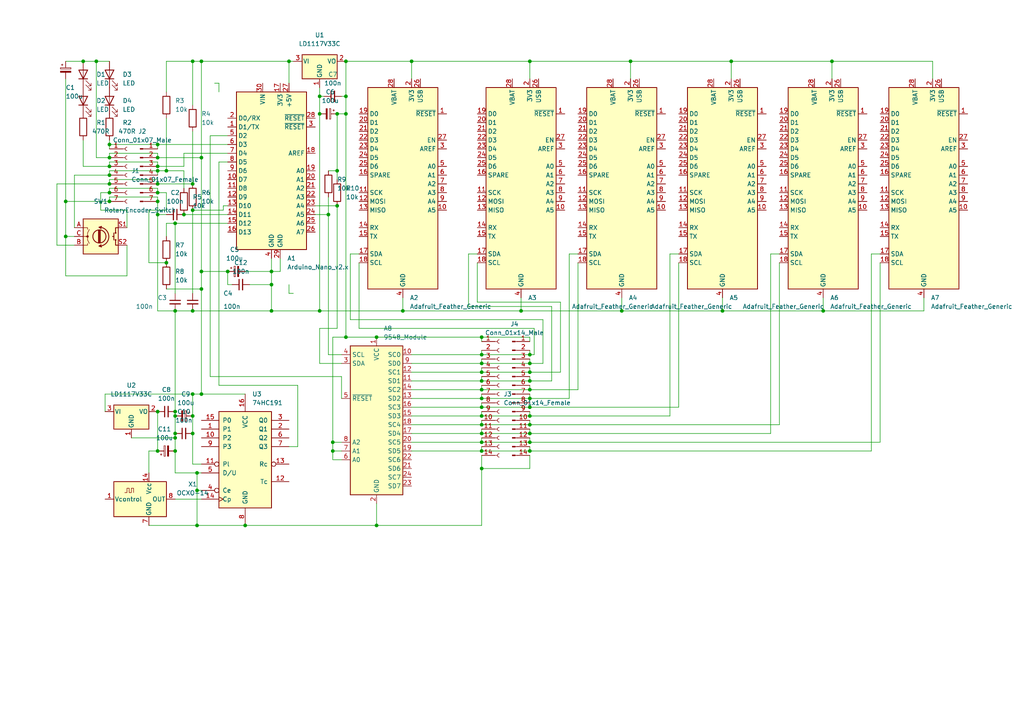
<source format=kicad_sch>
(kicad_sch (version 20211123) (generator eeschema)

  (uuid 25bf08d3-e971-486d-87f8-5cca68f92928)

  (paper "A4")

  (lib_symbols
    (symbol "74xx:74LS191" (pin_names (offset 1.016)) (in_bom yes) (on_board yes)
      (property "Reference" "U" (id 0) (at -7.62 13.97 0)
        (effects (font (size 1.27 1.27)))
      )
      (property "Value" "74LS191" (id 1) (at -7.62 -16.51 0)
        (effects (font (size 1.27 1.27)))
      )
      (property "Footprint" "" (id 2) (at 0 0 0)
        (effects (font (size 1.27 1.27)) hide)
      )
      (property "Datasheet" "http://www.ti.com/lit/gpn/sn74LS191" (id 3) (at 0 0 0)
        (effects (font (size 1.27 1.27)) hide)
      )
      (property "ki_locked" "" (id 4) (at 0 0 0)
        (effects (font (size 1.27 1.27)))
      )
      (property "ki_keywords" "TTL CNT CNT4" (id 5) (at 0 0 0)
        (effects (font (size 1.27 1.27)) hide)
      )
      (property "ki_description" "4-bit Synchronous Up/Down binary Counter" (id 6) (at 0 0 0)
        (effects (font (size 1.27 1.27)) hide)
      )
      (property "ki_fp_filters" "DIP?16*" (id 7) (at 0 0 0)
        (effects (font (size 1.27 1.27)) hide)
      )
      (symbol "74LS191_1_0"
        (pin input line (at -12.7 7.62 0) (length 5.08)
          (name "P1" (effects (font (size 1.27 1.27))))
          (number "1" (effects (font (size 1.27 1.27))))
        )
        (pin input line (at -12.7 5.08 0) (length 5.08)
          (name "P2" (effects (font (size 1.27 1.27))))
          (number "10" (effects (font (size 1.27 1.27))))
        )
        (pin input inverted (at -12.7 -2.54 0) (length 5.08)
          (name "Pl" (effects (font (size 1.27 1.27))))
          (number "11" (effects (font (size 1.27 1.27))))
        )
        (pin output line (at 12.7 -7.62 180) (length 5.08)
          (name "Tc" (effects (font (size 1.27 1.27))))
          (number "12" (effects (font (size 1.27 1.27))))
        )
        (pin output inverted (at 12.7 -2.54 180) (length 5.08)
          (name "Rc" (effects (font (size 1.27 1.27))))
          (number "13" (effects (font (size 1.27 1.27))))
        )
        (pin input clock (at -12.7 -12.7 0) (length 5.08)
          (name "Cp" (effects (font (size 1.27 1.27))))
          (number "14" (effects (font (size 1.27 1.27))))
        )
        (pin input line (at -12.7 10.16 0) (length 5.08)
          (name "P0" (effects (font (size 1.27 1.27))))
          (number "15" (effects (font (size 1.27 1.27))))
        )
        (pin power_in line (at 0 17.78 270) (length 5.08)
          (name "VCC" (effects (font (size 1.27 1.27))))
          (number "16" (effects (font (size 1.27 1.27))))
        )
        (pin output line (at 12.7 7.62 180) (length 5.08)
          (name "Q1" (effects (font (size 1.27 1.27))))
          (number "2" (effects (font (size 1.27 1.27))))
        )
        (pin output line (at 12.7 10.16 180) (length 5.08)
          (name "Q0" (effects (font (size 1.27 1.27))))
          (number "3" (effects (font (size 1.27 1.27))))
        )
        (pin input inverted (at -12.7 -10.16 0) (length 5.08)
          (name "Ce" (effects (font (size 1.27 1.27))))
          (number "4" (effects (font (size 1.27 1.27))))
        )
        (pin input line (at -12.7 -5.08 0) (length 5.08)
          (name "D/U" (effects (font (size 1.27 1.27))))
          (number "5" (effects (font (size 1.27 1.27))))
        )
        (pin output line (at 12.7 5.08 180) (length 5.08)
          (name "Q2" (effects (font (size 1.27 1.27))))
          (number "6" (effects (font (size 1.27 1.27))))
        )
        (pin output line (at 12.7 2.54 180) (length 5.08)
          (name "Q3" (effects (font (size 1.27 1.27))))
          (number "7" (effects (font (size 1.27 1.27))))
        )
        (pin power_in line (at 0 -20.32 90) (length 5.08)
          (name "GND" (effects (font (size 1.27 1.27))))
          (number "8" (effects (font (size 1.27 1.27))))
        )
        (pin input line (at -12.7 2.54 0) (length 5.08)
          (name "P3" (effects (font (size 1.27 1.27))))
          (number "9" (effects (font (size 1.27 1.27))))
        )
      )
      (symbol "74LS191_1_1"
        (rectangle (start -7.62 12.7) (end 7.62 -15.24)
          (stroke (width 0.254) (type default) (color 0 0 0 0))
          (fill (type background))
        )
      )
    )
    (symbol "Connector:Conn_01x07_Female" (pin_names (offset 1.016) hide) (in_bom yes) (on_board yes)
      (property "Reference" "J" (id 0) (at 0 10.16 0)
        (effects (font (size 1.27 1.27)))
      )
      (property "Value" "Conn_01x07_Female" (id 1) (at 0 -10.16 0)
        (effects (font (size 1.27 1.27)))
      )
      (property "Footprint" "" (id 2) (at 0 0 0)
        (effects (font (size 1.27 1.27)) hide)
      )
      (property "Datasheet" "~" (id 3) (at 0 0 0)
        (effects (font (size 1.27 1.27)) hide)
      )
      (property "ki_keywords" "connector" (id 4) (at 0 0 0)
        (effects (font (size 1.27 1.27)) hide)
      )
      (property "ki_description" "Generic connector, single row, 01x07, script generated (kicad-library-utils/schlib/autogen/connector/)" (id 5) (at 0 0 0)
        (effects (font (size 1.27 1.27)) hide)
      )
      (property "ki_fp_filters" "Connector*:*_1x??_*" (id 6) (at 0 0 0)
        (effects (font (size 1.27 1.27)) hide)
      )
      (symbol "Conn_01x07_Female_1_1"
        (arc (start 0 -7.112) (mid -0.508 -7.62) (end 0 -8.128)
          (stroke (width 0.1524) (type default) (color 0 0 0 0))
          (fill (type none))
        )
        (arc (start 0 -4.572) (mid -0.508 -5.08) (end 0 -5.588)
          (stroke (width 0.1524) (type default) (color 0 0 0 0))
          (fill (type none))
        )
        (arc (start 0 -2.032) (mid -0.508 -2.54) (end 0 -3.048)
          (stroke (width 0.1524) (type default) (color 0 0 0 0))
          (fill (type none))
        )
        (polyline
          (pts
            (xy -1.27 -7.62)
            (xy -0.508 -7.62)
          )
          (stroke (width 0.1524) (type default) (color 0 0 0 0))
          (fill (type none))
        )
        (polyline
          (pts
            (xy -1.27 -5.08)
            (xy -0.508 -5.08)
          )
          (stroke (width 0.1524) (type default) (color 0 0 0 0))
          (fill (type none))
        )
        (polyline
          (pts
            (xy -1.27 -2.54)
            (xy -0.508 -2.54)
          )
          (stroke (width 0.1524) (type default) (color 0 0 0 0))
          (fill (type none))
        )
        (polyline
          (pts
            (xy -1.27 0)
            (xy -0.508 0)
          )
          (stroke (width 0.1524) (type default) (color 0 0 0 0))
          (fill (type none))
        )
        (polyline
          (pts
            (xy -1.27 2.54)
            (xy -0.508 2.54)
          )
          (stroke (width 0.1524) (type default) (color 0 0 0 0))
          (fill (type none))
        )
        (polyline
          (pts
            (xy -1.27 5.08)
            (xy -0.508 5.08)
          )
          (stroke (width 0.1524) (type default) (color 0 0 0 0))
          (fill (type none))
        )
        (polyline
          (pts
            (xy -1.27 7.62)
            (xy -0.508 7.62)
          )
          (stroke (width 0.1524) (type default) (color 0 0 0 0))
          (fill (type none))
        )
        (arc (start 0 0.508) (mid -0.508 0) (end 0 -0.508)
          (stroke (width 0.1524) (type default) (color 0 0 0 0))
          (fill (type none))
        )
        (arc (start 0 3.048) (mid -0.508 2.54) (end 0 2.032)
          (stroke (width 0.1524) (type default) (color 0 0 0 0))
          (fill (type none))
        )
        (arc (start 0 5.588) (mid -0.508 5.08) (end 0 4.572)
          (stroke (width 0.1524) (type default) (color 0 0 0 0))
          (fill (type none))
        )
        (arc (start 0 8.128) (mid -0.508 7.62) (end 0 7.112)
          (stroke (width 0.1524) (type default) (color 0 0 0 0))
          (fill (type none))
        )
        (pin passive line (at -5.08 7.62 0) (length 3.81)
          (name "Pin_1" (effects (font (size 1.27 1.27))))
          (number "1" (effects (font (size 1.27 1.27))))
        )
        (pin passive line (at -5.08 5.08 0) (length 3.81)
          (name "Pin_2" (effects (font (size 1.27 1.27))))
          (number "2" (effects (font (size 1.27 1.27))))
        )
        (pin passive line (at -5.08 2.54 0) (length 3.81)
          (name "Pin_3" (effects (font (size 1.27 1.27))))
          (number "3" (effects (font (size 1.27 1.27))))
        )
        (pin passive line (at -5.08 0 0) (length 3.81)
          (name "Pin_4" (effects (font (size 1.27 1.27))))
          (number "4" (effects (font (size 1.27 1.27))))
        )
        (pin passive line (at -5.08 -2.54 0) (length 3.81)
          (name "Pin_5" (effects (font (size 1.27 1.27))))
          (number "5" (effects (font (size 1.27 1.27))))
        )
        (pin passive line (at -5.08 -5.08 0) (length 3.81)
          (name "Pin_6" (effects (font (size 1.27 1.27))))
          (number "6" (effects (font (size 1.27 1.27))))
        )
        (pin passive line (at -5.08 -7.62 0) (length 3.81)
          (name "Pin_7" (effects (font (size 1.27 1.27))))
          (number "7" (effects (font (size 1.27 1.27))))
        )
      )
    )
    (symbol "Connector:Conn_01x07_Male" (pin_names (offset 1.016) hide) (in_bom yes) (on_board yes)
      (property "Reference" "J" (id 0) (at 0 10.16 0)
        (effects (font (size 1.27 1.27)))
      )
      (property "Value" "Conn_01x07_Male" (id 1) (at 0 -10.16 0)
        (effects (font (size 1.27 1.27)))
      )
      (property "Footprint" "" (id 2) (at 0 0 0)
        (effects (font (size 1.27 1.27)) hide)
      )
      (property "Datasheet" "~" (id 3) (at 0 0 0)
        (effects (font (size 1.27 1.27)) hide)
      )
      (property "ki_keywords" "connector" (id 4) (at 0 0 0)
        (effects (font (size 1.27 1.27)) hide)
      )
      (property "ki_description" "Generic connector, single row, 01x07, script generated (kicad-library-utils/schlib/autogen/connector/)" (id 5) (at 0 0 0)
        (effects (font (size 1.27 1.27)) hide)
      )
      (property "ki_fp_filters" "Connector*:*_1x??_*" (id 6) (at 0 0 0)
        (effects (font (size 1.27 1.27)) hide)
      )
      (symbol "Conn_01x07_Male_1_1"
        (polyline
          (pts
            (xy 1.27 -7.62)
            (xy 0.8636 -7.62)
          )
          (stroke (width 0.1524) (type default) (color 0 0 0 0))
          (fill (type none))
        )
        (polyline
          (pts
            (xy 1.27 -5.08)
            (xy 0.8636 -5.08)
          )
          (stroke (width 0.1524) (type default) (color 0 0 0 0))
          (fill (type none))
        )
        (polyline
          (pts
            (xy 1.27 -2.54)
            (xy 0.8636 -2.54)
          )
          (stroke (width 0.1524) (type default) (color 0 0 0 0))
          (fill (type none))
        )
        (polyline
          (pts
            (xy 1.27 0)
            (xy 0.8636 0)
          )
          (stroke (width 0.1524) (type default) (color 0 0 0 0))
          (fill (type none))
        )
        (polyline
          (pts
            (xy 1.27 2.54)
            (xy 0.8636 2.54)
          )
          (stroke (width 0.1524) (type default) (color 0 0 0 0))
          (fill (type none))
        )
        (polyline
          (pts
            (xy 1.27 5.08)
            (xy 0.8636 5.08)
          )
          (stroke (width 0.1524) (type default) (color 0 0 0 0))
          (fill (type none))
        )
        (polyline
          (pts
            (xy 1.27 7.62)
            (xy 0.8636 7.62)
          )
          (stroke (width 0.1524) (type default) (color 0 0 0 0))
          (fill (type none))
        )
        (rectangle (start 0.8636 -7.493) (end 0 -7.747)
          (stroke (width 0.1524) (type default) (color 0 0 0 0))
          (fill (type outline))
        )
        (rectangle (start 0.8636 -4.953) (end 0 -5.207)
          (stroke (width 0.1524) (type default) (color 0 0 0 0))
          (fill (type outline))
        )
        (rectangle (start 0.8636 -2.413) (end 0 -2.667)
          (stroke (width 0.1524) (type default) (color 0 0 0 0))
          (fill (type outline))
        )
        (rectangle (start 0.8636 0.127) (end 0 -0.127)
          (stroke (width 0.1524) (type default) (color 0 0 0 0))
          (fill (type outline))
        )
        (rectangle (start 0.8636 2.667) (end 0 2.413)
          (stroke (width 0.1524) (type default) (color 0 0 0 0))
          (fill (type outline))
        )
        (rectangle (start 0.8636 5.207) (end 0 4.953)
          (stroke (width 0.1524) (type default) (color 0 0 0 0))
          (fill (type outline))
        )
        (rectangle (start 0.8636 7.747) (end 0 7.493)
          (stroke (width 0.1524) (type default) (color 0 0 0 0))
          (fill (type outline))
        )
        (pin passive line (at 5.08 7.62 180) (length 3.81)
          (name "Pin_1" (effects (font (size 1.27 1.27))))
          (number "1" (effects (font (size 1.27 1.27))))
        )
        (pin passive line (at 5.08 5.08 180) (length 3.81)
          (name "Pin_2" (effects (font (size 1.27 1.27))))
          (number "2" (effects (font (size 1.27 1.27))))
        )
        (pin passive line (at 5.08 2.54 180) (length 3.81)
          (name "Pin_3" (effects (font (size 1.27 1.27))))
          (number "3" (effects (font (size 1.27 1.27))))
        )
        (pin passive line (at 5.08 0 180) (length 3.81)
          (name "Pin_4" (effects (font (size 1.27 1.27))))
          (number "4" (effects (font (size 1.27 1.27))))
        )
        (pin passive line (at 5.08 -2.54 180) (length 3.81)
          (name "Pin_5" (effects (font (size 1.27 1.27))))
          (number "5" (effects (font (size 1.27 1.27))))
        )
        (pin passive line (at 5.08 -5.08 180) (length 3.81)
          (name "Pin_6" (effects (font (size 1.27 1.27))))
          (number "6" (effects (font (size 1.27 1.27))))
        )
        (pin passive line (at 5.08 -7.62 180) (length 3.81)
          (name "Pin_7" (effects (font (size 1.27 1.27))))
          (number "7" (effects (font (size 1.27 1.27))))
        )
      )
    )
    (symbol "Connector:Conn_01x14_Female" (pin_names (offset 1.016) hide) (in_bom yes) (on_board yes)
      (property "Reference" "J" (id 0) (at 0 17.78 0)
        (effects (font (size 1.27 1.27)))
      )
      (property "Value" "Conn_01x14_Female" (id 1) (at 0 -20.32 0)
        (effects (font (size 1.27 1.27)))
      )
      (property "Footprint" "" (id 2) (at 0 0 0)
        (effects (font (size 1.27 1.27)) hide)
      )
      (property "Datasheet" "~" (id 3) (at 0 0 0)
        (effects (font (size 1.27 1.27)) hide)
      )
      (property "ki_keywords" "connector" (id 4) (at 0 0 0)
        (effects (font (size 1.27 1.27)) hide)
      )
      (property "ki_description" "Generic connector, single row, 01x14, script generated (kicad-library-utils/schlib/autogen/connector/)" (id 5) (at 0 0 0)
        (effects (font (size 1.27 1.27)) hide)
      )
      (property "ki_fp_filters" "Connector*:*_1x??_*" (id 6) (at 0 0 0)
        (effects (font (size 1.27 1.27)) hide)
      )
      (symbol "Conn_01x14_Female_1_1"
        (arc (start 0 -17.272) (mid -0.508 -17.78) (end 0 -18.288)
          (stroke (width 0.1524) (type default) (color 0 0 0 0))
          (fill (type none))
        )
        (arc (start 0 -14.732) (mid -0.508 -15.24) (end 0 -15.748)
          (stroke (width 0.1524) (type default) (color 0 0 0 0))
          (fill (type none))
        )
        (arc (start 0 -12.192) (mid -0.508 -12.7) (end 0 -13.208)
          (stroke (width 0.1524) (type default) (color 0 0 0 0))
          (fill (type none))
        )
        (arc (start 0 -9.652) (mid -0.508 -10.16) (end 0 -10.668)
          (stroke (width 0.1524) (type default) (color 0 0 0 0))
          (fill (type none))
        )
        (arc (start 0 -7.112) (mid -0.508 -7.62) (end 0 -8.128)
          (stroke (width 0.1524) (type default) (color 0 0 0 0))
          (fill (type none))
        )
        (arc (start 0 -4.572) (mid -0.508 -5.08) (end 0 -5.588)
          (stroke (width 0.1524) (type default) (color 0 0 0 0))
          (fill (type none))
        )
        (arc (start 0 -2.032) (mid -0.508 -2.54) (end 0 -3.048)
          (stroke (width 0.1524) (type default) (color 0 0 0 0))
          (fill (type none))
        )
        (polyline
          (pts
            (xy -1.27 -17.78)
            (xy -0.508 -17.78)
          )
          (stroke (width 0.1524) (type default) (color 0 0 0 0))
          (fill (type none))
        )
        (polyline
          (pts
            (xy -1.27 -15.24)
            (xy -0.508 -15.24)
          )
          (stroke (width 0.1524) (type default) (color 0 0 0 0))
          (fill (type none))
        )
        (polyline
          (pts
            (xy -1.27 -12.7)
            (xy -0.508 -12.7)
          )
          (stroke (width 0.1524) (type default) (color 0 0 0 0))
          (fill (type none))
        )
        (polyline
          (pts
            (xy -1.27 -10.16)
            (xy -0.508 -10.16)
          )
          (stroke (width 0.1524) (type default) (color 0 0 0 0))
          (fill (type none))
        )
        (polyline
          (pts
            (xy -1.27 -7.62)
            (xy -0.508 -7.62)
          )
          (stroke (width 0.1524) (type default) (color 0 0 0 0))
          (fill (type none))
        )
        (polyline
          (pts
            (xy -1.27 -5.08)
            (xy -0.508 -5.08)
          )
          (stroke (width 0.1524) (type default) (color 0 0 0 0))
          (fill (type none))
        )
        (polyline
          (pts
            (xy -1.27 -2.54)
            (xy -0.508 -2.54)
          )
          (stroke (width 0.1524) (type default) (color 0 0 0 0))
          (fill (type none))
        )
        (polyline
          (pts
            (xy -1.27 0)
            (xy -0.508 0)
          )
          (stroke (width 0.1524) (type default) (color 0 0 0 0))
          (fill (type none))
        )
        (polyline
          (pts
            (xy -1.27 2.54)
            (xy -0.508 2.54)
          )
          (stroke (width 0.1524) (type default) (color 0 0 0 0))
          (fill (type none))
        )
        (polyline
          (pts
            (xy -1.27 5.08)
            (xy -0.508 5.08)
          )
          (stroke (width 0.1524) (type default) (color 0 0 0 0))
          (fill (type none))
        )
        (polyline
          (pts
            (xy -1.27 7.62)
            (xy -0.508 7.62)
          )
          (stroke (width 0.1524) (type default) (color 0 0 0 0))
          (fill (type none))
        )
        (polyline
          (pts
            (xy -1.27 10.16)
            (xy -0.508 10.16)
          )
          (stroke (width 0.1524) (type default) (color 0 0 0 0))
          (fill (type none))
        )
        (polyline
          (pts
            (xy -1.27 12.7)
            (xy -0.508 12.7)
          )
          (stroke (width 0.1524) (type default) (color 0 0 0 0))
          (fill (type none))
        )
        (polyline
          (pts
            (xy -1.27 15.24)
            (xy -0.508 15.24)
          )
          (stroke (width 0.1524) (type default) (color 0 0 0 0))
          (fill (type none))
        )
        (arc (start 0 0.508) (mid -0.508 0) (end 0 -0.508)
          (stroke (width 0.1524) (type default) (color 0 0 0 0))
          (fill (type none))
        )
        (arc (start 0 3.048) (mid -0.508 2.54) (end 0 2.032)
          (stroke (width 0.1524) (type default) (color 0 0 0 0))
          (fill (type none))
        )
        (arc (start 0 5.588) (mid -0.508 5.08) (end 0 4.572)
          (stroke (width 0.1524) (type default) (color 0 0 0 0))
          (fill (type none))
        )
        (arc (start 0 8.128) (mid -0.508 7.62) (end 0 7.112)
          (stroke (width 0.1524) (type default) (color 0 0 0 0))
          (fill (type none))
        )
        (arc (start 0 10.668) (mid -0.508 10.16) (end 0 9.652)
          (stroke (width 0.1524) (type default) (color 0 0 0 0))
          (fill (type none))
        )
        (arc (start 0 13.208) (mid -0.508 12.7) (end 0 12.192)
          (stroke (width 0.1524) (type default) (color 0 0 0 0))
          (fill (type none))
        )
        (arc (start 0 15.748) (mid -0.508 15.24) (end 0 14.732)
          (stroke (width 0.1524) (type default) (color 0 0 0 0))
          (fill (type none))
        )
        (pin passive line (at -5.08 15.24 0) (length 3.81)
          (name "Pin_1" (effects (font (size 1.27 1.27))))
          (number "1" (effects (font (size 1.27 1.27))))
        )
        (pin passive line (at -5.08 -7.62 0) (length 3.81)
          (name "Pin_10" (effects (font (size 1.27 1.27))))
          (number "10" (effects (font (size 1.27 1.27))))
        )
        (pin passive line (at -5.08 -10.16 0) (length 3.81)
          (name "Pin_11" (effects (font (size 1.27 1.27))))
          (number "11" (effects (font (size 1.27 1.27))))
        )
        (pin passive line (at -5.08 -12.7 0) (length 3.81)
          (name "Pin_12" (effects (font (size 1.27 1.27))))
          (number "12" (effects (font (size 1.27 1.27))))
        )
        (pin passive line (at -5.08 -15.24 0) (length 3.81)
          (name "Pin_13" (effects (font (size 1.27 1.27))))
          (number "13" (effects (font (size 1.27 1.27))))
        )
        (pin passive line (at -5.08 -17.78 0) (length 3.81)
          (name "Pin_14" (effects (font (size 1.27 1.27))))
          (number "14" (effects (font (size 1.27 1.27))))
        )
        (pin passive line (at -5.08 12.7 0) (length 3.81)
          (name "Pin_2" (effects (font (size 1.27 1.27))))
          (number "2" (effects (font (size 1.27 1.27))))
        )
        (pin passive line (at -5.08 10.16 0) (length 3.81)
          (name "Pin_3" (effects (font (size 1.27 1.27))))
          (number "3" (effects (font (size 1.27 1.27))))
        )
        (pin passive line (at -5.08 7.62 0) (length 3.81)
          (name "Pin_4" (effects (font (size 1.27 1.27))))
          (number "4" (effects (font (size 1.27 1.27))))
        )
        (pin passive line (at -5.08 5.08 0) (length 3.81)
          (name "Pin_5" (effects (font (size 1.27 1.27))))
          (number "5" (effects (font (size 1.27 1.27))))
        )
        (pin passive line (at -5.08 2.54 0) (length 3.81)
          (name "Pin_6" (effects (font (size 1.27 1.27))))
          (number "6" (effects (font (size 1.27 1.27))))
        )
        (pin passive line (at -5.08 0 0) (length 3.81)
          (name "Pin_7" (effects (font (size 1.27 1.27))))
          (number "7" (effects (font (size 1.27 1.27))))
        )
        (pin passive line (at -5.08 -2.54 0) (length 3.81)
          (name "Pin_8" (effects (font (size 1.27 1.27))))
          (number "8" (effects (font (size 1.27 1.27))))
        )
        (pin passive line (at -5.08 -5.08 0) (length 3.81)
          (name "Pin_9" (effects (font (size 1.27 1.27))))
          (number "9" (effects (font (size 1.27 1.27))))
        )
      )
    )
    (symbol "Connector:Conn_01x14_Male" (pin_names (offset 1.016) hide) (in_bom yes) (on_board yes)
      (property "Reference" "J" (id 0) (at 0 17.78 0)
        (effects (font (size 1.27 1.27)))
      )
      (property "Value" "Conn_01x14_Male" (id 1) (at 0 -20.32 0)
        (effects (font (size 1.27 1.27)))
      )
      (property "Footprint" "" (id 2) (at 0 0 0)
        (effects (font (size 1.27 1.27)) hide)
      )
      (property "Datasheet" "~" (id 3) (at 0 0 0)
        (effects (font (size 1.27 1.27)) hide)
      )
      (property "ki_keywords" "connector" (id 4) (at 0 0 0)
        (effects (font (size 1.27 1.27)) hide)
      )
      (property "ki_description" "Generic connector, single row, 01x14, script generated (kicad-library-utils/schlib/autogen/connector/)" (id 5) (at 0 0 0)
        (effects (font (size 1.27 1.27)) hide)
      )
      (property "ki_fp_filters" "Connector*:*_1x??_*" (id 6) (at 0 0 0)
        (effects (font (size 1.27 1.27)) hide)
      )
      (symbol "Conn_01x14_Male_1_1"
        (polyline
          (pts
            (xy 1.27 -17.78)
            (xy 0.8636 -17.78)
          )
          (stroke (width 0.1524) (type default) (color 0 0 0 0))
          (fill (type none))
        )
        (polyline
          (pts
            (xy 1.27 -15.24)
            (xy 0.8636 -15.24)
          )
          (stroke (width 0.1524) (type default) (color 0 0 0 0))
          (fill (type none))
        )
        (polyline
          (pts
            (xy 1.27 -12.7)
            (xy 0.8636 -12.7)
          )
          (stroke (width 0.1524) (type default) (color 0 0 0 0))
          (fill (type none))
        )
        (polyline
          (pts
            (xy 1.27 -10.16)
            (xy 0.8636 -10.16)
          )
          (stroke (width 0.1524) (type default) (color 0 0 0 0))
          (fill (type none))
        )
        (polyline
          (pts
            (xy 1.27 -7.62)
            (xy 0.8636 -7.62)
          )
          (stroke (width 0.1524) (type default) (color 0 0 0 0))
          (fill (type none))
        )
        (polyline
          (pts
            (xy 1.27 -5.08)
            (xy 0.8636 -5.08)
          )
          (stroke (width 0.1524) (type default) (color 0 0 0 0))
          (fill (type none))
        )
        (polyline
          (pts
            (xy 1.27 -2.54)
            (xy 0.8636 -2.54)
          )
          (stroke (width 0.1524) (type default) (color 0 0 0 0))
          (fill (type none))
        )
        (polyline
          (pts
            (xy 1.27 0)
            (xy 0.8636 0)
          )
          (stroke (width 0.1524) (type default) (color 0 0 0 0))
          (fill (type none))
        )
        (polyline
          (pts
            (xy 1.27 2.54)
            (xy 0.8636 2.54)
          )
          (stroke (width 0.1524) (type default) (color 0 0 0 0))
          (fill (type none))
        )
        (polyline
          (pts
            (xy 1.27 5.08)
            (xy 0.8636 5.08)
          )
          (stroke (width 0.1524) (type default) (color 0 0 0 0))
          (fill (type none))
        )
        (polyline
          (pts
            (xy 1.27 7.62)
            (xy 0.8636 7.62)
          )
          (stroke (width 0.1524) (type default) (color 0 0 0 0))
          (fill (type none))
        )
        (polyline
          (pts
            (xy 1.27 10.16)
            (xy 0.8636 10.16)
          )
          (stroke (width 0.1524) (type default) (color 0 0 0 0))
          (fill (type none))
        )
        (polyline
          (pts
            (xy 1.27 12.7)
            (xy 0.8636 12.7)
          )
          (stroke (width 0.1524) (type default) (color 0 0 0 0))
          (fill (type none))
        )
        (polyline
          (pts
            (xy 1.27 15.24)
            (xy 0.8636 15.24)
          )
          (stroke (width 0.1524) (type default) (color 0 0 0 0))
          (fill (type none))
        )
        (rectangle (start 0.8636 -17.653) (end 0 -17.907)
          (stroke (width 0.1524) (type default) (color 0 0 0 0))
          (fill (type outline))
        )
        (rectangle (start 0.8636 -15.113) (end 0 -15.367)
          (stroke (width 0.1524) (type default) (color 0 0 0 0))
          (fill (type outline))
        )
        (rectangle (start 0.8636 -12.573) (end 0 -12.827)
          (stroke (width 0.1524) (type default) (color 0 0 0 0))
          (fill (type outline))
        )
        (rectangle (start 0.8636 -10.033) (end 0 -10.287)
          (stroke (width 0.1524) (type default) (color 0 0 0 0))
          (fill (type outline))
        )
        (rectangle (start 0.8636 -7.493) (end 0 -7.747)
          (stroke (width 0.1524) (type default) (color 0 0 0 0))
          (fill (type outline))
        )
        (rectangle (start 0.8636 -4.953) (end 0 -5.207)
          (stroke (width 0.1524) (type default) (color 0 0 0 0))
          (fill (type outline))
        )
        (rectangle (start 0.8636 -2.413) (end 0 -2.667)
          (stroke (width 0.1524) (type default) (color 0 0 0 0))
          (fill (type outline))
        )
        (rectangle (start 0.8636 0.127) (end 0 -0.127)
          (stroke (width 0.1524) (type default) (color 0 0 0 0))
          (fill (type outline))
        )
        (rectangle (start 0.8636 2.667) (end 0 2.413)
          (stroke (width 0.1524) (type default) (color 0 0 0 0))
          (fill (type outline))
        )
        (rectangle (start 0.8636 5.207) (end 0 4.953)
          (stroke (width 0.1524) (type default) (color 0 0 0 0))
          (fill (type outline))
        )
        (rectangle (start 0.8636 7.747) (end 0 7.493)
          (stroke (width 0.1524) (type default) (color 0 0 0 0))
          (fill (type outline))
        )
        (rectangle (start 0.8636 10.287) (end 0 10.033)
          (stroke (width 0.1524) (type default) (color 0 0 0 0))
          (fill (type outline))
        )
        (rectangle (start 0.8636 12.827) (end 0 12.573)
          (stroke (width 0.1524) (type default) (color 0 0 0 0))
          (fill (type outline))
        )
        (rectangle (start 0.8636 15.367) (end 0 15.113)
          (stroke (width 0.1524) (type default) (color 0 0 0 0))
          (fill (type outline))
        )
        (pin passive line (at 5.08 15.24 180) (length 3.81)
          (name "Pin_1" (effects (font (size 1.27 1.27))))
          (number "1" (effects (font (size 1.27 1.27))))
        )
        (pin passive line (at 5.08 -7.62 180) (length 3.81)
          (name "Pin_10" (effects (font (size 1.27 1.27))))
          (number "10" (effects (font (size 1.27 1.27))))
        )
        (pin passive line (at 5.08 -10.16 180) (length 3.81)
          (name "Pin_11" (effects (font (size 1.27 1.27))))
          (number "11" (effects (font (size 1.27 1.27))))
        )
        (pin passive line (at 5.08 -12.7 180) (length 3.81)
          (name "Pin_12" (effects (font (size 1.27 1.27))))
          (number "12" (effects (font (size 1.27 1.27))))
        )
        (pin passive line (at 5.08 -15.24 180) (length 3.81)
          (name "Pin_13" (effects (font (size 1.27 1.27))))
          (number "13" (effects (font (size 1.27 1.27))))
        )
        (pin passive line (at 5.08 -17.78 180) (length 3.81)
          (name "Pin_14" (effects (font (size 1.27 1.27))))
          (number "14" (effects (font (size 1.27 1.27))))
        )
        (pin passive line (at 5.08 12.7 180) (length 3.81)
          (name "Pin_2" (effects (font (size 1.27 1.27))))
          (number "2" (effects (font (size 1.27 1.27))))
        )
        (pin passive line (at 5.08 10.16 180) (length 3.81)
          (name "Pin_3" (effects (font (size 1.27 1.27))))
          (number "3" (effects (font (size 1.27 1.27))))
        )
        (pin passive line (at 5.08 7.62 180) (length 3.81)
          (name "Pin_4" (effects (font (size 1.27 1.27))))
          (number "4" (effects (font (size 1.27 1.27))))
        )
        (pin passive line (at 5.08 5.08 180) (length 3.81)
          (name "Pin_5" (effects (font (size 1.27 1.27))))
          (number "5" (effects (font (size 1.27 1.27))))
        )
        (pin passive line (at 5.08 2.54 180) (length 3.81)
          (name "Pin_6" (effects (font (size 1.27 1.27))))
          (number "6" (effects (font (size 1.27 1.27))))
        )
        (pin passive line (at 5.08 0 180) (length 3.81)
          (name "Pin_7" (effects (font (size 1.27 1.27))))
          (number "7" (effects (font (size 1.27 1.27))))
        )
        (pin passive line (at 5.08 -2.54 180) (length 3.81)
          (name "Pin_8" (effects (font (size 1.27 1.27))))
          (number "8" (effects (font (size 1.27 1.27))))
        )
        (pin passive line (at 5.08 -5.08 180) (length 3.81)
          (name "Pin_9" (effects (font (size 1.27 1.27))))
          (number "9" (effects (font (size 1.27 1.27))))
        )
      )
    )
    (symbol "Device:C_Polarized_Small" (pin_numbers hide) (pin_names (offset 0.254) hide) (in_bom yes) (on_board yes)
      (property "Reference" "C" (id 0) (at 0.254 1.778 0)
        (effects (font (size 1.27 1.27)) (justify left))
      )
      (property "Value" "C_Polarized_Small" (id 1) (at 0.254 -2.032 0)
        (effects (font (size 1.27 1.27)) (justify left))
      )
      (property "Footprint" "" (id 2) (at 0 0 0)
        (effects (font (size 1.27 1.27)) hide)
      )
      (property "Datasheet" "~" (id 3) (at 0 0 0)
        (effects (font (size 1.27 1.27)) hide)
      )
      (property "ki_keywords" "cap capacitor" (id 4) (at 0 0 0)
        (effects (font (size 1.27 1.27)) hide)
      )
      (property "ki_description" "Polarized capacitor, small symbol" (id 5) (at 0 0 0)
        (effects (font (size 1.27 1.27)) hide)
      )
      (property "ki_fp_filters" "CP_*" (id 6) (at 0 0 0)
        (effects (font (size 1.27 1.27)) hide)
      )
      (symbol "C_Polarized_Small_0_1"
        (rectangle (start -1.524 -0.3048) (end 1.524 -0.6858)
          (stroke (width 0) (type default) (color 0 0 0 0))
          (fill (type outline))
        )
        (rectangle (start -1.524 0.6858) (end 1.524 0.3048)
          (stroke (width 0) (type default) (color 0 0 0 0))
          (fill (type none))
        )
        (polyline
          (pts
            (xy -1.27 1.524)
            (xy -0.762 1.524)
          )
          (stroke (width 0) (type default) (color 0 0 0 0))
          (fill (type none))
        )
        (polyline
          (pts
            (xy -1.016 1.27)
            (xy -1.016 1.778)
          )
          (stroke (width 0) (type default) (color 0 0 0 0))
          (fill (type none))
        )
      )
      (symbol "C_Polarized_Small_1_1"
        (pin passive line (at 0 2.54 270) (length 1.8542)
          (name "~" (effects (font (size 1.27 1.27))))
          (number "1" (effects (font (size 1.27 1.27))))
        )
        (pin passive line (at 0 -2.54 90) (length 1.8542)
          (name "~" (effects (font (size 1.27 1.27))))
          (number "2" (effects (font (size 1.27 1.27))))
        )
      )
    )
    (symbol "Device:C_Small" (pin_numbers hide) (pin_names (offset 0.254) hide) (in_bom yes) (on_board yes)
      (property "Reference" "C" (id 0) (at 0.254 1.778 0)
        (effects (font (size 1.27 1.27)) (justify left))
      )
      (property "Value" "C_Small" (id 1) (at 0.254 -2.032 0)
        (effects (font (size 1.27 1.27)) (justify left))
      )
      (property "Footprint" "" (id 2) (at 0 0 0)
        (effects (font (size 1.27 1.27)) hide)
      )
      (property "Datasheet" "~" (id 3) (at 0 0 0)
        (effects (font (size 1.27 1.27)) hide)
      )
      (property "ki_keywords" "capacitor cap" (id 4) (at 0 0 0)
        (effects (font (size 1.27 1.27)) hide)
      )
      (property "ki_description" "Unpolarized capacitor, small symbol" (id 5) (at 0 0 0)
        (effects (font (size 1.27 1.27)) hide)
      )
      (property "ki_fp_filters" "C_*" (id 6) (at 0 0 0)
        (effects (font (size 1.27 1.27)) hide)
      )
      (symbol "C_Small_0_1"
        (polyline
          (pts
            (xy -1.524 -0.508)
            (xy 1.524 -0.508)
          )
          (stroke (width 0.3302) (type default) (color 0 0 0 0))
          (fill (type none))
        )
        (polyline
          (pts
            (xy -1.524 0.508)
            (xy 1.524 0.508)
          )
          (stroke (width 0.3048) (type default) (color 0 0 0 0))
          (fill (type none))
        )
      )
      (symbol "C_Small_1_1"
        (pin passive line (at 0 2.54 270) (length 2.032)
          (name "~" (effects (font (size 1.27 1.27))))
          (number "1" (effects (font (size 1.27 1.27))))
        )
        (pin passive line (at 0 -2.54 90) (length 2.032)
          (name "~" (effects (font (size 1.27 1.27))))
          (number "2" (effects (font (size 1.27 1.27))))
        )
      )
    )
    (symbol "Device:LED" (pin_numbers hide) (pin_names (offset 1.016) hide) (in_bom yes) (on_board yes)
      (property "Reference" "D" (id 0) (at 0 2.54 0)
        (effects (font (size 1.27 1.27)))
      )
      (property "Value" "LED" (id 1) (at 0 -2.54 0)
        (effects (font (size 1.27 1.27)))
      )
      (property "Footprint" "" (id 2) (at 0 0 0)
        (effects (font (size 1.27 1.27)) hide)
      )
      (property "Datasheet" "~" (id 3) (at 0 0 0)
        (effects (font (size 1.27 1.27)) hide)
      )
      (property "ki_keywords" "LED diode" (id 4) (at 0 0 0)
        (effects (font (size 1.27 1.27)) hide)
      )
      (property "ki_description" "Light emitting diode" (id 5) (at 0 0 0)
        (effects (font (size 1.27 1.27)) hide)
      )
      (property "ki_fp_filters" "LED* LED_SMD:* LED_THT:*" (id 6) (at 0 0 0)
        (effects (font (size 1.27 1.27)) hide)
      )
      (symbol "LED_0_1"
        (polyline
          (pts
            (xy -1.27 -1.27)
            (xy -1.27 1.27)
          )
          (stroke (width 0.254) (type default) (color 0 0 0 0))
          (fill (type none))
        )
        (polyline
          (pts
            (xy -1.27 0)
            (xy 1.27 0)
          )
          (stroke (width 0) (type default) (color 0 0 0 0))
          (fill (type none))
        )
        (polyline
          (pts
            (xy 1.27 -1.27)
            (xy 1.27 1.27)
            (xy -1.27 0)
            (xy 1.27 -1.27)
          )
          (stroke (width 0.254) (type default) (color 0 0 0 0))
          (fill (type none))
        )
        (polyline
          (pts
            (xy -3.048 -0.762)
            (xy -4.572 -2.286)
            (xy -3.81 -2.286)
            (xy -4.572 -2.286)
            (xy -4.572 -1.524)
          )
          (stroke (width 0) (type default) (color 0 0 0 0))
          (fill (type none))
        )
        (polyline
          (pts
            (xy -1.778 -0.762)
            (xy -3.302 -2.286)
            (xy -2.54 -2.286)
            (xy -3.302 -2.286)
            (xy -3.302 -1.524)
          )
          (stroke (width 0) (type default) (color 0 0 0 0))
          (fill (type none))
        )
      )
      (symbol "LED_1_1"
        (pin passive line (at -3.81 0 0) (length 2.54)
          (name "K" (effects (font (size 1.27 1.27))))
          (number "1" (effects (font (size 1.27 1.27))))
        )
        (pin passive line (at 3.81 0 180) (length 2.54)
          (name "A" (effects (font (size 1.27 1.27))))
          (number "2" (effects (font (size 1.27 1.27))))
        )
      )
    )
    (symbol "Device:R" (pin_numbers hide) (pin_names (offset 0)) (in_bom yes) (on_board yes)
      (property "Reference" "R" (id 0) (at 2.032 0 90)
        (effects (font (size 1.27 1.27)))
      )
      (property "Value" "R" (id 1) (at 0 0 90)
        (effects (font (size 1.27 1.27)))
      )
      (property "Footprint" "" (id 2) (at -1.778 0 90)
        (effects (font (size 1.27 1.27)) hide)
      )
      (property "Datasheet" "~" (id 3) (at 0 0 0)
        (effects (font (size 1.27 1.27)) hide)
      )
      (property "ki_keywords" "R res resistor" (id 4) (at 0 0 0)
        (effects (font (size 1.27 1.27)) hide)
      )
      (property "ki_description" "Resistor" (id 5) (at 0 0 0)
        (effects (font (size 1.27 1.27)) hide)
      )
      (property "ki_fp_filters" "R_*" (id 6) (at 0 0 0)
        (effects (font (size 1.27 1.27)) hide)
      )
      (symbol "R_0_1"
        (rectangle (start -1.016 -2.54) (end 1.016 2.54)
          (stroke (width 0.254) (type default) (color 0 0 0 0))
          (fill (type none))
        )
      )
      (symbol "R_1_1"
        (pin passive line (at 0 3.81 270) (length 1.27)
          (name "~" (effects (font (size 1.27 1.27))))
          (number "1" (effects (font (size 1.27 1.27))))
        )
        (pin passive line (at 0 -3.81 90) (length 1.27)
          (name "~" (effects (font (size 1.27 1.27))))
          (number "2" (effects (font (size 1.27 1.27))))
        )
      )
    )
    (symbol "Device:RotaryEncoder_Switch" (pin_names (offset 0.254) hide) (in_bom yes) (on_board yes)
      (property "Reference" "SW" (id 0) (at 0 6.604 0)
        (effects (font (size 1.27 1.27)))
      )
      (property "Value" "RotaryEncoder_Switch" (id 1) (at 0 -6.604 0)
        (effects (font (size 1.27 1.27)))
      )
      (property "Footprint" "" (id 2) (at -3.81 4.064 0)
        (effects (font (size 1.27 1.27)) hide)
      )
      (property "Datasheet" "~" (id 3) (at 0 6.604 0)
        (effects (font (size 1.27 1.27)) hide)
      )
      (property "ki_keywords" "rotary switch encoder switch push button" (id 4) (at 0 0 0)
        (effects (font (size 1.27 1.27)) hide)
      )
      (property "ki_description" "Rotary encoder, dual channel, incremental quadrate outputs, with switch" (id 5) (at 0 0 0)
        (effects (font (size 1.27 1.27)) hide)
      )
      (property "ki_fp_filters" "RotaryEncoder*Switch*" (id 6) (at 0 0 0)
        (effects (font (size 1.27 1.27)) hide)
      )
      (symbol "RotaryEncoder_Switch_0_1"
        (rectangle (start -5.08 5.08) (end 5.08 -5.08)
          (stroke (width 0.254) (type default) (color 0 0 0 0))
          (fill (type background))
        )
        (circle (center -3.81 0) (radius 0.254)
          (stroke (width 0) (type default) (color 0 0 0 0))
          (fill (type outline))
        )
        (arc (start -0.381 -2.794) (mid 2.3622 -0.0508) (end -0.381 2.667)
          (stroke (width 0.254) (type default) (color 0 0 0 0))
          (fill (type none))
        )
        (circle (center -0.381 0) (radius 1.905)
          (stroke (width 0.254) (type default) (color 0 0 0 0))
          (fill (type none))
        )
        (polyline
          (pts
            (xy -0.635 -1.778)
            (xy -0.635 1.778)
          )
          (stroke (width 0.254) (type default) (color 0 0 0 0))
          (fill (type none))
        )
        (polyline
          (pts
            (xy -0.381 -1.778)
            (xy -0.381 1.778)
          )
          (stroke (width 0.254) (type default) (color 0 0 0 0))
          (fill (type none))
        )
        (polyline
          (pts
            (xy -0.127 1.778)
            (xy -0.127 -1.778)
          )
          (stroke (width 0.254) (type default) (color 0 0 0 0))
          (fill (type none))
        )
        (polyline
          (pts
            (xy 3.81 0)
            (xy 3.429 0)
          )
          (stroke (width 0.254) (type default) (color 0 0 0 0))
          (fill (type none))
        )
        (polyline
          (pts
            (xy 3.81 1.016)
            (xy 3.81 -1.016)
          )
          (stroke (width 0.254) (type default) (color 0 0 0 0))
          (fill (type none))
        )
        (polyline
          (pts
            (xy -5.08 -2.54)
            (xy -3.81 -2.54)
            (xy -3.81 -2.032)
          )
          (stroke (width 0) (type default) (color 0 0 0 0))
          (fill (type none))
        )
        (polyline
          (pts
            (xy -5.08 2.54)
            (xy -3.81 2.54)
            (xy -3.81 2.032)
          )
          (stroke (width 0) (type default) (color 0 0 0 0))
          (fill (type none))
        )
        (polyline
          (pts
            (xy 0.254 -3.048)
            (xy -0.508 -2.794)
            (xy 0.127 -2.413)
          )
          (stroke (width 0.254) (type default) (color 0 0 0 0))
          (fill (type none))
        )
        (polyline
          (pts
            (xy 0.254 2.921)
            (xy -0.508 2.667)
            (xy 0.127 2.286)
          )
          (stroke (width 0.254) (type default) (color 0 0 0 0))
          (fill (type none))
        )
        (polyline
          (pts
            (xy 5.08 -2.54)
            (xy 4.318 -2.54)
            (xy 4.318 -1.016)
          )
          (stroke (width 0.254) (type default) (color 0 0 0 0))
          (fill (type none))
        )
        (polyline
          (pts
            (xy 5.08 2.54)
            (xy 4.318 2.54)
            (xy 4.318 1.016)
          )
          (stroke (width 0.254) (type default) (color 0 0 0 0))
          (fill (type none))
        )
        (polyline
          (pts
            (xy -5.08 0)
            (xy -3.81 0)
            (xy -3.81 -1.016)
            (xy -3.302 -2.032)
          )
          (stroke (width 0) (type default) (color 0 0 0 0))
          (fill (type none))
        )
        (polyline
          (pts
            (xy -4.318 0)
            (xy -3.81 0)
            (xy -3.81 1.016)
            (xy -3.302 2.032)
          )
          (stroke (width 0) (type default) (color 0 0 0 0))
          (fill (type none))
        )
        (circle (center 4.318 -1.016) (radius 0.127)
          (stroke (width 0.254) (type default) (color 0 0 0 0))
          (fill (type none))
        )
        (circle (center 4.318 1.016) (radius 0.127)
          (stroke (width 0.254) (type default) (color 0 0 0 0))
          (fill (type none))
        )
      )
      (symbol "RotaryEncoder_Switch_1_1"
        (pin passive line (at -7.62 2.54 0) (length 2.54)
          (name "A" (effects (font (size 1.27 1.27))))
          (number "A" (effects (font (size 1.27 1.27))))
        )
        (pin passive line (at -7.62 -2.54 0) (length 2.54)
          (name "B" (effects (font (size 1.27 1.27))))
          (number "B" (effects (font (size 1.27 1.27))))
        )
        (pin passive line (at -7.62 0 0) (length 2.54)
          (name "C" (effects (font (size 1.27 1.27))))
          (number "C" (effects (font (size 1.27 1.27))))
        )
        (pin passive line (at 7.62 2.54 180) (length 2.54)
          (name "S1" (effects (font (size 1.27 1.27))))
          (number "S1" (effects (font (size 1.27 1.27))))
        )
        (pin passive line (at 7.62 -2.54 180) (length 2.54)
          (name "S2" (effects (font (size 1.27 1.27))))
          (number "S2" (effects (font (size 1.27 1.27))))
        )
      )
    )
    (symbol "MCU_Module:Adafruit_Feather_Generic" (in_bom yes) (on_board yes)
      (property "Reference" "A" (id 0) (at -10.16 29.21 0)
        (effects (font (size 1.27 1.27)) (justify left))
      )
      (property "Value" "Adafruit_Feather_Generic" (id 1) (at 2.54 -31.75 0)
        (effects (font (size 1.27 1.27)) (justify left))
      )
      (property "Footprint" "Module:Adafruit_Feather" (id 2) (at 2.54 -34.29 0)
        (effects (font (size 1.27 1.27)) (justify left) hide)
      )
      (property "Datasheet" "https://cdn-learn.adafruit.com/downloads/pdf/adafruit-feather.pdf" (id 3) (at 0 -20.32 0)
        (effects (font (size 1.27 1.27)) hide)
      )
      (property "ki_keywords" "Adafruit feather microcontroller module" (id 4) (at 0 0 0)
        (effects (font (size 1.27 1.27)) hide)
      )
      (property "ki_description" "Microcontroller module in various flavor, generic symbol" (id 5) (at 0 0 0)
        (effects (font (size 1.27 1.27)) hide)
      )
      (property "ki_fp_filters" "Adafruit*Feather*" (id 6) (at 0 0 0)
        (effects (font (size 1.27 1.27)) hide)
      )
      (symbol "Adafruit_Feather_Generic_0_1"
        (rectangle (start -10.16 27.94) (end 10.16 -30.48)
          (stroke (width 0.254) (type default) (color 0 0 0 0))
          (fill (type background))
        )
      )
      (symbol "Adafruit_Feather_Generic_1_1"
        (pin input line (at 12.7 20.32 180) (length 2.54)
          (name "~{RESET}" (effects (font (size 1.27 1.27))))
          (number "1" (effects (font (size 1.27 1.27))))
        )
        (pin bidirectional line (at 12.7 -7.62 180) (length 2.54)
          (name "A5" (effects (font (size 1.27 1.27))))
          (number "10" (effects (font (size 1.27 1.27))))
        )
        (pin bidirectional line (at -12.7 -2.54 0) (length 2.54)
          (name "SCK" (effects (font (size 1.27 1.27))))
          (number "11" (effects (font (size 1.27 1.27))))
        )
        (pin bidirectional line (at -12.7 -5.08 0) (length 2.54)
          (name "MOSI" (effects (font (size 1.27 1.27))))
          (number "12" (effects (font (size 1.27 1.27))))
        )
        (pin bidirectional line (at -12.7 -7.62 0) (length 2.54)
          (name "MISO" (effects (font (size 1.27 1.27))))
          (number "13" (effects (font (size 1.27 1.27))))
        )
        (pin bidirectional line (at -12.7 -12.7 0) (length 2.54)
          (name "RX" (effects (font (size 1.27 1.27))))
          (number "14" (effects (font (size 1.27 1.27))))
        )
        (pin bidirectional line (at -12.7 -15.24 0) (length 2.54)
          (name "TX" (effects (font (size 1.27 1.27))))
          (number "15" (effects (font (size 1.27 1.27))))
        )
        (pin bidirectional line (at -12.7 2.54 0) (length 2.54)
          (name "SPARE" (effects (font (size 1.27 1.27))))
          (number "16" (effects (font (size 1.27 1.27))))
        )
        (pin bidirectional line (at -12.7 -20.32 0) (length 2.54)
          (name "SDA" (effects (font (size 1.27 1.27))))
          (number "17" (effects (font (size 1.27 1.27))))
        )
        (pin bidirectional line (at -12.7 -22.86 0) (length 2.54)
          (name "SCL" (effects (font (size 1.27 1.27))))
          (number "18" (effects (font (size 1.27 1.27))))
        )
        (pin bidirectional line (at -12.7 20.32 0) (length 2.54)
          (name "D0" (effects (font (size 1.27 1.27))))
          (number "19" (effects (font (size 1.27 1.27))))
        )
        (pin power_in line (at 2.54 30.48 270) (length 2.54)
          (name "3V3" (effects (font (size 1.27 1.27))))
          (number "2" (effects (font (size 1.27 1.27))))
        )
        (pin bidirectional line (at -12.7 17.78 0) (length 2.54)
          (name "D1" (effects (font (size 1.27 1.27))))
          (number "20" (effects (font (size 1.27 1.27))))
        )
        (pin bidirectional line (at -12.7 15.24 0) (length 2.54)
          (name "D2" (effects (font (size 1.27 1.27))))
          (number "21" (effects (font (size 1.27 1.27))))
        )
        (pin bidirectional line (at -12.7 12.7 0) (length 2.54)
          (name "D3" (effects (font (size 1.27 1.27))))
          (number "22" (effects (font (size 1.27 1.27))))
        )
        (pin bidirectional line (at -12.7 10.16 0) (length 2.54)
          (name "D4" (effects (font (size 1.27 1.27))))
          (number "23" (effects (font (size 1.27 1.27))))
        )
        (pin bidirectional line (at -12.7 7.62 0) (length 2.54)
          (name "D5" (effects (font (size 1.27 1.27))))
          (number "24" (effects (font (size 1.27 1.27))))
        )
        (pin bidirectional line (at -12.7 5.08 0) (length 2.54)
          (name "D6" (effects (font (size 1.27 1.27))))
          (number "25" (effects (font (size 1.27 1.27))))
        )
        (pin power_in line (at 5.08 30.48 270) (length 2.54)
          (name "USB" (effects (font (size 1.27 1.27))))
          (number "26" (effects (font (size 1.27 1.27))))
        )
        (pin input line (at 12.7 12.7 180) (length 2.54)
          (name "EN" (effects (font (size 1.27 1.27))))
          (number "27" (effects (font (size 1.27 1.27))))
        )
        (pin power_in line (at -2.54 30.48 270) (length 2.54)
          (name "VBAT" (effects (font (size 1.27 1.27))))
          (number "28" (effects (font (size 1.27 1.27))))
        )
        (pin input line (at 12.7 10.16 180) (length 2.54)
          (name "AREF" (effects (font (size 1.27 1.27))))
          (number "3" (effects (font (size 1.27 1.27))))
        )
        (pin power_in line (at 0 -33.02 90) (length 2.54)
          (name "GND" (effects (font (size 1.27 1.27))))
          (number "4" (effects (font (size 1.27 1.27))))
        )
        (pin bidirectional line (at 12.7 5.08 180) (length 2.54)
          (name "A0" (effects (font (size 1.27 1.27))))
          (number "5" (effects (font (size 1.27 1.27))))
        )
        (pin bidirectional line (at 12.7 2.54 180) (length 2.54)
          (name "A1" (effects (font (size 1.27 1.27))))
          (number "6" (effects (font (size 1.27 1.27))))
        )
        (pin bidirectional line (at 12.7 0 180) (length 2.54)
          (name "A2" (effects (font (size 1.27 1.27))))
          (number "7" (effects (font (size 1.27 1.27))))
        )
        (pin bidirectional line (at 12.7 -2.54 180) (length 2.54)
          (name "A3" (effects (font (size 1.27 1.27))))
          (number "8" (effects (font (size 1.27 1.27))))
        )
        (pin bidirectional line (at 12.7 -5.08 180) (length 2.54)
          (name "A4" (effects (font (size 1.27 1.27))))
          (number "9" (effects (font (size 1.27 1.27))))
        )
      )
    )
    (symbol "MCU_Module:Arduino_Nano_v2.x" (in_bom yes) (on_board yes)
      (property "Reference" "A" (id 0) (at -10.16 23.495 0)
        (effects (font (size 1.27 1.27)) (justify left bottom))
      )
      (property "Value" "Arduino_Nano_v2.x" (id 1) (at 5.08 -24.13 0)
        (effects (font (size 1.27 1.27)) (justify left top))
      )
      (property "Footprint" "Module:Arduino_Nano" (id 2) (at 0 0 0)
        (effects (font (size 1.27 1.27) italic) hide)
      )
      (property "Datasheet" "https://www.arduino.cc/en/uploads/Main/ArduinoNanoManual23.pdf" (id 3) (at 0 0 0)
        (effects (font (size 1.27 1.27)) hide)
      )
      (property "ki_keywords" "Arduino nano microcontroller module USB" (id 4) (at 0 0 0)
        (effects (font (size 1.27 1.27)) hide)
      )
      (property "ki_description" "Arduino Nano v2.x" (id 5) (at 0 0 0)
        (effects (font (size 1.27 1.27)) hide)
      )
      (property "ki_fp_filters" "Arduino*Nano*" (id 6) (at 0 0 0)
        (effects (font (size 1.27 1.27)) hide)
      )
      (symbol "Arduino_Nano_v2.x_0_1"
        (rectangle (start -10.16 22.86) (end 10.16 -22.86)
          (stroke (width 0.254) (type default) (color 0 0 0 0))
          (fill (type background))
        )
      )
      (symbol "Arduino_Nano_v2.x_1_1"
        (pin bidirectional line (at -12.7 12.7 0) (length 2.54)
          (name "D1/TX" (effects (font (size 1.27 1.27))))
          (number "1" (effects (font (size 1.27 1.27))))
        )
        (pin bidirectional line (at -12.7 -2.54 0) (length 2.54)
          (name "D7" (effects (font (size 1.27 1.27))))
          (number "10" (effects (font (size 1.27 1.27))))
        )
        (pin bidirectional line (at -12.7 -5.08 0) (length 2.54)
          (name "D8" (effects (font (size 1.27 1.27))))
          (number "11" (effects (font (size 1.27 1.27))))
        )
        (pin bidirectional line (at -12.7 -7.62 0) (length 2.54)
          (name "D9" (effects (font (size 1.27 1.27))))
          (number "12" (effects (font (size 1.27 1.27))))
        )
        (pin bidirectional line (at -12.7 -10.16 0) (length 2.54)
          (name "D10" (effects (font (size 1.27 1.27))))
          (number "13" (effects (font (size 1.27 1.27))))
        )
        (pin bidirectional line (at -12.7 -12.7 0) (length 2.54)
          (name "D11" (effects (font (size 1.27 1.27))))
          (number "14" (effects (font (size 1.27 1.27))))
        )
        (pin bidirectional line (at -12.7 -15.24 0) (length 2.54)
          (name "D12" (effects (font (size 1.27 1.27))))
          (number "15" (effects (font (size 1.27 1.27))))
        )
        (pin bidirectional line (at -12.7 -17.78 0) (length 2.54)
          (name "D13" (effects (font (size 1.27 1.27))))
          (number "16" (effects (font (size 1.27 1.27))))
        )
        (pin power_out line (at 2.54 25.4 270) (length 2.54)
          (name "3V3" (effects (font (size 1.27 1.27))))
          (number "17" (effects (font (size 1.27 1.27))))
        )
        (pin input line (at 12.7 5.08 180) (length 2.54)
          (name "AREF" (effects (font (size 1.27 1.27))))
          (number "18" (effects (font (size 1.27 1.27))))
        )
        (pin bidirectional line (at 12.7 0 180) (length 2.54)
          (name "A0" (effects (font (size 1.27 1.27))))
          (number "19" (effects (font (size 1.27 1.27))))
        )
        (pin bidirectional line (at -12.7 15.24 0) (length 2.54)
          (name "D0/RX" (effects (font (size 1.27 1.27))))
          (number "2" (effects (font (size 1.27 1.27))))
        )
        (pin bidirectional line (at 12.7 -2.54 180) (length 2.54)
          (name "A1" (effects (font (size 1.27 1.27))))
          (number "20" (effects (font (size 1.27 1.27))))
        )
        (pin bidirectional line (at 12.7 -5.08 180) (length 2.54)
          (name "A2" (effects (font (size 1.27 1.27))))
          (number "21" (effects (font (size 1.27 1.27))))
        )
        (pin bidirectional line (at 12.7 -7.62 180) (length 2.54)
          (name "A3" (effects (font (size 1.27 1.27))))
          (number "22" (effects (font (size 1.27 1.27))))
        )
        (pin bidirectional line (at 12.7 -10.16 180) (length 2.54)
          (name "A4" (effects (font (size 1.27 1.27))))
          (number "23" (effects (font (size 1.27 1.27))))
        )
        (pin bidirectional line (at 12.7 -12.7 180) (length 2.54)
          (name "A5" (effects (font (size 1.27 1.27))))
          (number "24" (effects (font (size 1.27 1.27))))
        )
        (pin bidirectional line (at 12.7 -15.24 180) (length 2.54)
          (name "A6" (effects (font (size 1.27 1.27))))
          (number "25" (effects (font (size 1.27 1.27))))
        )
        (pin bidirectional line (at 12.7 -17.78 180) (length 2.54)
          (name "A7" (effects (font (size 1.27 1.27))))
          (number "26" (effects (font (size 1.27 1.27))))
        )
        (pin power_out line (at 5.08 25.4 270) (length 2.54)
          (name "+5V" (effects (font (size 1.27 1.27))))
          (number "27" (effects (font (size 1.27 1.27))))
        )
        (pin input line (at 12.7 15.24 180) (length 2.54)
          (name "~{RESET}" (effects (font (size 1.27 1.27))))
          (number "28" (effects (font (size 1.27 1.27))))
        )
        (pin power_in line (at 2.54 -25.4 90) (length 2.54)
          (name "GND" (effects (font (size 1.27 1.27))))
          (number "29" (effects (font (size 1.27 1.27))))
        )
        (pin input line (at 12.7 12.7 180) (length 2.54)
          (name "~{RESET}" (effects (font (size 1.27 1.27))))
          (number "3" (effects (font (size 1.27 1.27))))
        )
        (pin power_in line (at -2.54 25.4 270) (length 2.54)
          (name "VIN" (effects (font (size 1.27 1.27))))
          (number "30" (effects (font (size 1.27 1.27))))
        )
        (pin power_in line (at 0 -25.4 90) (length 2.54)
          (name "GND" (effects (font (size 1.27 1.27))))
          (number "4" (effects (font (size 1.27 1.27))))
        )
        (pin bidirectional line (at -12.7 10.16 0) (length 2.54)
          (name "D2" (effects (font (size 1.27 1.27))))
          (number "5" (effects (font (size 1.27 1.27))))
        )
        (pin bidirectional line (at -12.7 7.62 0) (length 2.54)
          (name "D3" (effects (font (size 1.27 1.27))))
          (number "6" (effects (font (size 1.27 1.27))))
        )
        (pin bidirectional line (at -12.7 5.08 0) (length 2.54)
          (name "D4" (effects (font (size 1.27 1.27))))
          (number "7" (effects (font (size 1.27 1.27))))
        )
        (pin bidirectional line (at -12.7 2.54 0) (length 2.54)
          (name "D5" (effects (font (size 1.27 1.27))))
          (number "8" (effects (font (size 1.27 1.27))))
        )
        (pin bidirectional line (at -12.7 0 0) (length 2.54)
          (name "D6" (effects (font (size 1.27 1.27))))
          (number "9" (effects (font (size 1.27 1.27))))
        )
      )
    )
    (symbol "OCXO_Clock:9548_Module" (in_bom yes) (on_board yes)
      (property "Reference" "A" (id 0) (at 0 0 0)
        (effects (font (size 1.27 1.27)))
      )
      (property "Value" "9548_Module" (id 1) (at 0 0 0)
        (effects (font (size 1.27 1.27)))
      )
      (property "Footprint" "OCXO_Clock:9548_Module" (id 2) (at 0 0 0)
        (effects (font (size 1.27 1.27)) hide)
      )
      (property "Datasheet" "" (id 3) (at 0 0 0)
        (effects (font (size 1.27 1.27)) hide)
      )
      (symbol "9548_Module_0_1"
        (rectangle (start -7.62 24.13) (end 7.62 -19.05)
          (stroke (width 0.254) (type default) (color 0 0 0 0))
          (fill (type background))
        )
      )
      (symbol "9548_Module_1_1"
        (pin power_in line (at 0 26.67 270) (length 2.54)
          (name "VCC" (effects (font (size 1.27 1.27))))
          (number "1" (effects (font (size 1.27 1.27))))
        )
        (pin output line (at 10.16 21.59 180) (length 2.54)
          (name "SC0" (effects (font (size 1.27 1.27))))
          (number "10" (effects (font (size 1.27 1.27))))
        )
        (pin bidirectional line (at 10.16 13.97 180) (length 2.54)
          (name "SD1" (effects (font (size 1.27 1.27))))
          (number "11" (effects (font (size 1.27 1.27))))
        )
        (pin output line (at 10.16 16.51 180) (length 2.54)
          (name "SC1" (effects (font (size 1.27 1.27))))
          (number "12" (effects (font (size 1.27 1.27))))
        )
        (pin bidirectional line (at 10.16 8.89 180) (length 2.54)
          (name "SD2" (effects (font (size 1.27 1.27))))
          (number "13" (effects (font (size 1.27 1.27))))
        )
        (pin output line (at 10.16 11.43 180) (length 2.54)
          (name "SC2" (effects (font (size 1.27 1.27))))
          (number "14" (effects (font (size 1.27 1.27))))
        )
        (pin bidirectional line (at 10.16 3.81 180) (length 2.54)
          (name "SD3" (effects (font (size 1.27 1.27))))
          (number "15" (effects (font (size 1.27 1.27))))
        )
        (pin output line (at 10.16 6.35 180) (length 2.54)
          (name "SC3" (effects (font (size 1.27 1.27))))
          (number "16" (effects (font (size 1.27 1.27))))
        )
        (pin bidirectional line (at 10.16 -1.27 180) (length 2.54)
          (name "SD4" (effects (font (size 1.27 1.27))))
          (number "17" (effects (font (size 1.27 1.27))))
        )
        (pin output line (at 10.16 1.27 180) (length 2.54)
          (name "SC4" (effects (font (size 1.27 1.27))))
          (number "18" (effects (font (size 1.27 1.27))))
        )
        (pin bidirectional line (at 10.16 -6.35 180) (length 2.54)
          (name "SD5" (effects (font (size 1.27 1.27))))
          (number "19" (effects (font (size 1.27 1.27))))
        )
        (pin power_in line (at 0 -21.59 90) (length 2.54)
          (name "GND" (effects (font (size 1.27 1.27))))
          (number "2" (effects (font (size 1.27 1.27))))
        )
        (pin output line (at 10.16 -3.81 180) (length 2.54)
          (name "SC5" (effects (font (size 1.27 1.27))))
          (number "20" (effects (font (size 1.27 1.27))))
        )
        (pin bidirectional line (at 10.16 -11.43 180) (length 2.54)
          (name "SD6" (effects (font (size 1.27 1.27))))
          (number "21" (effects (font (size 1.27 1.27))))
        )
        (pin output line (at 10.16 -8.89 180) (length 2.54)
          (name "SC6" (effects (font (size 1.27 1.27))))
          (number "22" (effects (font (size 1.27 1.27))))
        )
        (pin bidirectional line (at 10.16 -16.51 180) (length 2.54)
          (name "SD7" (effects (font (size 1.27 1.27))))
          (number "23" (effects (font (size 1.27 1.27))))
        )
        (pin output line (at 10.16 -13.97 180) (length 2.54)
          (name "SC7" (effects (font (size 1.27 1.27))))
          (number "24" (effects (font (size 1.27 1.27))))
        )
        (pin bidirectional line (at -10.16 19.05 0) (length 2.54)
          (name "SDA" (effects (font (size 1.27 1.27))))
          (number "3" (effects (font (size 1.27 1.27))))
        )
        (pin input line (at -10.16 21.59 0) (length 2.54)
          (name "SCL" (effects (font (size 1.27 1.27))))
          (number "4" (effects (font (size 1.27 1.27))))
        )
        (pin input line (at -10.16 8.89 0) (length 2.54)
          (name "~{RESET}" (effects (font (size 1.27 1.27))))
          (number "5" (effects (font (size 1.27 1.27))))
        )
        (pin input line (at -10.16 -8.89 0) (length 2.54)
          (name "A0" (effects (font (size 1.27 1.27))))
          (number "6" (effects (font (size 1.27 1.27))))
        )
        (pin input line (at -10.16 -6.35 0) (length 2.54)
          (name "A1" (effects (font (size 1.27 1.27))))
          (number "7" (effects (font (size 1.27 1.27))))
        )
        (pin input line (at -10.16 -3.81 0) (length 2.54)
          (name "A2" (effects (font (size 1.27 1.27))))
          (number "8" (effects (font (size 1.27 1.27))))
        )
        (pin bidirectional line (at 10.16 19.05 180) (length 2.54)
          (name "SD0" (effects (font (size 1.27 1.27))))
          (number "9" (effects (font (size 1.27 1.27))))
        )
      )
    )
    (symbol "Oscillator:OCXO-14" (pin_names (offset 0.254)) (in_bom yes) (on_board yes)
      (property "Reference" "X" (id 0) (at -5.08 6.35 0)
        (effects (font (size 1.27 1.27)) (justify left))
      )
      (property "Value" "OCXO-14" (id 1) (at 1.27 -6.35 0)
        (effects (font (size 1.27 1.27)) (justify left))
      )
      (property "Footprint" "Oscillator:Oscillator_DIP-14" (id 2) (at 11.43 -8.89 0)
        (effects (font (size 1.27 1.27)) hide)
      )
      (property "Datasheet" "http://www.petermann-technik.de/fileadmin/petermann/pdf/crystal-oscillators/OCXO-14_PETERMANN-TECHNIK.pdf" (id 3) (at -7.62 2.54 0)
        (effects (font (size 1.27 1.27)) hide)
      )
      (property "ki_keywords" "Crystal Clock Oscillator" (id 4) (at 0 0 0)
        (effects (font (size 1.27 1.27)) hide)
      )
      (property "ki_description" "Voltage-Controlled Crystal Clock Oscillator, DIP14-style metal package" (id 5) (at 0 0 0)
        (effects (font (size 1.27 1.27)) hide)
      )
      (property "ki_fp_filters" "Oscillator*DIP*14*" (id 6) (at 0 0 0)
        (effects (font (size 1.27 1.27)) hide)
      )
      (symbol "OCXO-14_0_1"
        (rectangle (start -10.16 5.08) (end 5.08 -5.08)
          (stroke (width 0.254) (type default) (color 0 0 0 0))
          (fill (type background))
        )
        (polyline
          (pts
            (xy -6.985 1.905)
            (xy -6.35 1.905)
            (xy -6.35 3.175)
            (xy -5.715 3.175)
            (xy -5.715 1.905)
            (xy -5.08 1.905)
            (xy -5.08 3.175)
            (xy -4.445 3.175)
            (xy -4.445 1.905)
          )
          (stroke (width 0) (type default) (color 0 0 0 0))
          (fill (type none))
        )
      )
      (symbol "OCXO-14_1_1"
        (pin input line (at -12.7 0 0) (length 2.54)
          (name "Vcontrol" (effects (font (size 1.27 1.27))))
          (number "1" (effects (font (size 1.27 1.27))))
        )
        (pin power_in line (at 0 7.62 270) (length 2.54)
          (name "Vcc" (effects (font (size 1.27 1.27))))
          (number "14" (effects (font (size 1.27 1.27))))
        )
        (pin power_in line (at 0 -7.62 90) (length 2.54)
          (name "GND" (effects (font (size 1.27 1.27))))
          (number "7" (effects (font (size 1.27 1.27))))
        )
        (pin output line (at 7.62 0 180) (length 2.54)
          (name "OUT" (effects (font (size 1.27 1.27))))
          (number "8" (effects (font (size 1.27 1.27))))
        )
      )
    )
    (symbol "Regulator_Linear:LT1083-3.3" (pin_names (offset 0.254)) (in_bom yes) (on_board yes)
      (property "Reference" "U" (id 0) (at -3.81 3.175 0)
        (effects (font (size 1.27 1.27)))
      )
      (property "Value" "LT1083-3.3" (id 1) (at 0 3.175 0)
        (effects (font (size 1.27 1.27)) (justify left))
      )
      (property "Footprint" "" (id 2) (at 0 6.35 0)
        (effects (font (size 1.27 1.27) italic) hide)
      )
      (property "Datasheet" "https://www.analog.com/media/en/technical-documentation/data-sheets/1083ffe.pdf" (id 3) (at 0 0 0)
        (effects (font (size 1.27 1.27)) hide)
      )
      (property "ki_keywords" "Voltage Regulator Fixed 7.5A Positive LDO" (id 4) (at 0 0 0)
        (effects (font (size 1.27 1.27)) hide)
      )
      (property "ki_description" "7.5A 20V LDO Linear Regulator, Fixed Output 3.3V, TO-220/TO-263" (id 5) (at 0 0 0)
        (effects (font (size 1.27 1.27)) hide)
      )
      (property "ki_fp_filters" "TO?220* TO?263*" (id 6) (at 0 0 0)
        (effects (font (size 1.27 1.27)) hide)
      )
      (symbol "LT1083-3.3_0_1"
        (rectangle (start -5.08 1.905) (end 5.08 -5.08)
          (stroke (width 0.254) (type default) (color 0 0 0 0))
          (fill (type background))
        )
      )
      (symbol "LT1083-3.3_1_1"
        (pin power_in line (at 0 -7.62 90) (length 2.54)
          (name "GND" (effects (font (size 1.27 1.27))))
          (number "1" (effects (font (size 1.27 1.27))))
        )
        (pin power_out line (at 7.62 0 180) (length 2.54)
          (name "VO" (effects (font (size 1.27 1.27))))
          (number "2" (effects (font (size 1.27 1.27))))
        )
        (pin power_in line (at -7.62 0 0) (length 2.54)
          (name "VI" (effects (font (size 1.27 1.27))))
          (number "3" (effects (font (size 1.27 1.27))))
        )
      )
    )
  )

  (junction (at 45.72 53.34) (diameter 0) (color 0 0 0 0)
    (uuid 03501304-b087-47d8-9cc7-a037bd779a32)
  )
  (junction (at 209.55 90.17) (diameter 0) (color 0 0 0 0)
    (uuid 03f63646-5a77-455a-9732-b12eb08a9ef3)
  )
  (junction (at 97.79 59.69) (diameter 0) (color 0 0 0 0)
    (uuid 0a92dee5-1213-4786-ab56-00fc24521b87)
  )
  (junction (at 55.88 114.3) (diameter 0) (color 0 0 0 0)
    (uuid 0b5544c3-975a-45b5-9947-2241d0383326)
  )
  (junction (at 78.74 78.74) (diameter 0) (color 0 0 0 0)
    (uuid 124ce8f9-8191-4474-a143-6245ae53e34e)
  )
  (junction (at 19.05 58.42) (diameter 0) (color 0 0 0 0)
    (uuid 1347e965-0ff6-4041-8d70-d7a13d7a202c)
  )
  (junction (at 27.94 17.78) (diameter 0) (color 0 0 0 0)
    (uuid 13ca9b6c-5331-4a10-b9d7-b0aca97295fb)
  )
  (junction (at 31.75 53.34) (diameter 0) (color 0 0 0 0)
    (uuid 15db4b6c-cbf9-43a5-9c94-cc1cbc8a90e8)
  )
  (junction (at 151.13 90.17) (diameter 0) (color 0 0 0 0)
    (uuid 16057302-1b69-4893-823a-6616bf6c4a7c)
  )
  (junction (at 139.7 120.65) (diameter 0) (color 0 0 0 0)
    (uuid 19218669-c3d2-4dbd-9a8a-c25aaf34e027)
  )
  (junction (at 83.82 17.78) (diameter 0) (color 0 0 0 0)
    (uuid 19b5d031-fac1-40af-9db1-8f3070181492)
  )
  (junction (at 212.09 17.78) (diameter 0) (color 0 0 0 0)
    (uuid 1b7102e2-ba4b-4944-8607-fb2d83ff243a)
  )
  (junction (at 50.8 127) (diameter 0) (color 0 0 0 0)
    (uuid 1c1e2489-0e19-41bf-9535-e57bc86bf8a9)
  )
  (junction (at 153.67 107.95) (diameter 0) (color 0 0 0 0)
    (uuid 2098e25d-b116-4c00-a600-04a9b1305cf9)
  )
  (junction (at 57.15 137.16) (diameter 0) (color 0 0 0 0)
    (uuid 213a4171-4c5e-4407-ac19-8ce23904bd8e)
  )
  (junction (at 45.72 41.91) (diameter 0) (color 0 0 0 0)
    (uuid 22ecefac-3970-4c34-926f-c9096ff1be94)
  )
  (junction (at 50.8 120.65) (diameter 0) (color 0 0 0 0)
    (uuid 2303b2a6-0c0d-490a-a774-3f1f1fc870f0)
  )
  (junction (at 31.75 48.26) (diameter 0) (color 0 0 0 0)
    (uuid 23d61cf7-c87b-49e3-a10b-e5e157bf7c07)
  )
  (junction (at 109.22 152.4) (diameter 0) (color 0 0 0 0)
    (uuid 24c5fab5-3092-460e-97fd-41d33ea8222a)
  )
  (junction (at 139.7 115.57) (diameter 0) (color 0 0 0 0)
    (uuid 2637baef-14c0-46e9-b83f-5770e75cac43)
  )
  (junction (at 50.8 119.38) (diameter 0) (color 0 0 0 0)
    (uuid 28911cea-aa4e-4224-995a-0afbe4a824fd)
  )
  (junction (at 100.33 17.78) (diameter 0) (color 0 0 0 0)
    (uuid 2de4fa2c-774c-4b29-8d5c-5d61cde46d1c)
  )
  (junction (at 153.67 130.81) (diameter 0) (color 0 0 0 0)
    (uuid 2e98149b-9d12-42d7-8ea0-d7ae6402eb7d)
  )
  (junction (at 153.67 113.03) (diameter 0) (color 0 0 0 0)
    (uuid 2fd95c21-521c-4946-8ac9-665bf7bd946a)
  )
  (junction (at 139.7 130.81) (diameter 0) (color 0 0 0 0)
    (uuid 305df6f2-4fb6-4fd3-88dd-2082e3773b32)
  )
  (junction (at 55.88 17.78) (diameter 0) (color 0 0 0 0)
    (uuid 30ab1368-15f8-4cf2-b84d-99a8ceb88c86)
  )
  (junction (at 31.75 58.42) (diameter 0) (color 0 0 0 0)
    (uuid 30b31623-04f6-487b-b085-ad826c0a12b6)
  )
  (junction (at 78.74 90.17) (diameter 0) (color 0 0 0 0)
    (uuid 335ed2eb-b65b-48bc-89b1-90e004e66ea7)
  )
  (junction (at 50.8 130.81) (diameter 0) (color 0 0 0 0)
    (uuid 3b10097f-d0b8-447c-a6b0-b57385acf1bc)
  )
  (junction (at 45.72 130.81) (diameter 0) (color 0 0 0 0)
    (uuid 3b9435a9-6765-4307-94bb-c4038a6d1277)
  )
  (junction (at 92.71 33.02) (diameter 0) (color 0 0 0 0)
    (uuid 407b68c5-3f17-427e-af89-ba065b699233)
  )
  (junction (at 182.88 17.78) (diameter 0) (color 0 0 0 0)
    (uuid 428574f1-fbb0-432c-b307-68f29bac42d4)
  )
  (junction (at 78.74 82.55) (diameter 0) (color 0 0 0 0)
    (uuid 463340f7-ce6e-417f-b6da-1d6fe3735ba7)
  )
  (junction (at 180.34 90.17) (diameter 0) (color 0 0 0 0)
    (uuid 46bdbd62-d069-40a1-8973-99f41e15dbc4)
  )
  (junction (at 58.42 83.82) (diameter 0) (color 0 0 0 0)
    (uuid 4b5962c6-525d-46e9-a045-2f95ae3d1050)
  )
  (junction (at 50.8 64.77) (diameter 0) (color 0 0 0 0)
    (uuid 4c2ed62f-925b-4f0a-bd3c-6cc415107ba5)
  )
  (junction (at 58.42 45.72) (diameter 0) (color 0 0 0 0)
    (uuid 4c7bc105-01ff-4c25-877f-54a399efaa28)
  )
  (junction (at 95.25 62.23) (diameter 0) (color 0 0 0 0)
    (uuid 4f74e9f4-f417-41c7-8789-994bc1102068)
  )
  (junction (at 66.04 78.74) (diameter 0) (color 0 0 0 0)
    (uuid 4fbc99fe-f446-47fc-ac9c-026fa2bbfd58)
  )
  (junction (at 71.12 152.4) (diameter 0) (color 0 0 0 0)
    (uuid 50116f68-ee52-48b7-990b-642b87aacee5)
  )
  (junction (at 50.8 125.73) (diameter 0) (color 0 0 0 0)
    (uuid 5162ee23-de8c-446e-8a16-0e210c191a6a)
  )
  (junction (at 19.05 68.58) (diameter 0) (color 0 0 0 0)
    (uuid 57ffa2c6-7e1e-41b8-868d-9235ca176223)
  )
  (junction (at 55.88 60.96) (diameter 0) (color 0 0 0 0)
    (uuid 5af8d40e-d0cf-4035-9c43-a61ddc8bca9f)
  )
  (junction (at 24.13 17.78) (diameter 0) (color 0 0 0 0)
    (uuid 64d263a5-d38c-4860-ab2e-640144231f3c)
  )
  (junction (at 97.79 49.53) (diameter 0) (color 0 0 0 0)
    (uuid 6746e6ab-95dc-4def-92dc-4eaca82a5990)
  )
  (junction (at 57.15 152.4) (diameter 0) (color 0 0 0 0)
    (uuid 696fce4c-f01f-457e-9df3-938306d1aa09)
  )
  (junction (at 45.72 58.42) (diameter 0) (color 0 0 0 0)
    (uuid 6af02455-ad7f-4329-a3b1-03865d9549de)
  )
  (junction (at 139.7 102.87) (diameter 0) (color 0 0 0 0)
    (uuid 6b66d234-d08f-45d8-99fa-2d6d46cd92ac)
  )
  (junction (at 153.67 110.49) (diameter 0) (color 0 0 0 0)
    (uuid 6bd73e36-659a-4765-853d-d17c646a3e8e)
  )
  (junction (at 109.22 97.79) (diameter 0) (color 0 0 0 0)
    (uuid 6befd7c8-38c9-45b4-a6c8-b71d6eef994c)
  )
  (junction (at 55.88 125.73) (diameter 0) (color 0 0 0 0)
    (uuid 6e15f0c8-29a1-46d9-aa00-bfb63e78a3a0)
  )
  (junction (at 139.7 113.03) (diameter 0) (color 0 0 0 0)
    (uuid 6e3aac63-badd-44c5-ab19-35eb6f423a0f)
  )
  (junction (at 31.75 55.88) (diameter 0) (color 0 0 0 0)
    (uuid 6ec98133-86f5-4e86-a4a9-439e36d7569a)
  )
  (junction (at 139.7 105.41) (diameter 0) (color 0 0 0 0)
    (uuid 6fb28c02-fc88-46a1-a2f8-2d805490d107)
  )
  (junction (at 241.3 17.78) (diameter 0) (color 0 0 0 0)
    (uuid 75cbf530-c852-4a53-a29d-bddaab95a7d6)
  )
  (junction (at 55.88 53.34) (diameter 0) (color 0 0 0 0)
    (uuid 767782ff-fbe7-47df-8d74-4ee4bdd404e8)
  )
  (junction (at 45.72 55.88) (diameter 0) (color 0 0 0 0)
    (uuid 7c83f74b-7d1b-40a8-a1e6-7dcda5fa7654)
  )
  (junction (at 100.33 33.02) (diameter 0) (color 0 0 0 0)
    (uuid 7cd7e62e-78fc-4f2d-9a45-e978b020f44d)
  )
  (junction (at 48.26 49.53) (diameter 0) (color 0 0 0 0)
    (uuid 7d606b5e-adee-4d37-b7aa-4671a43fa626)
  )
  (junction (at 100.33 97.79) (diameter 0) (color 0 0 0 0)
    (uuid 80238f08-6a38-409e-a4b8-3e25688d0a6a)
  )
  (junction (at 53.34 62.23) (diameter 0) (color 0 0 0 0)
    (uuid 8130b7d6-31dc-4680-80a7-ae974ebbc1cc)
  )
  (junction (at 139.7 97.79) (diameter 0) (color 0 0 0 0)
    (uuid 8446509c-0272-4c29-8d2a-454e1e014e05)
  )
  (junction (at 31.75 45.72) (diameter 0) (color 0 0 0 0)
    (uuid 857c1cbb-0978-498c-9a43-d81b17d153b0)
  )
  (junction (at 238.76 90.17) (diameter 0) (color 0 0 0 0)
    (uuid 88c0d278-8969-403a-a31a-aaf49d825282)
  )
  (junction (at 139.7 128.27) (diameter 0) (color 0 0 0 0)
    (uuid 89313618-1842-4718-a536-4ea029b45290)
  )
  (junction (at 58.42 114.3) (diameter 0) (color 0 0 0 0)
    (uuid 8cd258a9-dff3-4dcd-80f2-19fadf096687)
  )
  (junction (at 57.15 142.24) (diameter 0) (color 0 0 0 0)
    (uuid 93b144f3-7751-406e-954a-059054c579d6)
  )
  (junction (at 92.71 90.17) (diameter 0) (color 0 0 0 0)
    (uuid 9612d9da-cf7f-43b9-95e2-e8463470ee71)
  )
  (junction (at 153.67 102.87) (diameter 0) (color 0 0 0 0)
    (uuid a28576d2-7aa3-4fbf-8828-e93ae40f0922)
  )
  (junction (at 92.71 27.94) (diameter 0) (color 0 0 0 0)
    (uuid a50b3c9e-084f-42e6-92b4-4dc07da54779)
  )
  (junction (at 58.42 78.74) (diameter 0) (color 0 0 0 0)
    (uuid a7856d07-9e35-4abd-9d77-b57063420702)
  )
  (junction (at 45.72 49.53) (diameter 0) (color 0 0 0 0)
    (uuid acee64f7-5e39-47b6-bc09-3c8727141aef)
  )
  (junction (at 96.52 128.27) (diameter 0) (color 0 0 0 0)
    (uuid b0046b13-ccce-415e-879e-f6edee5659c6)
  )
  (junction (at 153.67 123.19) (diameter 0) (color 0 0 0 0)
    (uuid b06cdd1d-7237-4448-be1e-ef93bb13e3e0)
  )
  (junction (at 48.26 76.2) (diameter 0) (color 0 0 0 0)
    (uuid b160c241-9049-427e-bf53-de1fd9306255)
  )
  (junction (at 119.38 17.78) (diameter 0) (color 0 0 0 0)
    (uuid b355b2c9-69c3-40bc-a046-72905a40bf85)
  )
  (junction (at 116.84 90.17) (diameter 0) (color 0 0 0 0)
    (uuid b507ef18-af44-406f-add0-c2083929fa9a)
  )
  (junction (at 50.8 90.17) (diameter 0) (color 0 0 0 0)
    (uuid b8d6131c-e5c9-4dfa-b683-60e23fe3abe8)
  )
  (junction (at 31.75 41.91) (diameter 0) (color 0 0 0 0)
    (uuid baf47a14-334c-4c49-aeee-40b2cd2f53d5)
  )
  (junction (at 58.42 17.78) (diameter 0) (color 0 0 0 0)
    (uuid bb7ece28-0187-46d9-b9ba-9e4976c9ad5c)
  )
  (junction (at 31.75 50.8) (diameter 0) (color 0 0 0 0)
    (uuid c00256c6-daf7-4a64-828c-191f7e9f6123)
  )
  (junction (at 45.72 48.26) (diameter 0) (color 0 0 0 0)
    (uuid c288a3d2-1360-4470-84ed-08091e73dd39)
  )
  (junction (at 153.67 120.65) (diameter 0) (color 0 0 0 0)
    (uuid c41afeca-06cc-4959-bf00-e4f020c6c42d)
  )
  (junction (at 45.72 62.23) (diameter 0) (color 0 0 0 0)
    (uuid c4a8442b-6060-4e53-a7c1-ac3106f94db3)
  )
  (junction (at 139.7 118.11) (diameter 0) (color 0 0 0 0)
    (uuid c72c55f7-4b44-468a-896a-469a685f37ae)
  )
  (junction (at 55.88 120.65) (diameter 0) (color 0 0 0 0)
    (uuid c7626acd-da10-414b-af77-6424f659aa42)
  )
  (junction (at 100.33 27.94) (diameter 0) (color 0 0 0 0)
    (uuid caafe136-e543-4318-b70e-05afb4b712f2)
  )
  (junction (at 153.67 17.78) (diameter 0) (color 0 0 0 0)
    (uuid d1a6f035-828e-412a-90a8-cf072e1874e4)
  )
  (junction (at 139.7 107.95) (diameter 0) (color 0 0 0 0)
    (uuid d31d9d48-bdfe-4365-b913-1b7a02cf3c0e)
  )
  (junction (at 45.72 119.38) (diameter 0) (color 0 0 0 0)
    (uuid d71451c6-c7d1-498a-b7d2-fd5f9554c76b)
  )
  (junction (at 139.7 135.89) (diameter 0) (color 0 0 0 0)
    (uuid d8457bde-ebcc-47d5-a081-027dbab51ab5)
  )
  (junction (at 139.7 110.49) (diameter 0) (color 0 0 0 0)
    (uuid da063f03-81f7-4e02-b40a-ce4c44825bd7)
  )
  (junction (at 153.67 128.27) (diameter 0) (color 0 0 0 0)
    (uuid daa8736b-6713-4d21-a980-51d901751492)
  )
  (junction (at 153.67 115.57) (diameter 0) (color 0 0 0 0)
    (uuid db23cf5d-ee54-4d8d-b238-07326ed32745)
  )
  (junction (at 97.79 33.02) (diameter 0) (color 0 0 0 0)
    (uuid dcdb05f6-a55f-4108-b5e7-682787f9fe43)
  )
  (junction (at 153.67 125.73) (diameter 0) (color 0 0 0 0)
    (uuid de545bad-9251-43cf-a2da-3988a5ea4a51)
  )
  (junction (at 139.7 123.19) (diameter 0) (color 0 0 0 0)
    (uuid df769ce9-6947-42e2-8d89-7ff06bd34c8c)
  )
  (junction (at 55.88 90.17) (diameter 0) (color 0 0 0 0)
    (uuid e09c8911-31d3-4892-85fc-e8ade52b0325)
  )
  (junction (at 153.67 118.11) (diameter 0) (color 0 0 0 0)
    (uuid e4206318-dac1-469e-af6c-1a5503d4fa4b)
  )
  (junction (at 139.7 125.73) (diameter 0) (color 0 0 0 0)
    (uuid ed9ef37c-607a-4dd7-8f98-800e9c45b08d)
  )
  (junction (at 96.52 130.81) (diameter 0) (color 0 0 0 0)
    (uuid f53173bb-2117-40ce-a352-3c40787e2fa5)
  )
  (junction (at 45.72 45.72) (diameter 0) (color 0 0 0 0)
    (uuid fb69e485-e580-48f4-8de1-c5227b406c83)
  )
  (junction (at 153.67 105.41) (diameter 0) (color 0 0 0 0)
    (uuid ffedc423-33f5-47b4-93a4-def70c85298e)
  )

  (wire (pts (xy 153.67 114.3) (xy 153.67 115.57))
    (stroke (width 0) (type default) (color 0 0 0 0))
    (uuid 003c2e89-483a-46d8-a07e-5ace692fdd8e)
  )
  (wire (pts (xy 241.3 17.78) (xy 270.51 17.78))
    (stroke (width 0) (type default) (color 0 0 0 0))
    (uuid 0047b3e7-fe52-4097-987f-21ea917e96be)
  )
  (wire (pts (xy 50.8 120.65) (xy 50.8 125.73))
    (stroke (width 0) (type default) (color 0 0 0 0))
    (uuid 01d8f68f-8272-4734-b017-01f87058cfb1)
  )
  (wire (pts (xy 48.26 34.29) (xy 48.26 49.53))
    (stroke (width 0) (type default) (color 0 0 0 0))
    (uuid 029f6453-1005-4039-8495-18aa952f1d54)
  )
  (wire (pts (xy 153.67 125.73) (xy 139.7 125.73))
    (stroke (width 0) (type default) (color 0 0 0 0))
    (uuid 02f52abc-d20d-4783-9e1d-6fad7d554615)
  )
  (wire (pts (xy 119.38 113.03) (xy 139.7 113.03))
    (stroke (width 0) (type default) (color 0 0 0 0))
    (uuid 0300283a-27f0-4b60-90f2-4c5fd5b1b8c6)
  )
  (wire (pts (xy 139.7 135.89) (xy 139.7 152.4))
    (stroke (width 0) (type default) (color 0 0 0 0))
    (uuid 03d0f05e-32bb-460a-b323-3ab537349d4e)
  )
  (wire (pts (xy 58.42 78.74) (xy 66.04 78.74))
    (stroke (width 0) (type default) (color 0 0 0 0))
    (uuid 05bec0f1-faf4-49f1-8f99-04d0caa3486a)
  )
  (wire (pts (xy 104.14 95.25) (xy 154.94 95.25))
    (stroke (width 0) (type default) (color 0 0 0 0))
    (uuid 05d25dc6-cd23-47c5-9476-5c837374cc30)
  )
  (wire (pts (xy 45.72 44.45) (xy 45.72 45.72))
    (stroke (width 0) (type default) (color 0 0 0 0))
    (uuid 0710eb52-973d-43ae-8fa4-f0d6f7348131)
  )
  (wire (pts (xy 58.42 114.3) (xy 71.12 114.3))
    (stroke (width 0) (type default) (color 0 0 0 0))
    (uuid 07677198-9c15-4a55-89da-c1631b127d9f)
  )
  (wire (pts (xy 50.8 90.17) (xy 50.8 119.38))
    (stroke (width 0) (type default) (color 0 0 0 0))
    (uuid 082c6f3f-4712-4328-8a87-4efa32b6ccd1)
  )
  (wire (pts (xy 21.59 66.04) (xy 21.59 50.8))
    (stroke (width 0) (type default) (color 0 0 0 0))
    (uuid 090d5a04-6026-4168-a7ca-5ebc9daeda6f)
  )
  (wire (pts (xy 139.7 113.03) (xy 153.67 113.03))
    (stroke (width 0) (type default) (color 0 0 0 0))
    (uuid 092629a7-f37f-42dd-97c4-8a8fbc7807b1)
  )
  (wire (pts (xy 92.71 90.17) (xy 116.84 90.17))
    (stroke (width 0) (type default) (color 0 0 0 0))
    (uuid 09569d8d-e93e-4985-a61a-e14d435713ec)
  )
  (wire (pts (xy 238.76 86.36) (xy 238.76 90.17))
    (stroke (width 0) (type default) (color 0 0 0 0))
    (uuid 0c327546-c9ee-4457-ae61-567e7f9040c8)
  )
  (wire (pts (xy 165.1 73.66) (xy 165.1 115.57))
    (stroke (width 0) (type default) (color 0 0 0 0))
    (uuid 0c8c186a-0007-4c77-9d76-656eadc1b115)
  )
  (wire (pts (xy 64.77 59.69) (xy 66.04 59.69))
    (stroke (width 0) (type default) (color 0 0 0 0))
    (uuid 0cd245d3-2009-47a2-8787-c1b51f73c0eb)
  )
  (wire (pts (xy 66.04 46.99) (xy 63.5 46.99))
    (stroke (width 0) (type default) (color 0 0 0 0))
    (uuid 0e75eb7a-0d04-4623-b9c1-a3437bbb72b0)
  )
  (wire (pts (xy 58.42 114.3) (xy 58.42 83.82))
    (stroke (width 0) (type default) (color 0 0 0 0))
    (uuid 0f3e8772-e0d7-4045-bcc7-8406af71721c)
  )
  (wire (pts (xy 119.38 17.78) (xy 119.38 22.86))
    (stroke (width 0) (type default) (color 0 0 0 0))
    (uuid 0fed4905-7495-4d6e-bdb1-c6e54f6af178)
  )
  (wire (pts (xy 139.7 121.92) (xy 139.7 123.19))
    (stroke (width 0) (type default) (color 0 0 0 0))
    (uuid 102de008-e6d1-40eb-b0a7-caf54e759fd0)
  )
  (wire (pts (xy 104.14 76.2) (xy 104.14 95.25))
    (stroke (width 0) (type default) (color 0 0 0 0))
    (uuid 110214a3-be87-4edb-966f-731abf6cbf56)
  )
  (wire (pts (xy 16.51 71.12) (xy 16.51 53.34))
    (stroke (width 0) (type default) (color 0 0 0 0))
    (uuid 1316e724-7ce5-464c-949c-e68f014e7f1e)
  )
  (wire (pts (xy 119.38 118.11) (xy 139.7 118.11))
    (stroke (width 0) (type default) (color 0 0 0 0))
    (uuid 137c2c5e-dc88-4a15-8a06-049e56a7c04b)
  )
  (wire (pts (xy 153.67 127) (xy 153.67 128.27))
    (stroke (width 0) (type default) (color 0 0 0 0))
    (uuid 169c15f0-04c3-4cf2-939a-0d786cfa14d0)
  )
  (wire (pts (xy 167.64 76.2) (xy 167.64 113.03))
    (stroke (width 0) (type default) (color 0 0 0 0))
    (uuid 18168322-b909-4d95-b1f1-43f8b491ada4)
  )
  (wire (pts (xy 31.75 49.53) (xy 45.72 49.53))
    (stroke (width 0) (type default) (color 0 0 0 0))
    (uuid 19435db4-b780-4f42-8e34-f88fc3ef6bf3)
  )
  (wire (pts (xy 58.42 114.3) (xy 55.88 114.3))
    (stroke (width 0) (type default) (color 0 0 0 0))
    (uuid 19942dcf-4a17-4f77-81b8-7df78d307f9b)
  )
  (wire (pts (xy 139.7 97.79) (xy 153.67 97.79))
    (stroke (width 0) (type default) (color 0 0 0 0))
    (uuid 19f23af9-b729-497a-92b9-c58967d2aaa2)
  )
  (wire (pts (xy 29.21 55.88) (xy 31.75 55.88))
    (stroke (width 0) (type default) (color 0 0 0 0))
    (uuid 1c2c0ac0-fc48-4549-8e1d-00f7d013e1ea)
  )
  (wire (pts (xy 194.31 73.66) (xy 194.31 120.65))
    (stroke (width 0) (type default) (color 0 0 0 0))
    (uuid 1dea40c9-9ba9-40d6-807b-f779fa3cf1b1)
  )
  (wire (pts (xy 57.15 152.4) (xy 71.12 152.4))
    (stroke (width 0) (type default) (color 0 0 0 0))
    (uuid 1e922a2b-fd5b-4383-a4ee-43ca1e68d0f2)
  )
  (wire (pts (xy 180.34 90.17) (xy 180.34 86.36))
    (stroke (width 0) (type default) (color 0 0 0 0))
    (uuid 1ec05830-28d2-44f0-8643-7e2e6c6344c7)
  )
  (wire (pts (xy 60.96 109.22) (xy 99.06 109.22))
    (stroke (width 0) (type default) (color 0 0 0 0))
    (uuid 1efeac18-9575-4774-82fb-6d3fbb277f66)
  )
  (wire (pts (xy 96.52 130.81) (xy 99.06 130.81))
    (stroke (width 0) (type default) (color 0 0 0 0))
    (uuid 1f94a862-683c-4714-b140-12af92d74308)
  )
  (wire (pts (xy 139.7 119.38) (xy 139.7 120.65))
    (stroke (width 0) (type default) (color 0 0 0 0))
    (uuid 21579d15-d34e-4752-bed8-4b326dcb0eff)
  )
  (wire (pts (xy 92.71 95.25) (xy 92.71 105.41))
    (stroke (width 0) (type default) (color 0 0 0 0))
    (uuid 22715be3-ac02-4947-b7b7-6cc0b6d256fc)
  )
  (wire (pts (xy 31.75 55.88) (xy 31.75 54.61))
    (stroke (width 0) (type default) (color 0 0 0 0))
    (uuid 231043ce-a88a-4886-8001-da878f87bc0d)
  )
  (wire (pts (xy 36.83 71.12) (xy 36.83 80.01))
    (stroke (width 0) (type default) (color 0 0 0 0))
    (uuid 238a2d23-036f-48b1-ae5f-eb3bd0610f8a)
  )
  (wire (pts (xy 45.72 58.42) (xy 45.72 62.23))
    (stroke (width 0) (type default) (color 0 0 0 0))
    (uuid 23febf98-202f-4b80-8bc4-f6a32ec0cd69)
  )
  (wire (pts (xy 153.67 105.41) (xy 157.48 105.41))
    (stroke (width 0) (type default) (color 0 0 0 0))
    (uuid 25b3d971-a570-47a7-88c0-2ad8c7a2cced)
  )
  (wire (pts (xy 223.52 125.73) (xy 153.67 125.73))
    (stroke (width 0) (type default) (color 0 0 0 0))
    (uuid 262c8808-59f4-49e2-b316-5901a49766b6)
  )
  (wire (pts (xy 153.67 120.65) (xy 194.31 120.65))
    (stroke (width 0) (type default) (color 0 0 0 0))
    (uuid 27e39410-8e63-4895-bcee-59a9e2ba20fa)
  )
  (wire (pts (xy 48.26 64.77) (xy 50.8 64.77))
    (stroke (width 0) (type default) (color 0 0 0 0))
    (uuid 2859c996-2ef9-4de8-8e00-ea851925cad8)
  )
  (wire (pts (xy 55.88 114.3) (xy 30.48 114.3))
    (stroke (width 0) (type default) (color 0 0 0 0))
    (uuid 291235de-9258-4f60-b19e-062f381467ff)
  )
  (wire (pts (xy 160.02 88.9) (xy 160.02 110.49))
    (stroke (width 0) (type default) (color 0 0 0 0))
    (uuid 29e22be8-b5f9-4dba-b0b8-56ce5bc6e825)
  )
  (wire (pts (xy 119.38 110.49) (xy 139.7 110.49))
    (stroke (width 0) (type default) (color 0 0 0 0))
    (uuid 2b3fd584-fd87-4ad8-9647-ac0f64ce2038)
  )
  (wire (pts (xy 48.26 17.78) (xy 55.88 17.78))
    (stroke (width 0) (type default) (color 0 0 0 0))
    (uuid 2b5ed4fd-0389-4f70-9d4d-a32e7b660930)
  )
  (wire (pts (xy 139.7 101.6) (xy 139.7 102.87))
    (stroke (width 0) (type default) (color 0 0 0 0))
    (uuid 2ca0c1b4-ab37-406b-a02b-a516b565a71f)
  )
  (wire (pts (xy 58.42 144.78) (xy 50.8 144.78))
    (stroke (width 0) (type default) (color 0 0 0 0))
    (uuid 2ceba9db-1c1d-453e-8df2-1773239eacea)
  )
  (wire (pts (xy 139.7 110.49) (xy 153.67 110.49))
    (stroke (width 0) (type default) (color 0 0 0 0))
    (uuid 2d59478e-6f6e-40ab-b66b-2e9f28498b32)
  )
  (wire (pts (xy 138.43 76.2) (xy 138.43 87.63))
    (stroke (width 0) (type default) (color 0 0 0 0))
    (uuid 2d674deb-48b0-4ab2-bae3-62b088294f89)
  )
  (wire (pts (xy 45.72 46.99) (xy 45.72 48.26))
    (stroke (width 0) (type default) (color 0 0 0 0))
    (uuid 2ed10510-6ade-4690-b7bf-9a07c316fcb6)
  )
  (wire (pts (xy 97.79 49.53) (xy 97.79 52.07))
    (stroke (width 0) (type default) (color 0 0 0 0))
    (uuid 2f3a80b3-82ce-4c57-b765-056142f87f69)
  )
  (wire (pts (xy 45.72 53.34) (xy 55.88 53.34))
    (stroke (width 0) (type default) (color 0 0 0 0))
    (uuid 3172b117-0681-493c-bb1b-9cf3de29dcdb)
  )
  (wire (pts (xy 116.84 90.17) (xy 116.84 86.36))
    (stroke (width 0) (type default) (color 0 0 0 0))
    (uuid 31bb7429-de16-49d2-bb10-422bef9766a3)
  )
  (wire (pts (xy 226.06 123.19) (xy 153.67 123.19))
    (stroke (width 0) (type default) (color 0 0 0 0))
    (uuid 31ffcb6a-b4b7-44ec-b8a0-010b5782cf2a)
  )
  (wire (pts (xy 196.85 73.66) (xy 194.31 73.66))
    (stroke (width 0) (type default) (color 0 0 0 0))
    (uuid 337882d7-199f-452a-b196-00ad1a5bdecb)
  )
  (wire (pts (xy 21.59 71.12) (xy 16.51 71.12))
    (stroke (width 0) (type default) (color 0 0 0 0))
    (uuid 337b91b8-edb9-4b8b-8b02-b0f0c90c7c4d)
  )
  (wire (pts (xy 24.13 48.26) (xy 31.75 48.26))
    (stroke (width 0) (type default) (color 0 0 0 0))
    (uuid 34f7f02d-8591-4df3-8536-4e88d7e7c3a7)
  )
  (wire (pts (xy 109.22 152.4) (xy 139.7 152.4))
    (stroke (width 0) (type default) (color 0 0 0 0))
    (uuid 377b8120-7479-49cb-99cf-79ada043a868)
  )
  (wire (pts (xy 139.7 107.95) (xy 153.67 107.95))
    (stroke (width 0) (type default) (color 0 0 0 0))
    (uuid 384b79e3-d694-4c99-b442-a38df24d779b)
  )
  (wire (pts (xy 139.7 128.27) (xy 153.67 128.27))
    (stroke (width 0) (type default) (color 0 0 0 0))
    (uuid 3876359e-d4ea-4b37-862f-45eac4a514df)
  )
  (wire (pts (xy 55.88 134.62) (xy 55.88 125.73))
    (stroke (width 0) (type default) (color 0 0 0 0))
    (uuid 393f4b81-1068-4295-8424-3fff9ab075dc)
  )
  (wire (pts (xy 139.7 132.08) (xy 139.7 135.89))
    (stroke (width 0) (type default) (color 0 0 0 0))
    (uuid 395233bd-09f8-4a5d-98a9-49f3b71be4e6)
  )
  (wire (pts (xy 153.67 119.38) (xy 153.67 120.65))
    (stroke (width 0) (type default) (color 0 0 0 0))
    (uuid 3965f690-2027-4e48-a7dc-675b38bef75f)
  )
  (wire (pts (xy 153.67 102.87) (xy 154.94 102.87))
    (stroke (width 0) (type default) (color 0 0 0 0))
    (uuid 39faf98b-65e9-49b0-9b1f-9c31dfdf5e8f)
  )
  (wire (pts (xy 31.75 58.42) (xy 31.75 57.15))
    (stroke (width 0) (type default) (color 0 0 0 0))
    (uuid 3b909acd-03e9-4b4f-b3e5-aded4b90dbeb)
  )
  (wire (pts (xy 153.67 121.92) (xy 153.67 123.19))
    (stroke (width 0) (type default) (color 0 0 0 0))
    (uuid 3b938b47-61b0-4caf-9f79-1fcee6f4734f)
  )
  (wire (pts (xy 60.96 39.37) (xy 60.96 109.22))
    (stroke (width 0) (type default) (color 0 0 0 0))
    (uuid 3bd09e1b-27b0-415e-9186-6a6ffbc60c04)
  )
  (wire (pts (xy 238.76 90.17) (xy 267.97 90.17))
    (stroke (width 0) (type default) (color 0 0 0 0))
    (uuid 3c45ab5d-b976-4908-aff8-80c74af40ed6)
  )
  (wire (pts (xy 78.74 82.55) (xy 78.74 90.17))
    (stroke (width 0) (type default) (color 0 0 0 0))
    (uuid 3d6c6fa3-a95f-449a-9fb6-bec7e9152464)
  )
  (wire (pts (xy 57.15 137.16) (xy 57.15 142.24))
    (stroke (width 0) (type default) (color 0 0 0 0))
    (uuid 3ec42e3d-cc30-407e-919c-305884502671)
  )
  (wire (pts (xy 27.94 17.78) (xy 27.94 45.72))
    (stroke (width 0) (type default) (color 0 0 0 0))
    (uuid 3f2f9cc3-fc87-4ed2-816d-12b644ba0aed)
  )
  (wire (pts (xy 45.72 62.23) (xy 45.72 90.17))
    (stroke (width 0) (type default) (color 0 0 0 0))
    (uuid 3f5ea894-8c87-462b-b1d6-fa5a59850699)
  )
  (wire (pts (xy 19.05 58.42) (xy 31.75 58.42))
    (stroke (width 0) (type default) (color 0 0 0 0))
    (uuid 40458892-d667-46b6-9eea-4b5a43dd96bc)
  )
  (wire (pts (xy 139.7 105.41) (xy 153.67 105.41))
    (stroke (width 0) (type default) (color 0 0 0 0))
    (uuid 412612f1-da63-41bf-ab58-5a3fb37315fc)
  )
  (wire (pts (xy 119.38 115.57) (xy 139.7 115.57))
    (stroke (width 0) (type default) (color 0 0 0 0))
    (uuid 4154c1c3-6055-4965-93eb-caca304aee3b)
  )
  (wire (pts (xy 24.13 40.64) (xy 24.13 48.26))
    (stroke (width 0) (type default) (color 0 0 0 0))
    (uuid 423ec927-0788-4861-b136-327f361c85fe)
  )
  (wire (pts (xy 101.6 92.71) (xy 157.48 92.71))
    (stroke (width 0) (type default) (color 0 0 0 0))
    (uuid 42865cee-8014-4301-afd3-39755f53b01e)
  )
  (wire (pts (xy 139.7 120.65) (xy 153.67 120.65))
    (stroke (width 0) (type default) (color 0 0 0 0))
    (uuid 44a8838b-d7f9-46f9-82e4-590219086968)
  )
  (wire (pts (xy 60.96 39.37) (xy 66.04 39.37))
    (stroke (width 0) (type default) (color 0 0 0 0))
    (uuid 44d5e19a-f4d5-4c1b-a27e-eb77527702ec)
  )
  (wire (pts (xy 21.59 68.58) (xy 19.05 68.58))
    (stroke (width 0) (type default) (color 0 0 0 0))
    (uuid 4534956f-5f6c-408f-b749-1a8ac950b9cf)
  )
  (wire (pts (xy 58.42 17.78) (xy 83.82 17.78))
    (stroke (width 0) (type default) (color 0 0 0 0))
    (uuid 462e9cab-12d0-4e61-a243-d86b2dfa9142)
  )
  (wire (pts (xy 100.33 17.78) (xy 119.38 17.78))
    (stroke (width 0) (type default) (color 0 0 0 0))
    (uuid 478ece80-569c-4e3b-9392-bc0b2db5d8b8)
  )
  (wire (pts (xy 55.88 125.73) (xy 55.88 120.65))
    (stroke (width 0) (type default) (color 0 0 0 0))
    (uuid 49f41ffc-e467-47ed-9741-ba114df760b3)
  )
  (wire (pts (xy 139.7 111.76) (xy 139.7 113.03))
    (stroke (width 0) (type default) (color 0 0 0 0))
    (uuid 4a113f20-bc5c-48cf-8ee2-041892ea87f0)
  )
  (wire (pts (xy 139.7 114.3) (xy 139.7 115.57))
    (stroke (width 0) (type default) (color 0 0 0 0))
    (uuid 4a144754-77ef-4839-bc2b-2fe6174bf8e5)
  )
  (wire (pts (xy 153.67 124.46) (xy 153.67 125.73))
    (stroke (width 0) (type default) (color 0 0 0 0))
    (uuid 4a325700-faa0-4710-a63d-d644f03a5020)
  )
  (wire (pts (xy 99.06 109.22) (xy 99.06 115.57))
    (stroke (width 0) (type default) (color 0 0 0 0))
    (uuid 4b2d7cc2-60bc-4e40-8660-5e0d0cbd525e)
  )
  (wire (pts (xy 31.75 40.64) (xy 31.75 41.91))
    (stroke (width 0) (type default) (color 0 0 0 0))
    (uuid 4b3476ab-b030-4657-a15c-3f5de6312618)
  )
  (wire (pts (xy 50.8 137.16) (xy 57.15 137.16))
    (stroke (width 0) (type default) (color 0 0 0 0))
    (uuid 4bc2a889-3f7b-442e-8869-5d70c08770b4)
  )
  (wire (pts (xy 151.13 90.17) (xy 180.34 90.17))
    (stroke (width 0) (type default) (color 0 0 0 0))
    (uuid 4bd5f860-f9cb-45a7-8cf4-11a837594395)
  )
  (wire (pts (xy 241.3 17.78) (xy 241.3 22.86))
    (stroke (width 0) (type default) (color 0 0 0 0))
    (uuid 4be92542-8a20-4814-a38b-5b83d6e51535)
  )
  (wire (pts (xy 119.38 105.41) (xy 139.7 105.41))
    (stroke (width 0) (type default) (color 0 0 0 0))
    (uuid 4de3d40b-d6c0-473c-9296-c9b73cd54ede)
  )
  (wire (pts (xy 99.06 128.27) (xy 96.52 128.27))
    (stroke (width 0) (type default) (color 0 0 0 0))
    (uuid 4e24d057-f788-4b4f-8cd7-4ab374b84f58)
  )
  (wire (pts (xy 31.75 41.91) (xy 45.72 41.91))
    (stroke (width 0) (type default) (color 0 0 0 0))
    (uuid 4e36334c-3401-46c1-9ff7-e7f0913660e9)
  )
  (wire (pts (xy 83.82 17.78) (xy 83.82 24.13))
    (stroke (width 0) (type default) (color 0 0 0 0))
    (uuid 4e9be5c2-519c-4698-bf9e-b7af5d825a5b)
  )
  (wire (pts (xy 100.33 97.79) (xy 109.22 97.79))
    (stroke (width 0) (type default) (color 0 0 0 0))
    (uuid 4f03d4ac-8017-4302-acca-0391502dd9b7)
  )
  (wire (pts (xy 45.72 41.91) (xy 45.72 43.18))
    (stroke (width 0) (type default) (color 0 0 0 0))
    (uuid 50bd4d79-8121-48ec-86d9-7d25e88f41f4)
  )
  (wire (pts (xy 153.67 128.27) (xy 255.27 128.27))
    (stroke (width 0) (type default) (color 0 0 0 0))
    (uuid 51be5047-c0f3-4e67-8d34-4b18ad83f1c6)
  )
  (wire (pts (xy 78.74 78.74) (xy 78.74 82.55))
    (stroke (width 0) (type default) (color 0 0 0 0))
    (uuid 525b7a24-37f4-4d9d-ba43-125a97bd5c6b)
  )
  (wire (pts (xy 16.51 53.34) (xy 31.75 53.34))
    (stroke (width 0) (type default) (color 0 0 0 0))
    (uuid 53b81968-5f24-42f8-b8e4-5542d369d2c0)
  )
  (wire (pts (xy 153.67 135.89) (xy 153.67 132.08))
    (stroke (width 0) (type default) (color 0 0 0 0))
    (uuid 55ae2de5-a8f7-4da2-90c4-3677c58735dd)
  )
  (wire (pts (xy 58.42 137.16) (xy 57.15 137.16))
    (stroke (width 0) (type default) (color 0 0 0 0))
    (uuid 5660bdc3-85a7-4221-a525-fad095465800)
  )
  (wire (pts (xy 27.94 17.78) (xy 31.75 17.78))
    (stroke (width 0) (type default) (color 0 0 0 0))
    (uuid 59a435ab-bb0f-4373-84a3-8736eec026ff)
  )
  (wire (pts (xy 38.1 127) (xy 50.8 127))
    (stroke (width 0) (type default) (color 0 0 0 0))
    (uuid 59d5d534-0be7-4b8b-a7cf-c40d488c7c24)
  )
  (wire (pts (xy 31.75 41.91) (xy 31.75 43.18))
    (stroke (width 0) (type default) (color 0 0 0 0))
    (uuid 5af723d6-7779-453f-bf5e-52bcd04ade7f)
  )
  (wire (pts (xy 153.67 113.03) (xy 167.64 113.03))
    (stroke (width 0) (type default) (color 0 0 0 0))
    (uuid 5afb0180-55e8-410a-bbfd-b236b3809a21)
  )
  (wire (pts (xy 31.75 52.07) (xy 45.72 52.07))
    (stroke (width 0) (type default) (color 0 0 0 0))
    (uuid 5b594c73-a75c-4e27-89df-32ce24c4016b)
  )
  (wire (pts (xy 31.75 45.72) (xy 27.94 45.72))
    (stroke (width 0) (type default) (color 0 0 0 0))
    (uuid 5b6f9bef-7579-4e9d-a14d-fec51ddd9772)
  )
  (wire (pts (xy 78.74 74.93) (xy 78.74 78.74))
    (stroke (width 0) (type default) (color 0 0 0 0))
    (uuid 5dbe0172-ab75-4ad8-831d-8634f8048da8)
  )
  (wire (pts (xy 139.7 99.06) (xy 139.7 97.79))
    (stroke (width 0) (type default) (color 0 0 0 0))
    (uuid 6335f1f9-b6ab-417a-afbd-9e56ad8a754d)
  )
  (wire (pts (xy 212.09 17.78) (xy 212.09 22.86))
    (stroke (width 0) (type default) (color 0 0 0 0))
    (uuid 633c0630-d7d7-4a30-9856-d43b8f80b0e7)
  )
  (wire (pts (xy 99.06 27.94) (xy 100.33 27.94))
    (stroke (width 0) (type default) (color 0 0 0 0))
    (uuid 6690aa43-1066-48cb-b189-5fca86cb2068)
  )
  (wire (pts (xy 55.88 17.78) (xy 58.42 17.78))
    (stroke (width 0) (type default) (color 0 0 0 0))
    (uuid 68dc1bdc-5938-4133-8e8c-74a299806faa)
  )
  (wire (pts (xy 48.26 49.53) (xy 45.72 49.53))
    (stroke (width 0) (type default) (color 0 0 0 0))
    (uuid 6b868357-63de-4c82-b191-2cdaa836f6ff)
  )
  (wire (pts (xy 96.52 97.79) (xy 96.52 128.27))
    (stroke (width 0) (type default) (color 0 0 0 0))
    (uuid 6ba33474-8764-43c8-b4f1-534d726970f8)
  )
  (wire (pts (xy 71.12 152.4) (xy 109.22 152.4))
    (stroke (width 0) (type default) (color 0 0 0 0))
    (uuid 6be15714-879b-4297-bd4a-4499fa6344b8)
  )
  (wire (pts (xy 50.8 127) (xy 50.8 130.81))
    (stroke (width 0) (type default) (color 0 0 0 0))
    (uuid 6c8c1cbd-fe5d-489c-8064-d5be45ac1f0b)
  )
  (wire (pts (xy 153.67 111.76) (xy 153.67 113.03))
    (stroke (width 0) (type default) (color 0 0 0 0))
    (uuid 6d68f05f-864a-4c82-8905-2d4ca6314ca3)
  )
  (wire (pts (xy 31.75 46.99) (xy 45.72 46.99))
    (stroke (width 0) (type default) (color 0 0 0 0))
    (uuid 6db67798-48ad-4270-b15e-811ac9c2da39)
  )
  (wire (pts (xy 36.83 60.96) (xy 29.21 60.96))
    (stroke (width 0) (type default) (color 0 0 0 0))
    (uuid 6e7aebe6-ce30-44dd-bc4f-1529626390d8)
  )
  (wire (pts (xy 139.7 104.14) (xy 139.7 105.41))
    (stroke (width 0) (type default) (color 0 0 0 0))
    (uuid 6f5e867d-d22b-4672-9ccf-c11f6826a9ce)
  )
  (wire (pts (xy 139.7 102.87) (xy 153.67 102.87))
    (stroke (width 0) (type default) (color 0 0 0 0))
    (uuid 6fb22b3b-10c4-472d-9f48-944bf2836928)
  )
  (wire (pts (xy 209.55 90.17) (xy 238.76 90.17))
    (stroke (width 0) (type default) (color 0 0 0 0))
    (uuid 70d0eb2c-04b4-48a8-a957-289671cd8274)
  )
  (wire (pts (xy 31.75 44.45) (xy 45.72 44.45))
    (stroke (width 0) (type default) (color 0 0 0 0))
    (uuid 72c62e50-fd2a-4d92-b9b6-a0b049abcf72)
  )
  (wire (pts (xy 55.88 90.17) (xy 78.74 90.17))
    (stroke (width 0) (type default) (color 0 0 0 0))
    (uuid 7a1e2a34-df4d-44e7-8eb9-28477fa32d65)
  )
  (wire (pts (xy 50.8 125.73) (xy 50.8 127))
    (stroke (width 0) (type default) (color 0 0 0 0))
    (uuid 7ad7bf1e-e2ff-4aad-8e19-216a84212542)
  )
  (wire (pts (xy 45.72 57.15) (xy 45.72 58.42))
    (stroke (width 0) (type default) (color 0 0 0 0))
    (uuid 7c7a54a2-b86d-4aa1-9491-c99b0e7f0876)
  )
  (wire (pts (xy 92.71 27.94) (xy 92.71 33.02))
    (stroke (width 0) (type default) (color 0 0 0 0))
    (uuid 7cc6e19e-5602-409f-8cf7-f125bbaf7e59)
  )
  (wire (pts (xy 153.67 109.22) (xy 153.67 110.49))
    (stroke (width 0) (type default) (color 0 0 0 0))
    (uuid 7d458353-a44d-47bb-9f9b-fc8fe1a248f8)
  )
  (wire (pts (xy 55.88 17.78) (xy 55.88 30.48))
    (stroke (width 0) (type default) (color 0 0 0 0))
    (uuid 7db2f57c-c76b-4aa7-aeb6-c172803e3674)
  )
  (wire (pts (xy 97.79 59.69) (xy 97.79 95.25))
    (stroke (width 0) (type default) (color 0 0 0 0))
    (uuid 7e06e972-88b1-4157-b3de-7d4b8fdd5917)
  )
  (wire (pts (xy 135.89 73.66) (xy 138.43 73.66))
    (stroke (width 0) (type default) (color 0 0 0 0))
    (uuid 7e54d8e8-1a89-4923-9453-568eac811f5a)
  )
  (wire (pts (xy 48.26 26.67) (xy 48.26 17.78))
    (stroke (width 0) (type default) (color 0 0 0 0))
    (uuid 7f58e966-e229-4cfc-adde-255c7c7df7f7)
  )
  (wire (pts (xy 138.43 87.63) (xy 162.56 87.63))
    (stroke (width 0) (type default) (color 0 0 0 0))
    (uuid 80e32d75-4233-4417-a2fc-51324779c2e1)
  )
  (wire (pts (xy 267.97 86.36) (xy 267.97 90.17))
    (stroke (width 0) (type default) (color 0 0 0 0))
    (uuid 815dbca3-e9de-4d98-9700-048fba32ddc5)
  )
  (wire (pts (xy 100.33 33.02) (xy 100.33 97.79))
    (stroke (width 0) (type default) (color 0 0 0 0))
    (uuid 83de3a5a-2697-40c8-83e3-8ed957cb1ba6)
  )
  (wire (pts (xy 153.67 97.79) (xy 153.67 99.06))
    (stroke (width 0) (type default) (color 0 0 0 0))
    (uuid 845159e1-01dd-4e3f-aa0a-204a5f2d34d8)
  )
  (wire (pts (xy 86.36 129.54) (xy 83.82 129.54))
    (stroke (width 0) (type default) (color 0 0 0 0))
    (uuid 857d5a26-136b-4fd5-bf7a-9c428e8de84c)
  )
  (wire (pts (xy 100.33 27.94) (xy 100.33 17.78))
    (stroke (width 0) (type default) (color 0 0 0 0))
    (uuid 85cb53d7-a3de-4527-8b8d-85ddce82dd1a)
  )
  (wire (pts (xy 270.51 17.78) (xy 270.51 22.86))
    (stroke (width 0) (type default) (color 0 0 0 0))
    (uuid 85eb389b-cdbd-45f3-859f-25cd391e8c29)
  )
  (wire (pts (xy 83.82 85.09) (xy 85.09 85.09))
    (stroke (width 0) (type default) (color 0 0 0 0))
    (uuid 8607fc6c-5950-445f-a22b-ad3f4c9bd527)
  )
  (wire (pts (xy 48.26 49.53) (xy 53.34 49.53))
    (stroke (width 0) (type default) (color 0 0 0 0))
    (uuid 861f97ad-39c9-4a10-a035-e25cba177372)
  )
  (wire (pts (xy 45.72 62.23) (xy 48.26 62.23))
    (stroke (width 0) (type default) (color 0 0 0 0))
    (uuid 8625a88c-ab88-4c01-9ae9-fd4287e2916e)
  )
  (wire (pts (xy 212.09 17.78) (xy 241.3 17.78))
    (stroke (width 0) (type default) (color 0 0 0 0))
    (uuid 875d2342-88a2-4a70-845c-49c3a64dcaab)
  )
  (wire (pts (xy 109.22 97.79) (xy 139.7 97.79))
    (stroke (width 0) (type default) (color 0 0 0 0))
    (uuid 8761363d-5125-434a-804b-80c452774df3)
  )
  (wire (pts (xy 31.75 50.8) (xy 31.75 49.53))
    (stroke (width 0) (type default) (color 0 0 0 0))
    (uuid 887e86f2-f976-4f5b-983f-8402b0bd6419)
  )
  (wire (pts (xy 153.67 129.54) (xy 153.67 130.81))
    (stroke (width 0) (type default) (color 0 0 0 0))
    (uuid 89773308-0e6c-496e-8329-2929f789075c)
  )
  (wire (pts (xy 63.5 111.76) (xy 86.36 111.76))
    (stroke (width 0) (type default) (color 0 0 0 0))
    (uuid 8a3ceee6-bb09-45dd-88b9-b27c8b2e3d3b)
  )
  (wire (pts (xy 92.71 33.02) (xy 92.71 90.17))
    (stroke (width 0) (type default) (color 0 0 0 0))
    (uuid 8beef437-56e7-4e5a-a135-8c88936335a2)
  )
  (wire (pts (xy 100.33 33.02) (xy 100.33 27.94))
    (stroke (width 0) (type default) (color 0 0 0 0))
    (uuid 8c3dff42-be67-4c4c-abe8-f58987bcd89c)
  )
  (wire (pts (xy 196.85 76.2) (xy 196.85 118.11))
    (stroke (width 0) (type default) (color 0 0 0 0))
    (uuid 8caaaf4f-b7db-4289-890b-bbfda1e59211)
  )
  (wire (pts (xy 153.67 17.78) (xy 153.67 22.86))
    (stroke (width 0) (type default) (color 0 0 0 0))
    (uuid 8d4e955b-7d89-412b-8c5d-f1dfa71fbc26)
  )
  (wire (pts (xy 53.34 54.61) (xy 53.34 49.53))
    (stroke (width 0) (type default) (color 0 0 0 0))
    (uuid 8db6aa61-11b3-4a2e-9cd9-60246afee2ef)
  )
  (wire (pts (xy 97.79 49.53) (xy 97.79 33.02))
    (stroke (width 0) (type default) (color 0 0 0 0))
    (uuid 8e3f6f4a-baeb-4b76-9d59-eeb5e38d7ce4)
  )
  (wire (pts (xy 57.15 142.24) (xy 57.15 152.4))
    (stroke (width 0) (type default) (color 0 0 0 0))
    (uuid 9089c268-2acb-480c-b785-e4bd77b5be54)
  )
  (wire (pts (xy 48.26 83.82) (xy 58.42 83.82))
    (stroke (width 0) (type default) (color 0 0 0 0))
    (uuid 914ef6a2-55be-4340-9a1f-032293ec532f)
  )
  (wire (pts (xy 31.75 54.61) (xy 45.72 54.61))
    (stroke (width 0) (type default) (color 0 0 0 0))
    (uuid 91deddb9-0753-48a3-ae87-27bbad44d008)
  )
  (wire (pts (xy 226.06 76.2) (xy 226.06 123.19))
    (stroke (width 0) (type default) (color 0 0 0 0))
    (uuid 92f49473-aa96-467f-aab2-a09182c70e96)
  )
  (wire (pts (xy 71.12 78.74) (xy 78.74 78.74))
    (stroke (width 0) (type default) (color 0 0 0 0))
    (uuid 93185cec-9457-44bd-b60e-8c11c6079b1a)
  )
  (wire (pts (xy 45.72 41.91) (xy 66.04 41.91))
    (stroke (width 0) (type default) (color 0 0 0 0))
    (uuid 9487c046-186e-4c6d-8781-14af0d5eecda)
  )
  (wire (pts (xy 182.88 17.78) (xy 212.09 17.78))
    (stroke (width 0) (type default) (color 0 0 0 0))
    (uuid 94f1fb03-fd7a-40f7-a7ac-0a318fb8d967)
  )
  (wire (pts (xy 196.85 118.11) (xy 153.67 118.11))
    (stroke (width 0) (type default) (color 0 0 0 0))
    (uuid 95824198-3418-4934-b895-d61b1ae18c2f)
  )
  (wire (pts (xy 31.75 48.26) (xy 31.75 46.99))
    (stroke (width 0) (type default) (color 0 0 0 0))
    (uuid 95c89db2-8698-4f8e-a19e-431cd28d059d)
  )
  (wire (pts (xy 119.38 107.95) (xy 139.7 107.95))
    (stroke (width 0) (type default) (color 0 0 0 0))
    (uuid 96f1a244-7684-4423-83c3-0af7fed6048d)
  )
  (wire (pts (xy 45.72 54.61) (xy 45.72 55.88))
    (stroke (width 0) (type default) (color 0 0 0 0))
    (uuid 976164a6-364a-4153-ba6a-af6bd23e6012)
  )
  (wire (pts (xy 153.67 115.57) (xy 165.1 115.57))
    (stroke (width 0) (type default) (color 0 0 0 0))
    (uuid 97aa6426-4b1c-46f6-b9a8-188157a77b77)
  )
  (wire (pts (xy 58.42 17.78) (xy 58.42 45.72))
    (stroke (width 0) (type default) (color 0 0 0 0))
    (uuid 97c95a19-768e-49a5-98ae-1b9e9469bad4)
  )
  (wire (pts (xy 95.25 62.23) (xy 95.25 102.87))
    (stroke (width 0) (type default) (color 0 0 0 0))
    (uuid 981899b4-1625-4f28-bd70-a0f8d4343b91)
  )
  (wire (pts (xy 151.13 90.17) (xy 151.13 86.36))
    (stroke (width 0) (type default) (color 0 0 0 0))
    (uuid 98f9137e-381c-4cc9-b4cb-d04f2dc860ba)
  )
  (wire (pts (xy 55.88 38.1) (xy 55.88 53.34))
    (stroke (width 0) (type default) (color 0 0 0 0))
    (uuid 9943cd3c-5bd3-4339-8dd9-19d0df45d70b)
  )
  (wire (pts (xy 96.52 133.35) (xy 96.52 130.81))
    (stroke (width 0) (type default) (color 0 0 0 0))
    (uuid 99760cfa-7758-4958-a5c2-380792f94fd5)
  )
  (wire (pts (xy 135.89 73.66) (xy 135.89 88.9))
    (stroke (width 0) (type default) (color 0 0 0 0))
    (uuid 99e97f1c-168f-4c2f-8fd5-d607e13ebcb3)
  )
  (wire (pts (xy 119.38 123.19) (xy 139.7 123.19))
    (stroke (width 0) (type default) (color 0 0 0 0))
    (uuid 9af0be42-4bd7-4a01-9b19-1263ce9c119f)
  )
  (wire (pts (xy 50.8 130.81) (xy 50.8 137.16))
    (stroke (width 0) (type default) (color 0 0 0 0))
    (uuid 9c98004a-1e02-487c-a6e7-32c7598f8787)
  )
  (wire (pts (xy 53.34 44.45) (xy 66.04 44.45))
    (stroke (width 0) (type default) (color 0 0 0 0))
    (uuid 9d1b9420-1e4b-4ecf-913f-58e5dd0c281b)
  )
  (wire (pts (xy 58.42 45.72) (xy 58.42 78.74))
    (stroke (width 0) (type default) (color 0 0 0 0))
    (uuid 9d3b378b-f590-41e5-b807-306c352aea15)
  )
  (wire (pts (xy 99.06 133.35) (xy 96.52 133.35))
    (stroke (width 0) (type default) (color 0 0 0 0))
    (uuid 9ebf0be6-cfea-4da1-ba41-053f0920795e)
  )
  (wire (pts (xy 78.74 90.17) (xy 92.71 90.17))
    (stroke (width 0) (type default) (color 0 0 0 0))
    (uuid 9ef68f15-a076-49d4-8429-e61c4e8fc18d)
  )
  (wire (pts (xy 255.27 76.2) (xy 255.27 128.27))
    (stroke (width 0) (type default) (color 0 0 0 0))
    (uuid a02d6f2c-0d88-4e4b-81d0-bd4b28990aff)
  )
  (wire (pts (xy 48.26 60.96) (xy 43.18 60.96))
    (stroke (width 0) (type default) (color 0 0 0 0))
    (uuid a0729e53-d739-4a10-9a2b-22bfe24ab6e9)
  )
  (wire (pts (xy 55.88 60.96) (xy 64.77 60.96))
    (stroke (width 0) (type default) (color 0 0 0 0))
    (uuid a1c08383-d9e0-46b1-8e5e-ba07acb851a9)
  )
  (wire (pts (xy 139.7 124.46) (xy 139.7 125.73))
    (stroke (width 0) (type default) (color 0 0 0 0))
    (uuid a20edd8c-af6a-426e-8bfd-252c9a1e1b87)
  )
  (wire (pts (xy 66.04 78.74) (xy 66.04 82.55))
    (stroke (width 0) (type default) (color 0 0 0 0))
    (uuid a27da0dd-fdb3-4e8c-b0e6-fc1f0e62246d)
  )
  (wire (pts (xy 67.31 82.55) (xy 66.04 82.55))
    (stroke (width 0) (type default) (color 0 0 0 0))
    (uuid a2d6bd18-7763-4fb8-a5f8-e680f0b1792a)
  )
  (wire (pts (xy 91.44 62.23) (xy 95.25 62.23))
    (stroke (width 0) (type default) (color 0 0 0 0))
    (uuid a2e3c569-1e56-433d-998a-4870b94ee622)
  )
  (wire (pts (xy 58.42 134.62) (xy 55.88 134.62))
    (stroke (width 0) (type default) (color 0 0 0 0))
    (uuid a30cc5f5-6c89-4910-ad1e-8d94f26ba4e5)
  )
  (wire (pts (xy 83.82 17.78) (xy 85.09 17.78))
    (stroke (width 0) (type default) (color 0 0 0 0))
    (uuid a4069af8-6110-4795-882b-bf0e5fc1d51b)
  )
  (wire (pts (xy 119.38 128.27) (xy 139.7 128.27))
    (stroke (width 0) (type default) (color 0 0 0 0))
    (uuid a4bee01e-59d2-43f4-b514-4c45ba212cbc)
  )
  (wire (pts (xy 139.7 127) (xy 139.7 128.27))
    (stroke (width 0) (type default) (color 0 0 0 0))
    (uuid a4e004a5-41a2-42eb-a5fe-7e85221fe947)
  )
  (wire (pts (xy 153.67 104.14) (xy 153.67 105.41))
    (stroke (width 0) (type default) (color 0 0 0 0))
    (uuid a4f0b4bf-246f-4a69-8bf6-0eb74663ab2c)
  )
  (wire (pts (xy 30.48 114.3) (xy 30.48 119.38))
    (stroke (width 0) (type default) (color 0 0 0 0))
    (uuid a5926673-4a24-45a2-aa85-3520b9c9badd)
  )
  (wire (pts (xy 21.59 50.8) (xy 31.75 50.8))
    (stroke (width 0) (type default) (color 0 0 0 0))
    (uuid a5a870af-c37b-47d0-b6f0-dc60ffc51b8d)
  )
  (wire (pts (xy 139.7 116.84) (xy 139.7 118.11))
    (stroke (width 0) (type default) (color 0 0 0 0))
    (uuid a5fd87f3-4efc-4bd3-9874-23561eba0842)
  )
  (wire (pts (xy 180.34 90.17) (xy 209.55 90.17))
    (stroke (width 0) (type default) (color 0 0 0 0))
    (uuid a6ed212a-eb24-4ba8-86ce-ceb3f02589f5)
  )
  (wire (pts (xy 139.7 135.89) (xy 153.67 135.89))
    (stroke (width 0) (type default) (color 0 0 0 0))
    (uuid a700ed67-9572-4baf-a212-0cafee38193d)
  )
  (wire (pts (xy 153.67 106.68) (xy 153.67 107.95))
    (stroke (width 0) (type default) (color 0 0 0 0))
    (uuid a91b6983-d292-4d58-8c7c-e962e7710f7b)
  )
  (wire (pts (xy 63.5 46.99) (xy 63.5 111.76))
    (stroke (width 0) (type default) (color 0 0 0 0))
    (uuid a92c2f2e-61c1-4eb4-ac1c-647676a059be)
  )
  (wire (pts (xy 48.26 68.58) (xy 48.26 64.77))
    (stroke (width 0) (type default) (color 0 0 0 0))
    (uuid aae84f4f-8213-45cd-96dd-53f45c0c1680)
  )
  (wire (pts (xy 55.88 60.96) (xy 55.88 85.09))
    (stroke (width 0) (type default) (color 0 0 0 0))
    (uuid ab599247-1a10-4faa-b889-13a222eccadd)
  )
  (wire (pts (xy 72.39 82.55) (xy 78.74 82.55))
    (stroke (width 0) (type default) (color 0 0 0 0))
    (uuid ab676d7a-3dab-4f52-a32d-3705b0f0d4b3)
  )
  (wire (pts (xy 97.79 95.25) (xy 92.71 95.25))
    (stroke (width 0) (type default) (color 0 0 0 0))
    (uuid ac43f662-c928-4923-b10e-b6c26be37926)
  )
  (wire (pts (xy 50.8 90.17) (xy 55.88 90.17))
    (stroke (width 0) (type default) (color 0 0 0 0))
    (uuid acaf03cc-e558-4417-89c3-9252bd59133c)
  )
  (wire (pts (xy 139.7 109.22) (xy 139.7 110.49))
    (stroke (width 0) (type default) (color 0 0 0 0))
    (uuid ae8019d7-39a5-4fb6-9e26-b7e1f890a85e)
  )
  (wire (pts (xy 252.73 73.66) (xy 255.27 73.66))
    (stroke (width 0) (type default) (color 0 0 0 0))
    (uuid b00ee723-21c4-4604-b1c8-7e264d1fca37)
  )
  (wire (pts (xy 116.84 90.17) (xy 151.13 90.17))
    (stroke (width 0) (type default) (color 0 0 0 0))
    (uuid b0f59096-1e22-4ed8-86af-bfc427158514)
  )
  (wire (pts (xy 157.48 92.71) (xy 157.48 105.41))
    (stroke (width 0) (type default) (color 0 0 0 0))
    (uuid b179238e-6a10-4d3f-b5be-c0518ecf31c3)
  )
  (wire (pts (xy 45.72 52.07) (xy 45.72 53.34))
    (stroke (width 0) (type default) (color 0 0 0 0))
    (uuid b31f3cb7-605f-4514-90bc-24188424b323)
  )
  (wire (pts (xy 153.67 17.78) (xy 182.88 17.78))
    (stroke (width 0) (type default) (color 0 0 0 0))
    (uuid b42ec05f-f9f9-4224-b1c0-19779dd82af7)
  )
  (wire (pts (xy 95.25 57.15) (xy 95.25 62.23))
    (stroke (width 0) (type default) (color 0 0 0 0))
    (uuid b479a958-5ae9-49b1-a1f1-40c18c66bea7)
  )
  (wire (pts (xy 223.52 73.66) (xy 223.52 125.73))
    (stroke (width 0) (type default) (color 0 0 0 0))
    (uuid b6d01030-90e3-4398-b8d2-bd8d89f213f2)
  )
  (wire (pts (xy 252.73 73.66) (xy 252.73 130.81))
    (stroke (width 0) (type default) (color 0 0 0 0))
    (uuid b932c5f4-7c66-41ac-b337-b06dcda50352)
  )
  (wire (pts (xy 92.71 105.41) (xy 99.06 105.41))
    (stroke (width 0) (type default) (color 0 0 0 0))
    (uuid b9c603db-4d7b-4733-aefe-838417842ca0)
  )
  (wire (pts (xy 119.38 120.65) (xy 139.7 120.65))
    (stroke (width 0) (type default) (color 0 0 0 0))
    (uuid ba3b6675-3f69-4d48-b3cd-78fce2b4506e)
  )
  (wire (pts (xy 119.38 102.87) (xy 139.7 102.87))
    (stroke (width 0) (type default) (color 0 0 0 0))
    (uuid bb4821ea-8c57-4ccd-8434-7e4eea3966e0)
  )
  (wire (pts (xy 43.18 76.2) (xy 48.26 76.2))
    (stroke (width 0) (type default) (color 0 0 0 0))
    (uuid bb4da50e-baed-4697-aaec-3117104cec8c)
  )
  (wire (pts (xy 97.79 33.02) (xy 100.33 33.02))
    (stroke (width 0) (type default) (color 0 0 0 0))
    (uuid be86b826-36f3-4e7b-8127-80f8c12f09aa)
  )
  (wire (pts (xy 81.28 74.93) (xy 81.28 78.74))
    (stroke (width 0) (type default) (color 0 0 0 0))
    (uuid bef4ecb7-bc08-4293-82c0-adcf2c18dfde)
  )
  (wire (pts (xy 86.36 111.76) (xy 86.36 129.54))
    (stroke (width 0) (type default) (color 0 0 0 0))
    (uuid bf50530f-c1c2-4c95-9b02-769d0117a14d)
  )
  (wire (pts (xy 53.34 62.23) (xy 66.04 62.23))
    (stroke (width 0) (type default) (color 0 0 0 0))
    (uuid bfd60bb2-5da5-4daf-b632-9730405029f8)
  )
  (wire (pts (xy 43.18 130.81) (xy 43.18 137.16))
    (stroke (width 0) (type default) (color 0 0 0 0))
    (uuid c0223596-ae15-4378-9363-e13830a9d641)
  )
  (wire (pts (xy 45.72 49.53) (xy 45.72 50.8))
    (stroke (width 0) (type default) (color 0 0 0 0))
    (uuid c09c899e-85ca-484a-bf63-ff0f2cf99d1c)
  )
  (wire (pts (xy 96.52 97.79) (xy 100.33 97.79))
    (stroke (width 0) (type default) (color 0 0 0 0))
    (uuid c0e768dd-227c-47e6-9a7e-13f3d334997c)
  )
  (wire (pts (xy 153.67 116.84) (xy 153.67 118.11))
    (stroke (width 0) (type default) (color 0 0 0 0))
    (uuid c1dffc28-590e-46e2-9723-f77620687b81)
  )
  (wire (pts (xy 48.26 55.88) (xy 48.26 60.96))
    (stroke (width 0) (type default) (color 0 0 0 0))
    (uuid c225f17f-4a8f-48a5-91cb-546a871972eb)
  )
  (wire (pts (xy 209.55 86.36) (xy 209.55 90.17))
    (stroke (width 0) (type default) (color 0 0 0 0))
    (uuid c2e5a16e-4579-4a3d-8118-6f6a0727ee5b)
  )
  (wire (pts (xy 45.72 45.72) (xy 58.42 45.72))
    (stroke (width 0) (type default) (color 0 0 0 0))
    (uuid c33f9e76-1e2c-43ed-895f-9d14df86cd48)
  )
  (wire (pts (xy 101.6 73.66) (xy 104.14 73.66))
    (stroke (width 0) (type default) (color 0 0 0 0))
    (uuid c3adfca1-43d6-4241-a5c3-73b15a5fd28c)
  )
  (wire (pts (xy 58.42 78.74) (xy 58.42 83.82))
    (stroke (width 0) (type default) (color 0 0 0 0))
    (uuid c480199d-d4bd-406e-a145-44854d1e2592)
  )
  (wire (pts (xy 226.06 73.66) (xy 223.52 73.66))
    (stroke (width 0) (type default) (color 0 0 0 0))
    (uuid c52e3b29-623e-4bc8-95f6-088dc4fe6063)
  )
  (wire (pts (xy 29.21 60.96) (xy 29.21 55.88))
    (stroke (width 0) (type default) (color 0 0 0 0))
    (uuid c5c747f7-d8b2-4ffc-ad72-95d865949d4c)
  )
  (wire (pts (xy 153.67 123.19) (xy 139.7 123.19))
    (stroke (width 0) (type default) (color 0 0 0 0))
    (uuid c6d9fbb7-d4aa-49b5-b969-251f76c82ed6)
  )
  (wire (pts (xy 139.7 115.57) (xy 153.67 115.57))
    (stroke (width 0) (type default) (color 0 0 0 0))
    (uuid c6e370fa-e768-4396-a1fa-fdd6fff5563f)
  )
  (wire (pts (xy 62.23 24.13) (xy 63.5 24.13))
    (stroke (width 0) (type default) (color 0 0 0 0))
    (uuid c7176674-f869-432f-8344-47f38deea256)
  )
  (wire (pts (xy 91.44 59.69) (xy 97.79 59.69))
    (stroke (width 0) (type default) (color 0 0 0 0))
    (uuid c7f73a31-3102-4d24-a66a-e020410a6f36)
  )
  (wire (pts (xy 55.88 120.65) (xy 55.88 114.3))
    (stroke (width 0) (type default) (color 0 0 0 0))
    (uuid c8af5ae5-3bcb-4d7d-afc0-647a4cd6fe6c)
  )
  (wire (pts (xy 153.67 107.95) (xy 162.56 107.95))
    (stroke (width 0) (type default) (color 0 0 0 0))
    (uuid ca15641d-e7b2-473d-9eb6-9f78006a7109)
  )
  (wire (pts (xy 36.83 66.04) (xy 36.83 60.96))
    (stroke (width 0) (type default) (color 0 0 0 0))
    (uuid cb28948d-fca0-4661-b3a5-dc305fdb429c)
  )
  (wire (pts (xy 182.88 17.78) (xy 182.88 22.86))
    (stroke (width 0) (type default) (color 0 0 0 0))
    (uuid cb89598f-ca24-4a6a-9c49-99757ed7a0a7)
  )
  (wire (pts (xy 95.25 102.87) (xy 99.06 102.87))
    (stroke (width 0) (type default) (color 0 0 0 0))
    (uuid cbab1a11-fc60-430f-8135-36bd98fc639c)
  )
  (wire (pts (xy 153.67 101.6) (xy 153.67 102.87))
    (stroke (width 0) (type default) (color 0 0 0 0))
    (uuid cc4794a0-6b96-433b-a920-4fed6ced534f)
  )
  (wire (pts (xy 50.8 119.38) (xy 50.8 120.65))
    (stroke (width 0) (type default) (color 0 0 0 0))
    (uuid ccb0dcfc-2247-42be-a71d-fa51579337cd)
  )
  (wire (pts (xy 92.71 25.4) (xy 92.71 27.94))
    (stroke (width 0) (type default) (color 0 0 0 0))
    (uuid ce6ed672-c150-4d26-b108-bf9debdff3d2)
  )
  (wire (pts (xy 96.52 128.27) (xy 96.52 130.81))
    (stroke (width 0) (type default) (color 0 0 0 0))
    (uuid cf2d5dd2-b550-4bc5-a1e6-cc021067d731)
  )
  (wire (pts (xy 153.67 118.11) (xy 139.7 118.11))
    (stroke (width 0) (type default) (color 0 0 0 0))
    (uuid cf9a7e25-0ee2-44d0-9528-e54b252f5d79)
  )
  (wire (pts (xy 31.75 44.45) (xy 31.75 45.72))
    (stroke (width 0) (type default) (color 0 0 0 0))
    (uuid cfdac3b4-cbb1-42b7-b5d5-23c639377fd3)
  )
  (wire (pts (xy 45.72 130.81) (xy 43.18 130.81))
    (stroke (width 0) (type default) (color 0 0 0 0))
    (uuid d10ac883-e68f-444e-bafa-6de9ffb4cd46)
  )
  (wire (pts (xy 139.7 129.54) (xy 139.7 130.81))
    (stroke (width 0) (type default) (color 0 0 0 0))
    (uuid d53a4ada-1441-48a2-9ec2-296e2b52a05e)
  )
  (wire (pts (xy 36.83 80.01) (xy 19.05 80.01))
    (stroke (width 0) (type default) (color 0 0 0 0))
    (uuid d583b606-5f64-4c42-97e8-aa14a08a830b)
  )
  (wire (pts (xy 19.05 68.58) (xy 19.05 80.01))
    (stroke (width 0) (type default) (color 0 0 0 0))
    (uuid d5ffbca8-0f5a-4d68-bcd5-44473194e821)
  )
  (wire (pts (xy 95.25 49.53) (xy 97.79 49.53))
    (stroke (width 0) (type default) (color 0 0 0 0))
    (uuid d693c047-feeb-4adc-9713-6ff8f6128701)
  )
  (wire (pts (xy 119.38 17.78) (xy 153.67 17.78))
    (stroke (width 0) (type default) (color 0 0 0 0))
    (uuid d9fec7a8-9a1f-48b6-a551-1d5078ab0a80)
  )
  (wire (pts (xy 19.05 58.42) (xy 19.05 68.58))
    (stroke (width 0) (type default) (color 0 0 0 0))
    (uuid da19e474-9629-46b7-a302-bf09ec4d1cf7)
  )
  (wire (pts (xy 50.8 64.77) (xy 50.8 85.09))
    (stroke (width 0) (type default) (color 0 0 0 0))
    (uuid dd1d3989-6c5e-4959-9120-4eb8d055f179)
  )
  (wire (pts (xy 92.71 27.94) (xy 93.98 27.94))
    (stroke (width 0) (type default) (color 0 0 0 0))
    (uuid de6b06e0-62b1-47ce-8f14-86c53d424feb)
  )
  (wire (pts (xy 43.18 60.96) (xy 43.18 76.2))
    (stroke (width 0) (type default) (color 0 0 0 0))
    (uuid de8a3b96-e93e-489e-8e65-6ddb31bb6c12)
  )
  (wire (pts (xy 119.38 125.73) (xy 139.7 125.73))
    (stroke (width 0) (type default) (color 0 0 0 0))
    (uuid df4bc055-10f2-4faf-853f-c9ae37934740)
  )
  (wire (pts (xy 45.72 119.38) (xy 45.72 130.81))
    (stroke (width 0) (type default) (color 0 0 0 0))
    (uuid dfa68cc4-3c93-4f85-b166-3f26a8e1e59d)
  )
  (wire (pts (xy 45.72 55.88) (xy 48.26 55.88))
    (stroke (width 0) (type default) (color 0 0 0 0))
    (uuid e0105a36-c0bf-4f5e-9448-03d110c78037)
  )
  (wire (pts (xy 66.04 64.77) (xy 50.8 64.77))
    (stroke (width 0) (type default) (color 0 0 0 0))
    (uuid e0686f2c-67ef-4241-bfe9-90b8f556517e)
  )
  (wire (pts (xy 139.7 106.68) (xy 139.7 107.95))
    (stroke (width 0) (type default) (color 0 0 0 0))
    (uuid e0f18732-3a29-4455-9cea-c4d67ac4f104)
  )
  (wire (pts (xy 153.67 130.81) (xy 252.73 130.81))
    (stroke (width 0) (type default) (color 0 0 0 0))
    (uuid e3830e39-9885-44b8-b7d3-1c78af276680)
  )
  (wire (pts (xy 19.05 22.86) (xy 19.05 58.42))
    (stroke (width 0) (type default) (color 0 0 0 0))
    (uuid e5ad5673-68a4-43cd-ae52-70e851284407)
  )
  (wire (pts (xy 53.34 48.26) (xy 53.34 44.45))
    (stroke (width 0) (type default) (color 0 0 0 0))
    (uuid e668389b-25af-42d0-96b9-7849057dc579)
  )
  (wire (pts (xy 64.77 60.96) (xy 64.77 59.69))
    (stroke (width 0) (type default) (color 0 0 0 0))
    (uuid e6686f97-78f6-4994-b1fa-4de92bbec061)
  )
  (wire (pts (xy 83.82 82.55) (xy 83.82 85.09))
    (stroke (width 0) (type default) (color 0 0 0 0))
    (uuid e732cc12-63ac-41b3-99d9-d3ee54a82023)
  )
  (wire (pts (xy 119.38 130.81) (xy 139.7 130.81))
    (stroke (width 0) (type default) (color 0 0 0 0))
    (uuid e7cd278b-7211-49c8-9118-c2b3fe649d92)
  )
  (wire (pts (xy 78.74 78.74) (xy 81.28 78.74))
    (stroke (width 0) (type default) (color 0 0 0 0))
    (uuid e9e7ac61-3363-4665-804c-574f10808b90)
  )
  (wire (pts (xy 162.56 87.63) (xy 162.56 107.95))
    (stroke (width 0) (type default) (color 0 0 0 0))
    (uuid ea0a229b-f8f4-44d9-bc9f-9020feb622e9)
  )
  (wire (pts (xy 43.18 152.4) (xy 57.15 152.4))
    (stroke (width 0) (type default) (color 0 0 0 0))
    (uuid ea6641b1-4c94-4ab2-abb1-23bc4ca408f8)
  )
  (wire (pts (xy 19.05 17.78) (xy 24.13 17.78))
    (stroke (width 0) (type default) (color 0 0 0 0))
    (uuid ec6b20b6-4795-4c55-8f20-aa5a76a5d6ca)
  )
  (wire (pts (xy 109.22 146.05) (xy 109.22 152.4))
    (stroke (width 0) (type default) (color 0 0 0 0))
    (uuid ed64269a-fc59-47ec-a95d-7f148c1eb990)
  )
  (wire (pts (xy 165.1 73.66) (xy 167.64 73.66))
    (stroke (width 0) (type default) (color 0 0 0 0))
    (uuid f142a29b-14b4-47f7-88b0-28005a3bb8d7)
  )
  (wire (pts (xy 153.67 130.81) (xy 139.7 130.81))
    (stroke (width 0) (type default) (color 0 0 0 0))
    (uuid f18cfe30-2659-422a-a0de-dd2f0f4c4a70)
  )
  (wire (pts (xy 45.72 90.17) (xy 50.8 90.17))
    (stroke (width 0) (type default) (color 0 0 0 0))
    (uuid f239274d-38bd-405a-aea6-b724149d23ba)
  )
  (wire (pts (xy 153.67 110.49) (xy 160.02 110.49))
    (stroke (width 0) (type default) (color 0 0 0 0))
    (uuid f32929f4-9b87-4c35-8eda-f174266c2bfe)
  )
  (wire (pts (xy 57.15 142.24) (xy 58.42 142.24))
    (stroke (width 0) (type default) (color 0 0 0 0))
    (uuid f37e2da1-9895-4621-9d98-944b4831fc1f)
  )
  (wire (pts (xy 31.75 53.34) (xy 31.75 52.07))
    (stroke (width 0) (type default) (color 0 0 0 0))
    (uuid f5fcb5c2-af77-4de3-a0f2-87951d081c43)
  )
  (wire (pts (xy 135.89 88.9) (xy 160.02 88.9))
    (stroke (width 0) (type default) (color 0 0 0 0))
    (uuid f6357ee7-d765-49c7-8ab6-303f82e2e01c)
  )
  (wire (pts (xy 63.5 24.13) (xy 63.5 26.67))
    (stroke (width 0) (type default) (color 0 0 0 0))
    (uuid f9550d2a-3a4d-4e37-ac3b-426d7a82747d)
  )
  (wire (pts (xy 31.75 57.15) (xy 45.72 57.15))
    (stroke (width 0) (type default) (color 0 0 0 0))
    (uuid f9feb907-4c22-435b-b7c1-ba35ddc4fbd1)
  )
  (wire (pts (xy 101.6 73.66) (xy 101.6 92.71))
    (stroke (width 0) (type default) (color 0 0 0 0))
    (uuid fd9187b2-7fda-461e-b03f-0ff6de38556c)
  )
  (wire (pts (xy 24.13 17.78) (xy 27.94 17.78))
    (stroke (width 0) (type default) (color 0 0 0 0))
    (uuid feb12803-44fe-4d7b-b680-c30e0d1b8b98)
  )
  (wire (pts (xy 154.94 95.25) (xy 154.94 102.87))
    (stroke (width 0) (type default) (color 0 0 0 0))
    (uuid fee93fdc-c4cd-4691-9637-011cea699c3c)
  )
  (wire (pts (xy 45.72 48.26) (xy 53.34 48.26))
    (stroke (width 0) (type default) (color 0 0 0 0))
    (uuid ffc5546d-4f91-4769-9944-782f8898d9e9)
  )

  (symbol (lib_id "Device:LED") (at 24.13 29.21 90) (unit 1)
    (in_bom yes) (on_board yes)
    (uuid 0636ca7f-3a2e-4887-b112-a9f2f15d195d)
    (property "Reference" "D2" (id 0) (at 27.94 29.21 90)
      (effects (font (size 1.27 1.27)) (justify right))
    )
    (property "Value" "LED" (id 1) (at 27.94 31.75 90)
      (effects (font (size 1.27 1.27)) (justify right))
    )
    (property "Footprint" "LED_THT:LED_D3.0mm" (id 2) (at 24.13 29.21 0)
      (effects (font (size 1.27 1.27)) hide)
    )
    (property "Datasheet" "~" (id 3) (at 24.13 29.21 0)
      (effects (font (size 1.27 1.27)) hide)
    )
    (pin "1" (uuid 15a6199d-0505-49d7-a193-dafc77e56629))
    (pin "2" (uuid ef16a824-3440-47ad-8192-40252a6b3c0e))
  )

  (symbol (lib_id "Device:C_Small") (at 53.34 125.73 90) (unit 1)
    (in_bom yes) (on_board yes) (fields_autoplaced)
    (uuid 0b35ba74-71f8-43e4-8810-fa764c0ae6c4)
    (property "Reference" "C10" (id 0) (at 53.3463 119.38 90))
    (property "Value" "100n" (id 1) (at 53.3463 121.92 90))
    (property "Footprint" "Capacitor_THT:C_Rect_L7.0mm_W2.5mm_P5.00mm" (id 2) (at 53.34 125.73 0)
      (effects (font (size 1.27 1.27)) hide)
    )
    (property "Datasheet" "~" (id 3) (at 53.34 125.73 0)
      (effects (font (size 1.27 1.27)) hide)
    )
    (pin "1" (uuid e1788c62-efd8-49dd-b1d2-05f04c5cd118))
    (pin "2" (uuid 5263f89d-8c77-4aba-a707-6e8aeeeff0ab))
  )

  (symbol (lib_id "Device:C_Polarized_Small") (at 53.34 120.65 270) (unit 1)
    (in_bom yes) (on_board yes) (fields_autoplaced)
    (uuid 0cd1e91c-bfa4-4577-bbd4-45c837aeb5b5)
    (property "Reference" "C9" (id 0) (at 53.8861 114.3 90))
    (property "Value" "100u" (id 1) (at 53.8861 116.84 90))
    (property "Footprint" "Capacitor_THT:CP_Radial_D7.5mm_P2.50mm" (id 2) (at 53.34 120.65 0)
      (effects (font (size 1.27 1.27)) hide)
    )
    (property "Datasheet" "~" (id 3) (at 53.34 120.65 0)
      (effects (font (size 1.27 1.27)) hide)
    )
    (pin "1" (uuid 05186e43-7d35-42c6-a671-66d424426477))
    (pin "2" (uuid 8d038f83-f9fe-4534-8fcc-11eba201ea25))
  )

  (symbol (lib_id "Device:C_Polarized_Small") (at 95.25 33.02 270) (unit 1)
    (in_bom yes) (on_board yes) (fields_autoplaced)
    (uuid 0e7f5131-8731-4007-8be2-4ade26ab7ed9)
    (property "Reference" "C6" (id 0) (at 95.7961 26.67 90))
    (property "Value" "100u" (id 1) (at 95.7961 29.21 90))
    (property "Footprint" "Capacitor_THT:CP_Radial_D7.5mm_P2.50mm" (id 2) (at 95.25 33.02 0)
      (effects (font (size 1.27 1.27)) hide)
    )
    (property "Datasheet" "~" (id 3) (at 95.25 33.02 0)
      (effects (font (size 1.27 1.27)) hide)
    )
    (pin "1" (uuid 55c96491-55fb-47d3-9034-f2056896addb))
    (pin "2" (uuid 01003c88-82a5-40b0-9601-5a47461c1233))
  )

  (symbol (lib_id "OCXO_Clock:9548_Module") (at 109.22 124.46 0) (unit 1)
    (in_bom yes) (on_board yes) (fields_autoplaced)
    (uuid 1426d5ba-e4e6-4416-8851-91d0afc12486)
    (property "Reference" "A8" (id 0) (at 111.2394 95.25 0)
      (effects (font (size 1.27 1.27)) (justify left))
    )
    (property "Value" "9548_Module" (id 1) (at 111.2394 97.79 0)
      (effects (font (size 1.27 1.27)) (justify left))
    )
    (property "Footprint" "OCXO_Clock:9548_Module" (id 2) (at 109.22 124.46 0)
      (effects (font (size 1.27 1.27)) hide)
    )
    (property "Datasheet" "" (id 3) (at 109.22 124.46 0)
      (effects (font (size 1.27 1.27)) hide)
    )
    (pin "1" (uuid a5255a08-b116-49e8-bdb8-972cb49f91f4))
    (pin "10" (uuid 5f322c1f-beef-4df2-8125-df5876867b7f))
    (pin "11" (uuid 8e7935dc-a8a9-417f-9da8-cde9cbcbc99c))
    (pin "12" (uuid a753a304-d936-4450-af13-5423a4dc580a))
    (pin "13" (uuid cdebbbf4-5e95-450f-81f6-99c69bdb8572))
    (pin "14" (uuid 8bfe867e-4289-4943-ac0d-8d01c478b618))
    (pin "15" (uuid 054c4a16-54c7-4387-b0b6-0af360ba02df))
    (pin "16" (uuid bdceffe9-f7a3-4688-857a-2dde26122ea8))
    (pin "17" (uuid f516483b-6cff-4f2b-b893-1e750e8a689d))
    (pin "18" (uuid 83e9dfbb-275d-418f-8585-e085777536a1))
    (pin "19" (uuid 5ba13fc0-5787-470d-98f0-4d352198686b))
    (pin "2" (uuid aebc6890-e79d-460f-a7ce-fb41c1582c45))
    (pin "20" (uuid 3e354492-14d8-42b8-ab33-985d219882a7))
    (pin "21" (uuid ec2209d3-b2e7-43f2-8869-8d744a03d7fb))
    (pin "22" (uuid a2c4d564-fae5-4093-aef6-66e85ba7df36))
    (pin "23" (uuid 5d6ed909-abe0-404d-b9b5-16adb5ef4628))
    (pin "24" (uuid 884a5053-c035-4ea9-8c20-0e2803adee99))
    (pin "3" (uuid c26a80e5-26be-4ba8-b56c-fcd50e515f59))
    (pin "4" (uuid d0ca5654-46e0-4b76-8ee5-0bd5f6bdbb3b))
    (pin "5" (uuid e1f80e77-ebbb-4d34-95f6-8c9602d4df8c))
    (pin "6" (uuid 348d8f95-7011-4a86-bf26-b9c776cc439b))
    (pin "7" (uuid 72895957-0856-407e-8425-45ac04282fee))
    (pin "8" (uuid f2d9b9a4-3de8-4ab1-a17e-8b1f3c6ffd3d))
    (pin "9" (uuid 7bdabad0-cbbf-4f87-8d29-dcc82e9f3038))
  )

  (symbol (lib_id "Device:R") (at 48.26 80.01 0) (unit 1)
    (in_bom yes) (on_board yes) (fields_autoplaced)
    (uuid 14c58634-35fe-4b30-96b5-6227767c416f)
    (property "Reference" "R8" (id 0) (at 50.8 78.7399 0)
      (effects (font (size 1.27 1.27)) (justify left))
    )
    (property "Value" "10k" (id 1) (at 50.8 81.2799 0)
      (effects (font (size 1.27 1.27)) (justify left))
    )
    (property "Footprint" "Resistor_THT:R_Axial_DIN0207_L6.3mm_D2.5mm_P10.16mm_Horizontal" (id 2) (at 46.482 80.01 90)
      (effects (font (size 1.27 1.27)) hide)
    )
    (property "Datasheet" "~" (id 3) (at 48.26 80.01 0)
      (effects (font (size 1.27 1.27)) hide)
    )
    (pin "1" (uuid 4866dd63-192a-445f-a57f-968657d012dc))
    (pin "2" (uuid 61f9e2d5-38b1-4c78-9ffc-3f4947bd6335))
  )

  (symbol (lib_id "Device:C_Polarized_Small") (at 48.26 130.81 90) (unit 1)
    (in_bom yes) (on_board yes) (fields_autoplaced)
    (uuid 1be36a4e-3a42-4751-92c1-f3aba56596ac)
    (property "Reference" "C11" (id 0) (at 47.7139 124.46 90))
    (property "Value" "100u" (id 1) (at 47.7139 127 90))
    (property "Footprint" "Capacitor_THT:CP_Radial_D7.5mm_P2.50mm" (id 2) (at 48.26 130.81 0)
      (effects (font (size 1.27 1.27)) hide)
    )
    (property "Datasheet" "~" (id 3) (at 48.26 130.81 0)
      (effects (font (size 1.27 1.27)) hide)
    )
    (pin "1" (uuid 92e4dc24-e510-430d-8860-804f2a794e68))
    (pin "2" (uuid d9ce9739-b006-490d-89e0-042cf4f300ee))
  )

  (symbol (lib_id "Regulator_Linear:LT1083-3.3") (at 92.71 17.78 0) (unit 1)
    (in_bom yes) (on_board yes) (fields_autoplaced)
    (uuid 310041df-9729-4b5c-ae22-c6b3cabb0078)
    (property "Reference" "U1" (id 0) (at 92.71 10.16 0))
    (property "Value" "LD1117V33C" (id 1) (at 92.71 12.7 0))
    (property "Footprint" "Package_TO_SOT_THT:TO-220-3_Vertical" (id 2) (at 92.71 11.43 0)
      (effects (font (size 1.27 1.27) italic) hide)
    )
    (property "Datasheet" "https://www.analog.com/media/en/technical-documentation/data-sheets/1083ffe.pdf" (id 3) (at 92.71 17.78 0)
      (effects (font (size 1.27 1.27)) hide)
    )
    (pin "1" (uuid 219e3b25-f3b0-4bf0-98c4-da3aed6a0622))
    (pin "2" (uuid 9f33212d-4e7d-4257-9663-11e2eff91c7e))
    (pin "3" (uuid adffea74-81f5-4940-aa81-c112abff6df1))
  )

  (symbol (lib_id "Device:R") (at 55.88 57.15 0) (unit 1)
    (in_bom yes) (on_board yes) (fields_autoplaced)
    (uuid 39cea040-c997-4f38-af12-2bee8a0c6d7b)
    (property "Reference" "R6" (id 0) (at 58.42 55.8799 0)
      (effects (font (size 1.27 1.27)) (justify left))
    )
    (property "Value" "10k" (id 1) (at 58.42 58.4199 0)
      (effects (font (size 1.27 1.27)) (justify left))
    )
    (property "Footprint" "Resistor_THT:R_Axial_DIN0207_L6.3mm_D2.5mm_P10.16mm_Horizontal" (id 2) (at 54.102 57.15 90)
      (effects (font (size 1.27 1.27)) hide)
    )
    (property "Datasheet" "~" (id 3) (at 55.88 57.15 0)
      (effects (font (size 1.27 1.27)) hide)
    )
    (pin "1" (uuid 174d2e3d-ea20-4fe9-8b18-4c338893f9f2))
    (pin "2" (uuid c15e60ce-0757-4df8-a27c-3427861c9254))
  )

  (symbol (lib_id "Connector:Conn_01x14_Male") (at 148.59 114.3 0) (unit 1)
    (in_bom yes) (on_board yes) (fields_autoplaced)
    (uuid 3a138431-845c-4a3b-a608-85c4de0757b1)
    (property "Reference" "J4" (id 0) (at 149.225 93.98 0))
    (property "Value" "Conn_01x14_Male" (id 1) (at 149.225 96.52 0))
    (property "Footprint" "Connector_Molex:Molex_KK-254_AE-6410-14A_1x14_P2.54mm_Vertical" (id 2) (at 148.59 114.3 0)
      (effects (font (size 1.27 1.27)) hide)
    )
    (property "Datasheet" "~" (id 3) (at 148.59 114.3 0)
      (effects (font (size 1.27 1.27)) hide)
    )
    (pin "1" (uuid 8b876bbd-3015-4b02-b5e4-a9c814505138))
    (pin "10" (uuid ab52a741-8e31-4bd0-ac41-d723d5083f7d))
    (pin "11" (uuid c048be1f-2b4f-4eca-8106-cd0b62aa2af8))
    (pin "12" (uuid e27a11b9-5920-4cc6-8abd-dcc36117377b))
    (pin "13" (uuid 77d3f806-0cc9-4547-a17c-e59f8c912d47))
    (pin "14" (uuid 1e265035-4ca9-4d4f-9865-6bd1e4bf3221))
    (pin "2" (uuid 42575a36-a4c9-47fb-bc50-67a594a35ba3))
    (pin "3" (uuid 0bc600e9-9ba9-48cd-b394-c1130a2d8f8b))
    (pin "4" (uuid 8c259ac5-68c9-47b2-be60-5698ea17f616))
    (pin "5" (uuid d9cddadd-f653-4b73-baf5-ef6a8d949506))
    (pin "6" (uuid 03ae6158-0f29-4ad5-885d-5123993fa21c))
    (pin "7" (uuid 6da271b1-ec93-4a2f-a754-268eebfcb61a))
    (pin "8" (uuid 7770fd52-68a9-47a9-b60b-c954107e4c29))
    (pin "9" (uuid 9cb41641-e361-4ed1-b2e9-ecffbbc42b37))
  )

  (symbol (lib_id "MCU_Module:Adafruit_Feather_Generic") (at 209.55 53.34 0) (unit 1)
    (in_bom yes) (on_board yes)
    (uuid 3a764a5b-545f-4518-b79c-7f41c4c89fec)
    (property "Reference" "A5" (id 0) (at 211.5694 86.36 0)
      (effects (font (size 1.27 1.27)) (justify left))
    )
    (property "Value" "Adafruit_Feather_Generic" (id 1) (at 215.3794 88.9 0)
      (effects (font (size 1.27 1.27)) (justify left))
    )
    (property "Footprint" "Module:Adafruit_Feather" (id 2) (at 212.09 87.63 0)
      (effects (font (size 1.27 1.27)) (justify left) hide)
    )
    (property "Datasheet" "https://cdn-learn.adafruit.com/downloads/pdf/adafruit-feather.pdf" (id 3) (at 209.55 73.66 0)
      (effects (font (size 1.27 1.27)) hide)
    )
    (pin "1" (uuid 4edd0951-3376-41ee-ae2b-f83dee6add9f))
    (pin "10" (uuid 6a8afcbf-c783-426d-aaa6-175f621aa83f))
    (pin "11" (uuid 74b6ad4a-14f5-43be-b14f-a857ae1d2fc7))
    (pin "12" (uuid 2fbec8a0-d3c0-47f0-9550-aa7908f81ed9))
    (pin "13" (uuid ad096aa7-37c2-4788-9089-71cb9fccd58f))
    (pin "14" (uuid dc7bebd1-c3d4-46ed-b081-7e45e1fbbe70))
    (pin "15" (uuid ed216d72-c7db-414c-befc-97d43ef4b806))
    (pin "16" (uuid e5815d50-d093-4513-9984-d899d427e150))
    (pin "17" (uuid ff93e076-4c3a-4108-85c6-c84d3fcc5d08))
    (pin "18" (uuid d8fecf6d-1181-450f-810b-7258a5469028))
    (pin "19" (uuid 89336223-29a1-404f-9df4-f36e9856a093))
    (pin "2" (uuid 6874e274-b5b7-4c51-8eab-1d6b1de2d196))
    (pin "20" (uuid 811ed3ef-cafa-4e87-98c7-9558cfeb88a0))
    (pin "21" (uuid 6740ade6-7bc0-4f34-8976-51b037737d85))
    (pin "22" (uuid 1815df8e-fc28-40a6-9ec9-f3ef822a75d2))
    (pin "23" (uuid 3fbc6f56-cae8-443a-bc3f-64f09452198d))
    (pin "24" (uuid c40cd515-5dfc-4ba5-b79b-27f2583a68be))
    (pin "25" (uuid 83011fbb-bc7c-4012-957b-209b259a8e60))
    (pin "26" (uuid c1e1eb4e-b873-43f8-93f9-e812a37cb3f5))
    (pin "27" (uuid c9e77b10-5042-4610-994f-8caf545d7f7c))
    (pin "28" (uuid f03aae54-3a5c-4a29-807d-2002633b8851))
    (pin "3" (uuid b34f6296-97c6-49ff-88a6-3e2e5ea9729d))
    (pin "4" (uuid 58bd2585-504e-4d91-8b20-7acad7bf2586))
    (pin "5" (uuid 77025531-662b-48f5-a9eb-4b525518388c))
    (pin "6" (uuid fe85851f-8247-45d3-9762-7f2a31b3c154))
    (pin "7" (uuid 720b569e-11cf-4d0f-b594-fba338740b5e))
    (pin "8" (uuid 96eeeb41-e0bd-47f7-b3af-883294a5e807))
    (pin "9" (uuid 244a636c-c13e-466f-8dd1-3913b881c60d))
  )

  (symbol (lib_id "Device:R") (at 95.25 53.34 0) (unit 1)
    (in_bom yes) (on_board yes) (fields_autoplaced)
    (uuid 496f48dc-effb-4d2c-af92-e478bd5fd9af)
    (property "Reference" "R9" (id 0) (at 97.79 52.0699 0)
      (effects (font (size 1.27 1.27)) (justify left))
    )
    (property "Value" "10k" (id 1) (at 97.79 54.6099 0)
      (effects (font (size 1.27 1.27)) (justify left))
    )
    (property "Footprint" "Resistor_THT:R_Axial_DIN0207_L6.3mm_D2.5mm_P10.16mm_Horizontal" (id 2) (at 93.472 53.34 90)
      (effects (font (size 1.27 1.27)) hide)
    )
    (property "Datasheet" "~" (id 3) (at 95.25 53.34 0)
      (effects (font (size 1.27 1.27)) hide)
    )
    (pin "1" (uuid e1705e80-f180-4a49-8bd3-710822177e54))
    (pin "2" (uuid 7b3f2819-438a-4d3e-ac21-fee24a42bc94))
  )

  (symbol (lib_id "Oscillator:OCXO-14") (at 43.18 144.78 0) (unit 1)
    (in_bom yes) (on_board yes) (fields_autoplaced)
    (uuid 49824d9a-4bbb-434a-a428-170fff5ecf16)
    (property "Reference" "X1" (id 0) (at 55.88 140.4493 0))
    (property "Value" "OCXO-14" (id 1) (at 55.88 142.9893 0))
    (property "Footprint" "Oscillator:Oscillator_DIP-14" (id 2) (at 54.61 153.67 0)
      (effects (font (size 1.27 1.27)) hide)
    )
    (property "Datasheet" "http://www.petermann-technik.de/fileadmin/petermann/pdf/crystal-oscillators/OCXO-14_PETERMANN-TECHNIK.pdf" (id 3) (at 35.56 142.24 0)
      (effects (font (size 1.27 1.27)) hide)
    )
    (pin "1" (uuid 166133ca-39a7-4b87-b13e-00b09df17f96))
    (pin "14" (uuid 8785bf0d-e33b-4b46-ba2c-0d2c9116c8ad))
    (pin "7" (uuid 7eaa727b-4df5-4682-bdcf-c9280a3e01e8))
    (pin "8" (uuid c9c636e2-cfea-4c09-b715-661178f169b0))
  )

  (symbol (lib_id "Device:R") (at 48.26 72.39 180) (unit 1)
    (in_bom yes) (on_board yes) (fields_autoplaced)
    (uuid 4b7ec6c1-e2c8-46eb-b0de-1ca707f36e0c)
    (property "Reference" "R7" (id 0) (at 50.8 71.1199 0)
      (effects (font (size 1.27 1.27)) (justify right))
    )
    (property "Value" "10k" (id 1) (at 50.8 73.6599 0)
      (effects (font (size 1.27 1.27)) (justify right))
    )
    (property "Footprint" "Resistor_THT:R_Axial_DIN0207_L6.3mm_D2.5mm_P10.16mm_Horizontal" (id 2) (at 50.038 72.39 90)
      (effects (font (size 1.27 1.27)) hide)
    )
    (property "Datasheet" "~" (id 3) (at 48.26 72.39 0)
      (effects (font (size 1.27 1.27)) hide)
    )
    (pin "1" (uuid 6f48e74a-2fda-47d7-afbc-dbc6fae0ac35))
    (pin "2" (uuid 674e3b46-5988-46c8-8040-db07b8327e21))
  )

  (symbol (lib_id "MCU_Module:Adafruit_Feather_Generic") (at 151.13 53.34 0) (unit 1)
    (in_bom yes) (on_board yes)
    (uuid 4bdbe2f3-0d25-4750-aca3-0b79c5139406)
    (property "Reference" "A3" (id 0) (at 153.1494 86.36 0)
      (effects (font (size 1.27 1.27)) (justify left))
    )
    (property "Value" "Adafruit_Feather_Generic" (id 1) (at 165.8494 88.9 0)
      (effects (font (size 1.27 1.27)) (justify left))
    )
    (property "Footprint" "Module:Adafruit_Feather" (id 2) (at 153.67 87.63 0)
      (effects (font (size 1.27 1.27)) (justify left) hide)
    )
    (property "Datasheet" "https://cdn-learn.adafruit.com/downloads/pdf/adafruit-feather.pdf" (id 3) (at 151.13 73.66 0)
      (effects (font (size 1.27 1.27)) hide)
    )
    (pin "1" (uuid 4249f90a-09f2-4a8b-bf7c-504a8a2a8241))
    (pin "10" (uuid 2dc52b14-dd9c-4dfc-b2e4-bd8bb7f9b100))
    (pin "11" (uuid f1dbca4f-ad52-455b-9f1f-402aedd9371a))
    (pin "12" (uuid 0a157bc5-2d96-4e9c-ac82-60724a49a2d6))
    (pin "13" (uuid 30e438f1-6abc-4289-bf38-03e3d7033654))
    (pin "14" (uuid beb50e52-51ff-4b7f-bb88-a20d3ea28354))
    (pin "15" (uuid 63c57b1a-d73f-47e2-86bb-c98982a23bae))
    (pin "16" (uuid 2b3126b2-a8a8-4c98-83ba-f10aba7ac982))
    (pin "17" (uuid a4ed2c36-c3cf-4e45-a641-c29347524f18))
    (pin "18" (uuid 43565073-b3c8-4915-9d73-5863612f7292))
    (pin "19" (uuid 8ef14fff-692a-44b1-9959-50cd28cc7b8e))
    (pin "2" (uuid c0f09089-4091-4b35-ab9c-7c45a96e92da))
    (pin "20" (uuid 3e681136-0549-4daa-a7f5-fa6eb22576ae))
    (pin "21" (uuid 86542258-6991-4076-a946-0ec4ebce6769))
    (pin "22" (uuid 17fc1405-c382-4ccb-94e0-3cb4857932f7))
    (pin "23" (uuid 90c1c5e1-4efc-4860-a8af-2aa20c0fd7ef))
    (pin "24" (uuid 7ea7c4ab-c83e-4363-92e7-84dbc17d7c70))
    (pin "25" (uuid 1a5419cc-e6ad-4473-9068-76f67863e369))
    (pin "26" (uuid f428aa69-9878-4530-9d08-91cb4f8945df))
    (pin "27" (uuid db4e2465-e2c0-4d37-b9e1-76da92b5d21b))
    (pin "28" (uuid 54b3f7de-cd54-4be8-99a7-f1c84e97cadc))
    (pin "3" (uuid 03c4ae43-942a-4caf-9271-0ec5736cb794))
    (pin "4" (uuid 0a3d6407-1931-4293-9a3f-726f704c598f))
    (pin "5" (uuid df55fd7c-375a-43d6-81d1-65d4f8c6998d))
    (pin "6" (uuid 69334063-59d3-44c1-9c8f-93d03b7b8525))
    (pin "7" (uuid 4a4de55f-7ec1-4c86-9c84-094351081eca))
    (pin "8" (uuid 7ffa8986-b284-4cd3-9df5-c83db614a6ed))
    (pin "9" (uuid ed321d14-afa6-4718-b6d4-8907151e48a5))
  )

  (symbol (lib_id "Device:LED") (at 24.13 21.59 90) (unit 1)
    (in_bom yes) (on_board yes)
    (uuid 4eda1f55-a6d8-4fc4-8437-16e8d949faf7)
    (property "Reference" "D1" (id 0) (at 27.94 21.59 90)
      (effects (font (size 1.27 1.27)) (justify right))
    )
    (property "Value" "LED" (id 1) (at 27.94 24.13 90)
      (effects (font (size 1.27 1.27)) (justify right))
    )
    (property "Footprint" "LED_THT:LED_D3.0mm" (id 2) (at 24.13 21.59 0)
      (effects (font (size 1.27 1.27)) hide)
    )
    (property "Datasheet" "~" (id 3) (at 24.13 21.59 0)
      (effects (font (size 1.27 1.27)) hide)
    )
    (pin "1" (uuid d95980d3-60df-4c77-ba00-971646cdf493))
    (pin "2" (uuid 7b45f09e-63cb-47a9-81be-f538eaa172b5))
  )

  (symbol (lib_id "Device:R") (at 97.79 55.88 0) (unit 1)
    (in_bom yes) (on_board yes) (fields_autoplaced)
    (uuid 54c038d9-3e3b-4766-8e52-41653c68b412)
    (property "Reference" "R10" (id 0) (at 100.33 54.6099 0)
      (effects (font (size 1.27 1.27)) (justify left))
    )
    (property "Value" "10k" (id 1) (at 100.33 57.1499 0)
      (effects (font (size 1.27 1.27)) (justify left))
    )
    (property "Footprint" "Resistor_THT:R_Axial_DIN0207_L6.3mm_D2.5mm_P10.16mm_Horizontal" (id 2) (at 96.012 55.88 90)
      (effects (font (size 1.27 1.27)) hide)
    )
    (property "Datasheet" "~" (id 3) (at 97.79 55.88 0)
      (effects (font (size 1.27 1.27)) hide)
    )
    (pin "1" (uuid 23392692-6bb3-4904-979a-905edc11c31d))
    (pin "2" (uuid cfe07a24-fbc6-4b38-970c-e423d81fe2d9))
  )

  (symbol (lib_id "MCU_Module:Adafruit_Feather_Generic") (at 180.34 53.34 0) (unit 1)
    (in_bom yes) (on_board yes)
    (uuid 5ec5303e-9298-426d-8154-e86aa76818f8)
    (property "Reference" "A4" (id 0) (at 182.3594 86.36 0)
      (effects (font (size 1.27 1.27)) (justify left))
    )
    (property "Value" "Adafruit_Feather_Generic" (id 1) (at 188.7094 88.9 0)
      (effects (font (size 1.27 1.27)) (justify left))
    )
    (property "Footprint" "Module:Adafruit_Feather" (id 2) (at 182.88 87.63 0)
      (effects (font (size 1.27 1.27)) (justify left) hide)
    )
    (property "Datasheet" "https://cdn-learn.adafruit.com/downloads/pdf/adafruit-feather.pdf" (id 3) (at 180.34 73.66 0)
      (effects (font (size 1.27 1.27)) hide)
    )
    (pin "1" (uuid 107bbd6b-ea53-4a0b-8681-973acc7269ca))
    (pin "10" (uuid 4a5a2d12-05c7-46c2-879a-849d2e8f7e62))
    (pin "11" (uuid cb9ce5d4-bed9-401e-9ebd-cae2f89f237f))
    (pin "12" (uuid e8c8028e-e0b9-411f-b39b-493b6e7e247c))
    (pin "13" (uuid 1b685423-8d98-4fe3-8df4-7642a9ecf075))
    (pin "14" (uuid 035ab51a-4f29-41c3-87a0-47e25ca63409))
    (pin "15" (uuid 4228ea2a-dde2-4efb-984e-86dae62c8061))
    (pin "16" (uuid e426d76b-fbad-4987-9103-53f0e2eeb263))
    (pin "17" (uuid bc84e5ab-16eb-429b-9d2e-b105ea27f96b))
    (pin "18" (uuid 05456516-3ee6-45cd-bc3d-65f6f3ce99e0))
    (pin "19" (uuid 3f06530e-632c-4a82-ac0f-42346ef2bc88))
    (pin "2" (uuid bc10cff4-bb6c-4dfe-86ff-c2797088279d))
    (pin "20" (uuid d051fa35-3b9a-465d-93bf-3252249efbb5))
    (pin "21" (uuid db0e4188-0c53-4e7e-9605-7e9b1bf9974b))
    (pin "22" (uuid f44e9cd1-be15-4669-b460-dfeeca759404))
    (pin "23" (uuid 7d3fc8c8-3461-4b82-9438-224c32185fd9))
    (pin "24" (uuid d6790a75-0a42-4d30-876a-e9ac70829429))
    (pin "25" (uuid 62c5fa0c-2ea0-466c-aaff-deefe55c6564))
    (pin "26" (uuid 8e07dfbe-93ec-4bee-9538-aa1c14c3d89c))
    (pin "27" (uuid 9f473858-fa8d-49c4-a1e6-a28bd18ca33b))
    (pin "28" (uuid 8128bb0d-698b-4ecc-9ef0-5ebfbd474654))
    (pin "3" (uuid ef194afa-9fdd-458f-8ad3-ec99d6031ffb))
    (pin "4" (uuid e18d5eb4-5f1e-471f-8a85-1480e50cef76))
    (pin "5" (uuid ca3813fc-6a60-43c6-a653-325112b4abb8))
    (pin "6" (uuid b0cc0ed3-ea37-45cb-9407-67ca5ff1495e))
    (pin "7" (uuid e05ad19e-69d1-4472-a49b-f5e3f5c461a7))
    (pin "8" (uuid 5a73ffe2-fde4-4383-a0d1-dec9285ccde9))
    (pin "9" (uuid 49fb17a1-bc83-4d0e-8304-25d7f511f439))
  )

  (symbol (lib_id "Device:LED") (at 31.75 21.59 90) (unit 1)
    (in_bom yes) (on_board yes)
    (uuid 635c3670-f266-46ce-bf85-96558ba6335c)
    (property "Reference" "D3" (id 0) (at 35.56 21.59 90)
      (effects (font (size 1.27 1.27)) (justify right))
    )
    (property "Value" "LED" (id 1) (at 35.56 24.13 90)
      (effects (font (size 1.27 1.27)) (justify right))
    )
    (property "Footprint" "LED_THT:LED_D3.0mm" (id 2) (at 31.75 21.59 0)
      (effects (font (size 1.27 1.27)) hide)
    )
    (property "Datasheet" "~" (id 3) (at 31.75 21.59 0)
      (effects (font (size 1.27 1.27)) hide)
    )
    (pin "1" (uuid b72463c0-c4db-4457-b53b-d1463789f3ba))
    (pin "2" (uuid a77363df-3636-4a70-8772-5a9dc68163d9))
  )

  (symbol (lib_id "Connector:Conn_01x07_Female") (at 36.83 50.8 0) (unit 1)
    (in_bom yes) (on_board yes) (fields_autoplaced)
    (uuid 65faefc6-03b8-4276-881d-293ca0569675)
    (property "Reference" "J1" (id 0) (at 38.1 49.5299 0)
      (effects (font (size 1.27 1.27)) (justify left))
    )
    (property "Value" "Conn_01x07_Female" (id 1) (at 38.1 52.0699 0)
      (effects (font (size 1.27 1.27)) (justify left))
    )
    (property "Footprint" "Connector_PinHeader_2.54mm:PinHeader_1x07_P2.54mm_Vertical" (id 2) (at 36.83 50.8 0)
      (effects (font (size 1.27 1.27)) hide)
    )
    (property "Datasheet" "~" (id 3) (at 36.83 50.8 0)
      (effects (font (size 1.27 1.27)) hide)
    )
    (pin "1" (uuid 539145ff-2bdb-43b2-a7f4-82186fb62030))
    (pin "2" (uuid 3b07c46f-8dd3-4e01-a468-aec11bce72b8))
    (pin "3" (uuid a7eb56a6-e948-4da5-9059-5886ed8e7524))
    (pin "4" (uuid babd5136-f57a-43d2-b0cd-89c85b9aef95))
    (pin "5" (uuid dc1c7082-8ed6-4e4e-89e1-a3aa6332d101))
    (pin "6" (uuid 6244a691-79ed-4997-be6e-ea7cd565d8dc))
    (pin "7" (uuid 88ecf22e-deaf-4a64-8407-4afe5f9ed250))
  )

  (symbol (lib_id "Connector:Conn_01x07_Male") (at 40.64 50.8 0) (unit 1)
    (in_bom yes) (on_board yes) (fields_autoplaced)
    (uuid 6b7e5b20-b02d-44be-b013-f53611e6fe1a)
    (property "Reference" "J2" (id 0) (at 41.275 38.1 0))
    (property "Value" "Conn_01x07_Male" (id 1) (at 41.275 40.64 0))
    (property "Footprint" "Connector_PinSocket_2.54mm:PinSocket_1x07_P2.54mm_Vertical" (id 2) (at 40.64 50.8 0)
      (effects (font (size 1.27 1.27)) hide)
    )
    (property "Datasheet" "~" (id 3) (at 40.64 50.8 0)
      (effects (font (size 1.27 1.27)) hide)
    )
    (pin "1" (uuid 2a8d73e7-afa8-4619-9378-d0e6e8c92f3c))
    (pin "2" (uuid 099e44a4-e860-4705-8116-dbb4217bf9ae))
    (pin "3" (uuid 22b36ced-9d89-4bb7-95db-f9a457dea811))
    (pin "4" (uuid ba5de662-17a9-4362-8a9c-44cb7ee7976a))
    (pin "5" (uuid 9ae1d324-575b-47f5-9ab9-260db706e84d))
    (pin "6" (uuid 0d8a567b-06fc-44eb-b834-cbdc6b541c46))
    (pin "7" (uuid aa1b0fc0-18f7-42e7-a05c-f56bfddc3f5c))
  )

  (symbol (lib_id "Device:R") (at 55.88 34.29 0) (unit 1)
    (in_bom yes) (on_board yes) (fields_autoplaced)
    (uuid 6d6fd6e9-5954-4faf-98d8-d9822f77aeaa)
    (property "Reference" "R4" (id 0) (at 58.42 33.0199 0)
      (effects (font (size 1.27 1.27)) (justify left))
    )
    (property "Value" "10k" (id 1) (at 58.42 35.5599 0)
      (effects (font (size 1.27 1.27)) (justify left))
    )
    (property "Footprint" "Resistor_THT:R_Axial_DIN0207_L6.3mm_D2.5mm_P10.16mm_Horizontal" (id 2) (at 54.102 34.29 90)
      (effects (font (size 1.27 1.27)) hide)
    )
    (property "Datasheet" "~" (id 3) (at 55.88 34.29 0)
      (effects (font (size 1.27 1.27)) hide)
    )
    (pin "1" (uuid 33fa4fb8-5c39-4fd3-abff-c45d3f79c51a))
    (pin "2" (uuid d8c3b1ac-6548-4931-ba59-0aca7eeadddd))
  )

  (symbol (lib_id "Device:RotaryEncoder_Switch") (at 29.21 68.58 0) (unit 1)
    (in_bom yes) (on_board yes)
    (uuid 87a7f28d-4936-409c-bf02-4b4931fa4141)
    (property "Reference" "SW1" (id 0) (at 29.21 58.42 0))
    (property "Value" "RotaryEncoder_Switch" (id 1) (at 40.64 60.96 0))
    (property "Footprint" "Rotary_Encoder:RotaryEncoder_Bourns_Vertical_PEC12R-3xxxF-Sxxxx" (id 2) (at 25.4 64.516 0)
      (effects (font (size 1.27 1.27)) hide)
    )
    (property "Datasheet" "~" (id 3) (at 29.21 61.976 0)
      (effects (font (size 1.27 1.27)) hide)
    )
    (pin "A" (uuid addc1093-1328-4bb6-829f-e4e2d2ac990a))
    (pin "B" (uuid 6b3ef133-c681-42ec-97a7-0ade349c4dfa))
    (pin "C" (uuid 5f050f00-b0e1-4d4e-b8b7-e059a1ead14a))
    (pin "S1" (uuid 12ffa5fd-8ed6-498d-a35c-921b4db96873))
    (pin "S2" (uuid e38362df-4af4-4673-bd21-e29339bf4f58))
  )

  (symbol (lib_id "MCU_Module:Adafruit_Feather_Generic") (at 116.84 53.34 0) (unit 1)
    (in_bom yes) (on_board yes) (fields_autoplaced)
    (uuid 94df1841-0262-42eb-850b-db738b4603cb)
    (property "Reference" "A2" (id 0) (at 118.8594 86.36 0)
      (effects (font (size 1.27 1.27)) (justify left))
    )
    (property "Value" "Adafruit_Feather_Generic" (id 1) (at 118.8594 88.9 0)
      (effects (font (size 1.27 1.27)) (justify left))
    )
    (property "Footprint" "Module:Adafruit_Feather" (id 2) (at 119.38 87.63 0)
      (effects (font (size 1.27 1.27)) (justify left) hide)
    )
    (property "Datasheet" "https://cdn-learn.adafruit.com/downloads/pdf/adafruit-feather.pdf" (id 3) (at 116.84 73.66 0)
      (effects (font (size 1.27 1.27)) hide)
    )
    (pin "1" (uuid 5eb28f62-1666-462b-992f-7810b3e9c623))
    (pin "10" (uuid 167dbda0-1d01-4e6b-88e8-07deafce76d7))
    (pin "11" (uuid 5790200c-1c22-4bf1-b751-1cd5ff295d88))
    (pin "12" (uuid 6d62cb56-2e92-4a4f-9bd4-7f7a61461806))
    (pin "13" (uuid d88bc297-2cf2-4b79-b585-1f72d57c3d3b))
    (pin "14" (uuid a22a900b-54f4-4310-8145-3341cff0256a))
    (pin "15" (uuid b6127312-d324-4454-be18-6d925a017ccd))
    (pin "16" (uuid e0287788-c57d-4c7a-9cfb-c0bbb724ab88))
    (pin "17" (uuid b5793bc0-1d6f-4b71-8e60-c0454b296690))
    (pin "18" (uuid 26173179-536f-4ba8-ae55-55a84a3afb38))
    (pin "19" (uuid 154e2a3f-a3a1-4b83-9b0b-5916ebf30804))
    (pin "2" (uuid 6d16c470-0f43-404b-9cd7-91b9a1f97bb4))
    (pin "20" (uuid 17cf44fc-c172-4ea2-a0b9-7f920395bd28))
    (pin "21" (uuid ae542d34-1422-4625-ad71-74be5ed21596))
    (pin "22" (uuid 1a2c1dda-a0a4-423e-8b13-7f35c52cf3f5))
    (pin "23" (uuid d24db756-ce3d-4200-84f2-d340887abce6))
    (pin "24" (uuid 5de8ee23-3143-4c89-9f8c-194c3931efad))
    (pin "25" (uuid 1923a454-5b62-46c9-81f2-d8fe40d45578))
    (pin "26" (uuid ced41fe4-d7ba-4a8a-b88a-afc87f6e2a66))
    (pin "27" (uuid 5dc13a49-6869-47cd-bea7-ff83ecf1bcd3))
    (pin "28" (uuid 0fbabaa2-76a4-4c5e-9c96-4b71ec51b883))
    (pin "3" (uuid 479f3688-2dcc-4896-ac94-afd003e1b428))
    (pin "4" (uuid 61492340-292c-4adc-936b-579bc31828ae))
    (pin "5" (uuid abf0bcd4-ed1d-442e-8d0f-5d318c33b5f3))
    (pin "6" (uuid 8aa58527-021e-4332-8220-161047ddd078))
    (pin "7" (uuid c955f261-36cc-4d17-9533-4b127377f3d5))
    (pin "8" (uuid 293e5c25-6c12-41b3-8487-d936c20a8d43))
    (pin "9" (uuid 0eae4388-0ae4-4069-8dfd-673b6f2abd31))
  )

  (symbol (lib_id "Device:C_Small") (at 50.8 87.63 0) (unit 1)
    (in_bom yes) (on_board yes)
    (uuid 998c7cb8-ae01-47fa-ab33-938bf5f2d8cc)
    (property "Reference" "C3" (id 0) (at 45.72 86.36 0)
      (effects (font (size 1.27 1.27)) (justify left))
    )
    (property "Value" "100n" (id 1) (at 39.37 88.9 0)
      (effects (font (size 1.27 1.27)) (justify left))
    )
    (property "Footprint" "Capacitor_THT:C_Rect_L7.0mm_W2.5mm_P5.00mm" (id 2) (at 50.8 87.63 0)
      (effects (font (size 1.27 1.27)) hide)
    )
    (property "Datasheet" "~" (id 3) (at 50.8 87.63 0)
      (effects (font (size 1.27 1.27)) hide)
    )
    (pin "1" (uuid ae5ed4da-e311-4a1b-8f32-48ee8f37d849))
    (pin "2" (uuid f38c0b0d-9eed-45b7-9b46-50ec41e068e2))
  )

  (symbol (lib_id "Device:C_Small") (at 50.8 62.23 270) (unit 1)
    (in_bom yes) (on_board yes) (fields_autoplaced)
    (uuid 99f6e21f-f591-44d3-a988-615655fcfbb5)
    (property "Reference" "C2" (id 0) (at 50.7936 55.88 90))
    (property "Value" "100n" (id 1) (at 50.7936 58.42 90))
    (property "Footprint" "Capacitor_THT:C_Rect_L7.0mm_W2.5mm_P5.00mm" (id 2) (at 50.8 62.23 0)
      (effects (font (size 1.27 1.27)) hide)
    )
    (property "Datasheet" "~" (id 3) (at 50.8 62.23 0)
      (effects (font (size 1.27 1.27)) hide)
    )
    (pin "1" (uuid 471d643d-5471-453d-b12c-67d69e9293a2))
    (pin "2" (uuid 3ecf94a6-2246-43ee-a01c-39ba33873875))
  )

  (symbol (lib_id "Connector:Conn_01x14_Female") (at 144.78 114.3 0) (unit 1)
    (in_bom yes) (on_board yes) (fields_autoplaced)
    (uuid a57aa9ea-64d4-494e-aed5-df4734e1ba7c)
    (property "Reference" "J3" (id 0) (at 146.05 114.2999 0)
      (effects (font (size 1.27 1.27)) (justify left))
    )
    (property "Value" "Conn_01x14_Female" (id 1) (at 146.05 116.8399 0)
      (effects (font (size 1.27 1.27)) (justify left))
    )
    (property "Footprint" "Connector_Molex:Molex_KK-254_AE-6410-14A_1x14_P2.54mm_Vertical" (id 2) (at 144.78 114.3 0)
      (effects (font (size 1.27 1.27)) hide)
    )
    (property "Datasheet" "~" (id 3) (at 144.78 114.3 0)
      (effects (font (size 1.27 1.27)) hide)
    )
    (pin "1" (uuid 44e61e19-a95a-43f2-bf9d-466c0f361014))
    (pin "10" (uuid f53e2e96-bac3-4841-9b4d-2e55484901cf))
    (pin "11" (uuid 0e988ec9-807f-4262-817a-5fcc1277fcbf))
    (pin "12" (uuid c4e5c3bb-a2b0-4480-84cb-641ac34a9651))
    (pin "13" (uuid e5c796d6-dfc0-4f44-b6e9-31f286916ce5))
    (pin "14" (uuid 5fdf317a-6b08-4ea9-87a9-ae828d47cb51))
    (pin "2" (uuid aa3feaf0-c3c4-4735-a07e-4b04e571b20f))
    (pin "3" (uuid 2695c298-1d74-441a-ae1a-cee645604127))
    (pin "4" (uuid f9235ec0-3740-49eb-b2cf-c24c1c26447d))
    (pin "5" (uuid cda2f4df-f66b-447d-8e10-98af0e2336f3))
    (pin "6" (uuid 96a35e0f-c088-4388-a336-ac0ac95200d9))
    (pin "7" (uuid 1ec62ef1-5862-4e83-a51b-0aeb7da337b8))
    (pin "8" (uuid 86a77163-e4e9-4d78-a9e7-d83cafbb5294))
    (pin "9" (uuid 550cdfa7-2cdf-4078-8382-f23a67369131))
  )

  (symbol (lib_id "Device:C_Small") (at 96.52 27.94 90) (unit 1)
    (in_bom yes) (on_board yes) (fields_autoplaced)
    (uuid ae6aa2bb-9e81-4e79-8ea7-e6c35d8e7bce)
    (property "Reference" "C7" (id 0) (at 96.5263 21.59 90))
    (property "Value" "100n" (id 1) (at 96.5263 24.13 90))
    (property "Footprint" "Capacitor_THT:C_Rect_L7.0mm_W2.5mm_P5.00mm" (id 2) (at 96.52 27.94 0)
      (effects (font (size 1.27 1.27)) hide)
    )
    (property "Datasheet" "~" (id 3) (at 96.52 27.94 0)
      (effects (font (size 1.27 1.27)) hide)
    )
    (pin "1" (uuid 283e0be9-ea8e-43df-898e-7e6a393b3ebe))
    (pin "2" (uuid 8999eed5-2de4-40b2-958a-e686bf6b56c7))
  )

  (symbol (lib_id "Device:C_Small") (at 48.26 119.38 90) (unit 1)
    (in_bom yes) (on_board yes) (fields_autoplaced)
    (uuid b6fb1fb3-2b88-43be-b298-71de255cd4b0)
    (property "Reference" "C8" (id 0) (at 48.2663 113.03 90))
    (property "Value" "100n" (id 1) (at 48.2663 115.57 90))
    (property "Footprint" "Capacitor_THT:C_Rect_L7.0mm_W2.5mm_P5.00mm" (id 2) (at 48.26 119.38 0)
      (effects (font (size 1.27 1.27)) hide)
    )
    (property "Datasheet" "~" (id 3) (at 48.26 119.38 0)
      (effects (font (size 1.27 1.27)) hide)
    )
    (pin "1" (uuid d61166db-3531-4493-8515-f9e39ee57702))
    (pin "2" (uuid 83d4750f-4cc6-42bd-8073-6f5266c9a9a5))
  )

  (symbol (lib_id "Device:R") (at 31.75 36.83 0) (unit 1)
    (in_bom yes) (on_board yes)
    (uuid b75e8652-5b74-4063-9783-cae1da712932)
    (property "Reference" "R2" (id 0) (at 35.56 35.56 0)
      (effects (font (size 1.27 1.27)) (justify left))
    )
    (property "Value" "470R" (id 1) (at 34.29 38.1 0)
      (effects (font (size 1.27 1.27)) (justify left))
    )
    (property "Footprint" "Resistor_THT:R_Axial_DIN0207_L6.3mm_D2.5mm_P10.16mm_Horizontal" (id 2) (at 29.972 36.83 90)
      (effects (font (size 1.27 1.27)) hide)
    )
    (property "Datasheet" "~" (id 3) (at 31.75 36.83 0)
      (effects (font (size 1.27 1.27)) hide)
    )
    (pin "1" (uuid b43b0879-4c1c-4fe2-8a88-208246c42437))
    (pin "2" (uuid 14d5b5a8-a345-4f10-9a15-2ab845def8c8))
  )

  (symbol (lib_id "74xx:74LS191") (at 71.12 132.08 0) (unit 1)
    (in_bom yes) (on_board yes) (fields_autoplaced)
    (uuid bc7ec332-6903-463a-9244-3fac2cc88d3b)
    (property "Reference" "U3" (id 0) (at 73.1394 114.3 0)
      (effects (font (size 1.27 1.27)) (justify left))
    )
    (property "Value" "74HC191" (id 1) (at 73.1394 116.84 0)
      (effects (font (size 1.27 1.27)) (justify left))
    )
    (property "Footprint" "Package_DIP:DIP-16_W7.62mm_LongPads" (id 2) (at 71.12 132.08 0)
      (effects (font (size 1.27 1.27)) hide)
    )
    (property "Datasheet" "http://www.ti.com/lit/gpn/sn74LS191" (id 3) (at 71.12 132.08 0)
      (effects (font (size 1.27 1.27)) hide)
    )
    (pin "1" (uuid e7a65237-2553-4cba-841f-130d4c26f05c))
    (pin "10" (uuid 646678c6-e4df-44e5-9b3c-fc2b2127b01f))
    (pin "11" (uuid 57644fc0-d8ef-457a-af07-23f0b721f69a))
    (pin "12" (uuid e3edfbc4-782b-4dd6-ba57-a40d524271ec))
    (pin "13" (uuid f3f1db18-11b1-43e7-a642-4df4b626221b))
    (pin "14" (uuid 36125e6d-6b3e-4edf-95e3-4809f81b2dfe))
    (pin "15" (uuid a8123836-6be9-49fc-95cb-f54f715a6f48))
    (pin "16" (uuid 8b2594e5-e09d-4966-829f-679884062d6c))
    (pin "2" (uuid d0fbee1d-f9b0-4bdc-9dc5-238c8e170306))
    (pin "3" (uuid 150619da-e699-44a3-96d2-8dd63560852d))
    (pin "4" (uuid 6b37a832-b83c-432a-a9e4-1b70eead8001))
    (pin "5" (uuid 41201077-4c3b-4642-8065-85f04ab18ecf))
    (pin "6" (uuid b65d4299-3086-466e-8ed5-c949c2aff8bd))
    (pin "7" (uuid a4f4721e-3d43-40f3-aa62-153897e897ce))
    (pin "8" (uuid 8e962624-e31b-4f04-b98e-0d17d36101f4))
    (pin "9" (uuid 21f459e4-4b85-4502-b37b-214b04648f7c))
  )

  (symbol (lib_id "Device:LED") (at 31.75 29.21 90) (unit 1)
    (in_bom yes) (on_board yes)
    (uuid bd2aa290-c43d-49f0-beb4-01469927885f)
    (property "Reference" "D4" (id 0) (at 35.56 29.21 90)
      (effects (font (size 1.27 1.27)) (justify right))
    )
    (property "Value" "LED" (id 1) (at 35.56 31.75 90)
      (effects (font (size 1.27 1.27)) (justify right))
    )
    (property "Footprint" "LED_THT:LED_D3.0mm" (id 2) (at 31.75 29.21 0)
      (effects (font (size 1.27 1.27)) hide)
    )
    (property "Datasheet" "~" (id 3) (at 31.75 29.21 0)
      (effects (font (size 1.27 1.27)) hide)
    )
    (pin "1" (uuid d295d58f-24b7-4283-81bf-fe8ce98a169d))
    (pin "2" (uuid 5dbbcc01-204f-45ab-b1db-0d62b32d9a69))
  )

  (symbol (lib_id "Device:C_Polarized_Small") (at 68.58 78.74 90) (mirror x) (unit 1)
    (in_bom yes) (on_board yes) (fields_autoplaced)
    (uuid cee1d962-4ab1-403c-a56d-1b268a563b46)
    (property "Reference" "C5" (id 0) (at 68.0339 72.39 90))
    (property "Value" "100u" (id 1) (at 68.0339 74.93 90))
    (property "Footprint" "Capacitor_THT:CP_Radial_D7.5mm_P2.50mm" (id 2) (at 68.58 78.74 0)
      (effects (font (size 1.27 1.27)) hide)
    )
    (property "Datasheet" "~" (id 3) (at 68.58 78.74 0)
      (effects (font (size 1.27 1.27)) hide)
    )
    (pin "1" (uuid 3e80af3d-a41e-4d1d-9e4e-702e4a3c907d))
    (pin "2" (uuid 50060113-fcb1-47ff-8628-45b558c85311))
  )

  (symbol (lib_id "Device:R") (at 24.13 36.83 0) (unit 1)
    (in_bom yes) (on_board yes)
    (uuid d2973874-fea7-4d46-8476-1c7ee6a02e33)
    (property "Reference" "R1" (id 0) (at 27.94 35.56 0)
      (effects (font (size 1.27 1.27)) (justify left))
    )
    (property "Value" "470R" (id 1) (at 26.67 38.1 0)
      (effects (font (size 1.27 1.27)) (justify left))
    )
    (property "Footprint" "Resistor_THT:R_Axial_DIN0207_L6.3mm_D2.5mm_P10.16mm_Horizontal" (id 2) (at 22.352 36.83 90)
      (effects (font (size 1.27 1.27)) hide)
    )
    (property "Datasheet" "~" (id 3) (at 24.13 36.83 0)
      (effects (font (size 1.27 1.27)) hide)
    )
    (pin "1" (uuid 2a350d3b-d2ee-4247-b932-4f603209367c))
    (pin "2" (uuid 5f7f75cb-a2a5-4398-8e53-55f4060dbfbf))
  )

  (symbol (lib_id "Device:C_Polarized_Small") (at 19.05 20.32 0) (unit 1)
    (in_bom yes) (on_board yes)
    (uuid d49f416b-0f9e-4a15-ae6e-c451a294d001)
    (property "Reference" "C1" (id 0) (at 19.05 25.4 0)
      (effects (font (size 1.27 1.27)) (justify left))
    )
    (property "Value" "100u" (id 1) (at 19.05 27.94 0)
      (effects (font (size 1.27 1.27)) (justify left))
    )
    (property "Footprint" "Capacitor_THT:CP_Radial_D7.5mm_P2.50mm" (id 2) (at 19.05 20.32 0)
      (effects (font (size 1.27 1.27)) hide)
    )
    (property "Datasheet" "~" (id 3) (at 19.05 20.32 0)
      (effects (font (size 1.27 1.27)) hide)
    )
    (pin "1" (uuid 91c7f392-15ee-4274-9f3a-334316198eae))
    (pin "2" (uuid 6c970012-c87a-4ab2-bb0b-62225fda75f1))
  )

  (symbol (lib_id "Device:C_Small") (at 69.85 82.55 90) (unit 1)
    (in_bom yes) (on_board yes)
    (uuid d75fd9a3-feb9-47a3-8d57-539bdd57c2eb)
    (property "Reference" "C12" (id 0) (at 69.8563 76.2 90))
    (property "Value" "100n" (id 1) (at 69.8563 78.74 90))
    (property "Footprint" "Capacitor_THT:C_Rect_L7.0mm_W2.5mm_P5.00mm" (id 2) (at 69.85 82.55 0)
      (effects (font (size 1.27 1.27)) hide)
    )
    (property "Datasheet" "~" (id 3) (at 69.85 82.55 0)
      (effects (font (size 1.27 1.27)) hide)
    )
    (pin "1" (uuid 22f91b4f-65ff-45a7-a1d6-187ca3824971))
    (pin "2" (uuid c8625492-5b86-4543-bf62-f98954714ab0))
  )

  (symbol (lib_id "MCU_Module:Arduino_Nano_v2.x") (at 78.74 49.53 0) (unit 1)
    (in_bom yes) (on_board yes) (fields_autoplaced)
    (uuid e7883980-eccd-4807-95e1-9e1c7df67868)
    (property "Reference" "A1" (id 0) (at 83.2994 74.93 0)
      (effects (font (size 1.27 1.27)) (justify left))
    )
    (property "Value" "Arduino_Nano_v2.x" (id 1) (at 83.2994 77.47 0)
      (effects (font (size 1.27 1.27)) (justify left))
    )
    (property "Footprint" "Module:Arduino_Nano" (id 2) (at 78.74 49.53 0)
      (effects (font (size 1.27 1.27) italic) hide)
    )
    (property "Datasheet" "https://www.arduino.cc/en/uploads/Main/ArduinoNanoManual23.pdf" (id 3) (at 78.74 49.53 0)
      (effects (font (size 1.27 1.27)) hide)
    )
    (pin "1" (uuid 3f5cf87c-7e4b-4a34-a11c-b338d9144c1f))
    (pin "10" (uuid 5e25f951-f253-435d-b20c-37fb0f204007))
    (pin "11" (uuid 58243772-abda-404e-a442-3b253e22fe19))
    (pin "12" (uuid 0c5ecec0-b2bc-4af1-8c9e-e4bb7740e271))
    (pin "13" (uuid c055dfa6-4168-40b2-a2fb-2d837ae2b9c1))
    (pin "14" (uuid e4dfb6bc-a600-415a-b555-4d8ed7c0f30d))
    (pin "15" (uuid 33736e9d-c1c3-419e-b0ab-a2d0ae3be167))
    (pin "16" (uuid 15a9fed3-2d16-492f-be6d-6867d0a6d714))
    (pin "17" (uuid 28339477-2b88-47fe-84ad-aa963cf5e866))
    (pin "18" (uuid f11e97af-2f18-40f1-a387-bc207606d4fa))
    (pin "19" (uuid d462fcb9-291a-4eb0-a233-9b82611e249d))
    (pin "2" (uuid fe75f064-231e-463d-9fe8-3d30131091bc))
    (pin "20" (uuid da53617c-128f-4afc-965f-c5dbf6c1db86))
    (pin "21" (uuid 2828a23e-bfcd-4b29-a7ce-eb82adec55ca))
    (pin "22" (uuid a7913e92-acba-4bdc-a3a0-a3c7668a942e))
    (pin "23" (uuid 6e447a5f-9dcc-4501-a934-8c03194396ff))
    (pin "24" (uuid d34b4715-5d4d-43b8-b5cc-2516b678dd49))
    (pin "25" (uuid 76d88df1-ea94-4b13-9d99-99c18b2dd363))
    (pin "26" (uuid 6fba0773-3f85-420c-b932-6e25862d9b41))
    (pin "27" (uuid 2ffdb844-5ab3-4560-ad6f-d08c01d07e9e))
    (pin "28" (uuid 16a7f9e3-cf2e-4195-b95f-e35cd3c7379c))
    (pin "29" (uuid 9d1926e9-f707-44d5-915f-8c65180075f6))
    (pin "3" (uuid e350d742-1195-4bd5-8fb7-f32b0301f0fb))
    (pin "30" (uuid 2886d85e-0ef4-491a-b76d-9d5f0553da43))
    (pin "4" (uuid c3760ec6-aad0-48cc-b499-51f6f799bb63))
    (pin "5" (uuid 6f0a40c1-e16f-42e7-9d14-3aa2e5851304))
    (pin "6" (uuid 148dcf8f-0694-49ba-9183-da9adde205ee))
    (pin "7" (uuid 052205db-598b-4c2a-aa8e-2876927d681e))
    (pin "8" (uuid 004c7417-5455-405c-be42-4f233372ed3d))
    (pin "9" (uuid 8282b599-3c4c-4690-92b5-520026e14b5e))
  )

  (symbol (lib_id "Device:R") (at 48.26 30.48 0) (unit 1)
    (in_bom yes) (on_board yes) (fields_autoplaced)
    (uuid e823f982-3956-45f9-8323-bb5e4ead825f)
    (property "Reference" "R3" (id 0) (at 50.8 29.2099 0)
      (effects (font (size 1.27 1.27)) (justify left))
    )
    (property "Value" "10k" (id 1) (at 50.8 31.7499 0)
      (effects (font (size 1.27 1.27)) (justify left))
    )
    (property "Footprint" "Resistor_THT:R_Axial_DIN0207_L6.3mm_D2.5mm_P10.16mm_Horizontal" (id 2) (at 46.482 30.48 90)
      (effects (font (size 1.27 1.27)) hide)
    )
    (property "Datasheet" "~" (id 3) (at 48.26 30.48 0)
      (effects (font (size 1.27 1.27)) hide)
    )
    (pin "1" (uuid d4cceb98-7ee7-4e9f-9566-0742fbb95aac))
    (pin "2" (uuid 9eaf42e6-1dfe-4c12-ac7a-e2a55fa4d62a))
  )

  (symbol (lib_id "Regulator_Linear:LT1083-3.3") (at 38.1 119.38 0) (unit 1)
    (in_bom yes) (on_board yes) (fields_autoplaced)
    (uuid e9900655-079c-4bf6-95e6-f3e80c66701b)
    (property "Reference" "U2" (id 0) (at 38.1 111.76 0))
    (property "Value" "LD1117V33C" (id 1) (at 38.1 114.3 0))
    (property "Footprint" "Package_TO_SOT_THT:TO-220-3_Vertical" (id 2) (at 38.1 113.03 0)
      (effects (font (size 1.27 1.27) italic) hide)
    )
    (property "Datasheet" "https://www.analog.com/media/en/technical-documentation/data-sheets/1083ffe.pdf" (id 3) (at 38.1 119.38 0)
      (effects (font (size 1.27 1.27)) hide)
    )
    (pin "1" (uuid 4d0ffba8-3f33-4d49-8cf8-f2f131ff36a3))
    (pin "2" (uuid f86439b8-a906-47f5-bfa2-aaf1e2bfce10))
    (pin "3" (uuid e413d6ba-16c0-40ef-a408-c99389a8ad5b))
  )

  (symbol (lib_id "Device:C_Small") (at 55.88 87.63 0) (unit 1)
    (in_bom yes) (on_board yes)
    (uuid eb033e5b-cede-4638-8e08-512f02addaee)
    (property "Reference" "C4" (id 0) (at 64.77 85.09 0)
      (effects (font (size 1.27 1.27)) (justify left))
    )
    (property "Value" "100n" (id 1) (at 64.77 88.9 0)
      (effects (font (size 1.27 1.27)) (justify left))
    )
    (property "Footprint" "Capacitor_THT:C_Rect_L7.0mm_W2.5mm_P5.00mm" (id 2) (at 55.88 87.63 0)
      (effects (font (size 1.27 1.27)) hide)
    )
    (property "Datasheet" "~" (id 3) (at 55.88 87.63 0)
      (effects (font (size 1.27 1.27)) hide)
    )
    (pin "1" (uuid 724af85f-d8ea-4a86-87b1-55975eb2fa1e))
    (pin "2" (uuid 13a03d09-2ff9-4116-988c-ecbff2279cfa))
  )

  (symbol (lib_id "Device:R") (at 53.34 58.42 180) (unit 1)
    (in_bom yes) (on_board yes) (fields_autoplaced)
    (uuid ee157e74-2ea7-4e4e-bc43-312810c73d3a)
    (property "Reference" "R5" (id 0) (at 55.88 57.1499 0)
      (effects (font (size 1.27 1.27)) (justify right))
    )
    (property "Value" "10k" (id 1) (at 55.88 59.6899 0)
      (effects (font (size 1.27 1.27)) (justify right))
    )
    (property "Footprint" "Resistor_THT:R_Axial_DIN0207_L6.3mm_D2.5mm_P10.16mm_Horizontal" (id 2) (at 55.118 58.42 90)
      (effects (font (size 1.27 1.27)) hide)
    )
    (property "Datasheet" "~" (id 3) (at 53.34 58.42 0)
      (effects (font (size 1.27 1.27)) hide)
    )
    (pin "1" (uuid 4b2b10f2-6860-410a-89ba-35573250a16e))
    (pin "2" (uuid 92f37904-1ff0-48e6-9d2e-1196b5c35f0d))
  )

  (symbol (lib_id "MCU_Module:Adafruit_Feather_Generic") (at 267.97 53.34 0) (unit 1)
    (in_bom yes) (on_board yes) (fields_autoplaced)
    (uuid f183a052-0d7e-4a90-8ea0-eabaffa22b8e)
    (property "Reference" "A7" (id 0) (at 269.9894 86.36 0)
      (effects (font (size 1.27 1.27)) (justify left))
    )
    (property "Value" "Adafruit_Feather_Generic" (id 1) (at 269.9894 88.9 0)
      (effects (font (size 1.27 1.27)) (justify left))
    )
    (property "Footprint" "Module:Adafruit_Feather" (id 2) (at 270.51 87.63 0)
      (effects (font (size 1.27 1.27)) (justify left) hide)
    )
    (property "Datasheet" "https://cdn-learn.adafruit.com/downloads/pdf/adafruit-feather.pdf" (id 3) (at 267.97 73.66 0)
      (effects (font (size 1.27 1.27)) hide)
    )
    (pin "1" (uuid 309c772a-6c1d-4e25-a9e0-f17d278f174f))
    (pin "10" (uuid 630963a7-531a-4775-9e15-7d792f5d8918))
    (pin "11" (uuid 7170fd2c-4f83-470d-a841-b34a7a3ebf9a))
    (pin "12" (uuid cc076dc2-5518-4ccd-a54e-5f97457d32a0))
    (pin "13" (uuid e80ee4f3-615e-45b2-b265-fac752dda841))
    (pin "14" (uuid 9552a9d4-c5d8-449e-ba2c-1cfe705ea2d1))
    (pin "15" (uuid f062a731-3c06-4d52-a461-5c40be7f27e2))
    (pin "16" (uuid 96fcf1ed-af33-4181-9d39-dd9b91930395))
    (pin "17" (uuid 8137d60f-62d3-49d7-80b5-e3048e1f5aed))
    (pin "18" (uuid 2489e45d-f4c0-4cd2-88b3-39ad809db355))
    (pin "19" (uuid 5e2d912d-051a-45c3-8849-068b35515ae5))
    (pin "2" (uuid 85c88d0f-908f-43b0-893c-4344308cfef1))
    (pin "20" (uuid 9cdb8549-bb1b-4865-a3ce-6425edf0b656))
    (pin "21" (uuid a94ed33b-3b57-446f-81a2-237da7198561))
    (pin "22" (uuid 6138a08f-1e58-4b23-9c44-faa8bf79e0c1))
    (pin "23" (uuid f2653f95-c868-4790-94b9-e6eeb65b3779))
    (pin "24" (uuid b73b6500-69f6-47ae-8f49-40b2281fb66e))
    (pin "25" (uuid 04f3f97e-517d-493d-a743-f3d2804088ba))
    (pin "26" (uuid fa56fbd5-030c-4a7b-ab2f-5af80313cf7c))
    (pin "27" (uuid 82728bb9-255b-404d-bd0c-b8001d245e68))
    (pin "28" (uuid ce353e52-9fac-42fc-aa1a-db7a16426dc2))
    (pin "3" (uuid 9f4aeedc-6ae5-453c-894a-73250e73b6c1))
    (pin "4" (uuid c1ee64ac-6d36-44c2-995a-792e7120d1d2))
    (pin "5" (uuid 31f0da0e-5da0-4e7c-82c5-4c64c8d20c39))
    (pin "6" (uuid 3568717b-d47a-4ac0-ae13-8ac5547395a0))
    (pin "7" (uuid 93f333cc-93d0-43cd-8d52-755a413f7943))
    (pin "8" (uuid 968890ce-5800-4241-9cd7-7d73feae7dc1))
    (pin "9" (uuid f1f16946-6600-4e19-a7a1-cdf31eaf7ad4))
  )

  (symbol (lib_id "MCU_Module:Adafruit_Feather_Generic") (at 238.76 53.34 0) (unit 1)
    (in_bom yes) (on_board yes) (fields_autoplaced)
    (uuid f3f98a18-bc4e-4807-9867-78e661bff48b)
    (property "Reference" "A6" (id 0) (at 240.7794 86.36 0)
      (effects (font (size 1.27 1.27)) (justify left))
    )
    (property "Value" "Adafruit_Feather_Generic" (id 1) (at 240.7794 88.9 0)
      (effects (font (size 1.27 1.27)) (justify left))
    )
    (property "Footprint" "Module:Adafruit_Feather" (id 2) (at 241.3 87.63 0)
      (effects (font (size 1.27 1.27)) (justify left) hide)
    )
    (property "Datasheet" "https://cdn-learn.adafruit.com/downloads/pdf/adafruit-feather.pdf" (id 3) (at 238.76 73.66 0)
      (effects (font (size 1.27 1.27)) hide)
    )
    (pin "1" (uuid e40bdfe4-9488-48d6-829b-89fc6e605606))
    (pin "10" (uuid 13d03fb2-9227-46b6-b623-da49383b9b1f))
    (pin "11" (uuid 70d4a86a-dbab-4def-9d04-35eaf886f371))
    (pin "12" (uuid c7e2f4bf-2d05-4d3b-ba20-d2753ec757c9))
    (pin "13" (uuid e360eda8-6bae-49fb-9591-a4c40a1c91d5))
    (pin "14" (uuid 43ee8ca1-4f21-4e72-b58d-cdd29b499374))
    (pin "15" (uuid 285e510d-bff4-4abb-a3a0-45c5a8495e13))
    (pin "16" (uuid 252f165e-abc2-4d9f-8c29-f612e3b3851c))
    (pin "17" (uuid 454516a9-f3eb-4e4a-b9b0-a502c892562c))
    (pin "18" (uuid 92044e23-212e-4c3b-b973-6a4bacb4a3a8))
    (pin "19" (uuid 7b9075c7-f3d8-46f2-b4a4-2cf9723204e0))
    (pin "2" (uuid ffce56c1-e8eb-4cfd-b81a-3df9dc9723b5))
    (pin "20" (uuid 0969605b-4307-415b-ba49-658f1635a688))
    (pin "21" (uuid fda3ebc8-5954-4a43-a686-7064448d0202))
    (pin "22" (uuid cf78960b-6979-4fc0-8dcc-55dd1c605312))
    (pin "23" (uuid d65f0e4b-8792-4a3c-8b7b-5ea067cf2d01))
    (pin "24" (uuid 50b8bed9-2311-4088-add2-64cb52bb5097))
    (pin "25" (uuid ee0100ac-9ece-4a6f-8bb7-b4a78ffaa155))
    (pin "26" (uuid a2fbc733-94d9-4d76-8114-a488d47a3adf))
    (pin "27" (uuid 7356b321-7d1f-4dd6-8bed-ccc3e2cd5f25))
    (pin "28" (uuid b8efd83c-1cdb-46d1-8eb8-18c49e3a1449))
    (pin "3" (uuid 35a91a22-122a-4550-9879-778671ed2af0))
    (pin "4" (uuid 22044649-800d-40c8-b05d-ad8fef642878))
    (pin "5" (uuid c506cc8c-6d71-4627-ad20-f6a8ffdae3ae))
    (pin "6" (uuid 08def92c-7417-4c7f-a550-9cc76375c7b5))
    (pin "7" (uuid be5c2c3a-3527-43a2-8a60-261ea4c6a740))
    (pin "8" (uuid e7bc3d95-76a6-44da-9145-3212ce790e25))
    (pin "9" (uuid 724074bb-9ccf-4675-b447-46d0081577d7))
  )

  (sheet_instances
    (path "/" (page "1"))
  )

  (symbol_instances
    (path "/e7883980-eccd-4807-95e1-9e1c7df67868"
      (reference "A1") (unit 1) (value "Arduino_Nano_v2.x") (footprint "Module:Arduino_Nano")
    )
    (path "/94df1841-0262-42eb-850b-db738b4603cb"
      (reference "A2") (unit 1) (value "Adafruit_Feather_Generic") (footprint "Module:Adafruit_Feather")
    )
    (path "/4bdbe2f3-0d25-4750-aca3-0b79c5139406"
      (reference "A3") (unit 1) (value "Adafruit_Feather_Generic") (footprint "Module:Adafruit_Feather")
    )
    (path "/5ec5303e-9298-426d-8154-e86aa76818f8"
      (reference "A4") (unit 1) (value "Adafruit_Feather_Generic") (footprint "Module:Adafruit_Feather")
    )
    (path "/3a764a5b-545f-4518-b79c-7f41c4c89fec"
      (reference "A5") (unit 1) (value "Adafruit_Feather_Generic") (footprint "Module:Adafruit_Feather")
    )
    (path "/f3f98a18-bc4e-4807-9867-78e661bff48b"
      (reference "A6") (unit 1) (value "Adafruit_Feather_Generic") (footprint "Module:Adafruit_Feather")
    )
    (path "/f183a052-0d7e-4a90-8ea0-eabaffa22b8e"
      (reference "A7") (unit 1) (value "Adafruit_Feather_Generic") (footprint "Module:Adafruit_Feather")
    )
    (path "/1426d5ba-e4e6-4416-8851-91d0afc12486"
      (reference "A8") (unit 1) (value "9548_Module") (footprint "OCXO_Clock:9548_Module")
    )
    (path "/d49f416b-0f9e-4a15-ae6e-c451a294d001"
      (reference "C1") (unit 1) (value "100u") (footprint "Capacitor_THT:CP_Radial_D7.5mm_P2.50mm")
    )
    (path "/99f6e21f-f591-44d3-a988-615655fcfbb5"
      (reference "C2") (unit 1) (value "100n") (footprint "Capacitor_THT:C_Rect_L7.0mm_W2.5mm_P5.00mm")
    )
    (path "/998c7cb8-ae01-47fa-ab33-938bf5f2d8cc"
      (reference "C3") (unit 1) (value "100n") (footprint "Capacitor_THT:C_Rect_L7.0mm_W2.5mm_P5.00mm")
    )
    (path "/eb033e5b-cede-4638-8e08-512f02addaee"
      (reference "C4") (unit 1) (value "100n") (footprint "Capacitor_THT:C_Rect_L7.0mm_W2.5mm_P5.00mm")
    )
    (path "/cee1d962-4ab1-403c-a56d-1b268a563b46"
      (reference "C5") (unit 1) (value "100u") (footprint "Capacitor_THT:CP_Radial_D7.5mm_P2.50mm")
    )
    (path "/0e7f5131-8731-4007-8be2-4ade26ab7ed9"
      (reference "C6") (unit 1) (value "100u") (footprint "Capacitor_THT:CP_Radial_D7.5mm_P2.50mm")
    )
    (path "/ae6aa2bb-9e81-4e79-8ea7-e6c35d8e7bce"
      (reference "C7") (unit 1) (value "100n") (footprint "Capacitor_THT:C_Rect_L7.0mm_W2.5mm_P5.00mm")
    )
    (path "/b6fb1fb3-2b88-43be-b298-71de255cd4b0"
      (reference "C8") (unit 1) (value "100n") (footprint "Capacitor_THT:C_Rect_L7.0mm_W2.5mm_P5.00mm")
    )
    (path "/0cd1e91c-bfa4-4577-bbd4-45c837aeb5b5"
      (reference "C9") (unit 1) (value "100u") (footprint "Capacitor_THT:CP_Radial_D7.5mm_P2.50mm")
    )
    (path "/0b35ba74-71f8-43e4-8810-fa764c0ae6c4"
      (reference "C10") (unit 1) (value "100n") (footprint "Capacitor_THT:C_Rect_L7.0mm_W2.5mm_P5.00mm")
    )
    (path "/1be36a4e-3a42-4751-92c1-f3aba56596ac"
      (reference "C11") (unit 1) (value "100u") (footprint "Capacitor_THT:CP_Radial_D7.5mm_P2.50mm")
    )
    (path "/d75fd9a3-feb9-47a3-8d57-539bdd57c2eb"
      (reference "C12") (unit 1) (value "100n") (footprint "Capacitor_THT:C_Rect_L7.0mm_W2.5mm_P5.00mm")
    )
    (path "/4eda1f55-a6d8-4fc4-8437-16e8d949faf7"
      (reference "D1") (unit 1) (value "LED") (footprint "LED_THT:LED_D3.0mm")
    )
    (path "/0636ca7f-3a2e-4887-b112-a9f2f15d195d"
      (reference "D2") (unit 1) (value "LED") (footprint "LED_THT:LED_D3.0mm")
    )
    (path "/635c3670-f266-46ce-bf85-96558ba6335c"
      (reference "D3") (unit 1) (value "LED") (footprint "LED_THT:LED_D3.0mm")
    )
    (path "/bd2aa290-c43d-49f0-beb4-01469927885f"
      (reference "D4") (unit 1) (value "LED") (footprint "LED_THT:LED_D3.0mm")
    )
    (path "/65faefc6-03b8-4276-881d-293ca0569675"
      (reference "J1") (unit 1) (value "Conn_01x07_Female") (footprint "Connector_PinHeader_2.54mm:PinHeader_1x07_P2.54mm_Vertical")
    )
    (path "/6b7e5b20-b02d-44be-b013-f53611e6fe1a"
      (reference "J2") (unit 1) (value "Conn_01x07_Male") (footprint "Connector_PinSocket_2.54mm:PinSocket_1x07_P2.54mm_Vertical")
    )
    (path "/a57aa9ea-64d4-494e-aed5-df4734e1ba7c"
      (reference "J3") (unit 1) (value "Conn_01x14_Female") (footprint "Connector_Molex:Molex_KK-254_AE-6410-14A_1x14_P2.54mm_Vertical")
    )
    (path "/3a138431-845c-4a3b-a608-85c4de0757b1"
      (reference "J4") (unit 1) (value "Conn_01x14_Male") (footprint "Connector_Molex:Molex_KK-254_AE-6410-14A_1x14_P2.54mm_Vertical")
    )
    (path "/d2973874-fea7-4d46-8476-1c7ee6a02e33"
      (reference "R1") (unit 1) (value "470R") (footprint "Resistor_THT:R_Axial_DIN0207_L6.3mm_D2.5mm_P10.16mm_Horizontal")
    )
    (path "/b75e8652-5b74-4063-9783-cae1da712932"
      (reference "R2") (unit 1) (value "470R") (footprint "Resistor_THT:R_Axial_DIN0207_L6.3mm_D2.5mm_P10.16mm_Horizontal")
    )
    (path "/e823f982-3956-45f9-8323-bb5e4ead825f"
      (reference "R3") (unit 1) (value "10k") (footprint "Resistor_THT:R_Axial_DIN0207_L6.3mm_D2.5mm_P10.16mm_Horizontal")
    )
    (path "/6d6fd6e9-5954-4faf-98d8-d9822f77aeaa"
      (reference "R4") (unit 1) (value "10k") (footprint "Resistor_THT:R_Axial_DIN0207_L6.3mm_D2.5mm_P10.16mm_Horizontal")
    )
    (path "/ee157e74-2ea7-4e4e-bc43-312810c73d3a"
      (reference "R5") (unit 1) (value "10k") (footprint "Resistor_THT:R_Axial_DIN0207_L6.3mm_D2.5mm_P10.16mm_Horizontal")
    )
    (path "/39cea040-c997-4f38-af12-2bee8a0c6d7b"
      (reference "R6") (unit 1) (value "10k") (footprint "Resistor_THT:R_Axial_DIN0207_L6.3mm_D2.5mm_P10.16mm_Horizontal")
    )
    (path "/4b7ec6c1-e2c8-46eb-b0de-1ca707f36e0c"
      (reference "R7") (unit 1) (value "10k") (footprint "Resistor_THT:R_Axial_DIN0207_L6.3mm_D2.5mm_P10.16mm_Horizontal")
    )
    (path "/14c58634-35fe-4b30-96b5-6227767c416f"
      (reference "R8") (unit 1) (value "10k") (footprint "Resistor_THT:R_Axial_DIN0207_L6.3mm_D2.5mm_P10.16mm_Horizontal")
    )
    (path "/496f48dc-effb-4d2c-af92-e478bd5fd9af"
      (reference "R9") (unit 1) (value "10k") (footprint "Resistor_THT:R_Axial_DIN0207_L6.3mm_D2.5mm_P10.16mm_Horizontal")
    )
    (path "/54c038d9-3e3b-4766-8e52-41653c68b412"
      (reference "R10") (unit 1) (value "10k") (footprint "Resistor_THT:R_Axial_DIN0207_L6.3mm_D2.5mm_P10.16mm_Horizontal")
    )
    (path "/87a7f28d-4936-409c-bf02-4b4931fa4141"
      (reference "SW1") (unit 1) (value "RotaryEncoder_Switch") (footprint "Rotary_Encoder:RotaryEncoder_Bourns_Vertical_PEC12R-3xxxF-Sxxxx")
    )
    (path "/310041df-9729-4b5c-ae22-c6b3cabb0078"
      (reference "U1") (unit 1) (value "LD1117V33C") (footprint "Package_TO_SOT_THT:TO-220-3_Vertical")
    )
    (path "/e9900655-079c-4bf6-95e6-f3e80c66701b"
      (reference "U2") (unit 1) (value "LD1117V33C") (footprint "Package_TO_SOT_THT:TO-220-3_Vertical")
    )
    (path "/bc7ec332-6903-463a-9244-3fac2cc88d3b"
      (reference "U3") (unit 1) (value "74HC191") (footprint "Package_DIP:DIP-16_W7.62mm_LongPads")
    )
    (path "/49824d9a-4bbb-434a-a428-170fff5ecf16"
      (reference "X1") (unit 1) (value "OCXO-14") (footprint "Oscillator:Oscillator_DIP-14")
    )
  )
)

</source>
